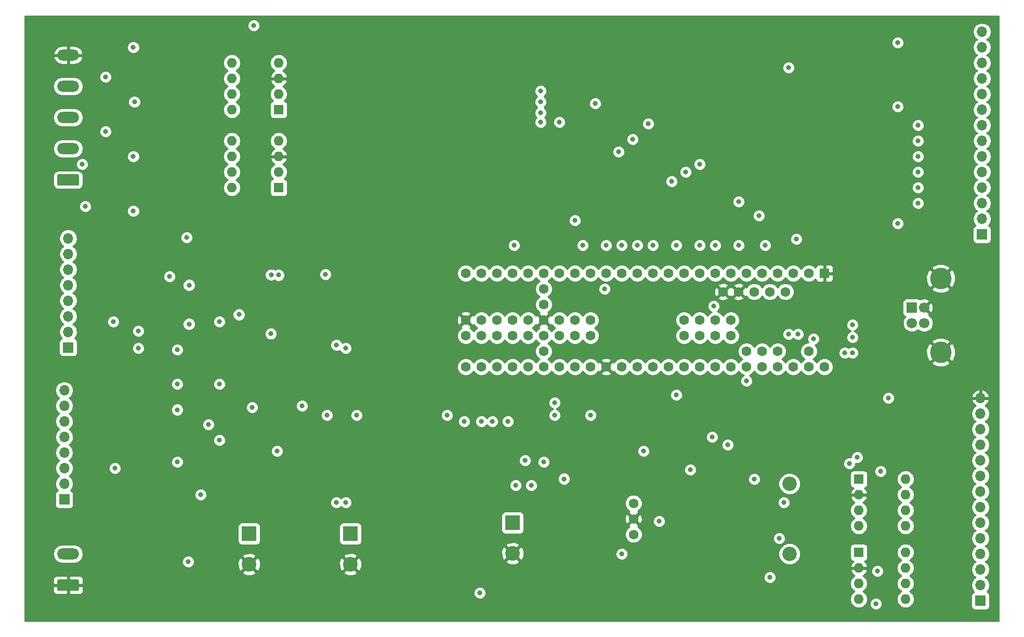
<source format=gbr>
G04 #@! TF.GenerationSoftware,KiCad,Pcbnew,(5.0.2)-1*
G04 #@! TF.CreationDate,2019-03-31T18:50:53-04:00*
G04 #@! TF.ProjectId,SolarCarECU,536f6c61-7243-4617-9245-43552e6b6963,rev?*
G04 #@! TF.SameCoordinates,Original*
G04 #@! TF.FileFunction,Copper,L3,Inr*
G04 #@! TF.FilePolarity,Positive*
%FSLAX46Y46*%
G04 Gerber Fmt 4.6, Leading zero omitted, Abs format (unit mm)*
G04 Created by KiCad (PCBNEW (5.0.2)-1) date 3/31/2019 6:50:53 PM*
%MOMM*%
%LPD*%
G01*
G04 APERTURE LIST*
G04 #@! TA.AperFunction,ViaPad*
%ADD10C,1.600000*%
G04 #@! TD*
G04 #@! TA.AperFunction,ViaPad*
%ADD11R,1.600000X1.600000*%
G04 #@! TD*
G04 #@! TA.AperFunction,ViaPad*
%ADD12C,2.336800*%
G04 #@! TD*
G04 #@! TA.AperFunction,ViaPad*
%ADD13C,1.574800*%
G04 #@! TD*
G04 #@! TA.AperFunction,ViaPad*
%ADD14R,1.700000X1.700000*%
G04 #@! TD*
G04 #@! TA.AperFunction,ViaPad*
%ADD15C,1.700000*%
G04 #@! TD*
G04 #@! TA.AperFunction,ViaPad*
%ADD16C,3.500000*%
G04 #@! TD*
G04 #@! TA.AperFunction,ViaPad*
%ADD17R,2.400000X2.400000*%
G04 #@! TD*
G04 #@! TA.AperFunction,ViaPad*
%ADD18C,2.400000*%
G04 #@! TD*
G04 #@! TA.AperFunction,ViaPad*
%ADD19O,1.700000X1.700000*%
G04 #@! TD*
G04 #@! TA.AperFunction,ViaPad*
%ADD20O,1.600000X1.600000*%
G04 #@! TD*
G04 #@! TA.AperFunction,Conductor*
%ADD21C,0.100000*%
G04 #@! TD*
G04 #@! TA.AperFunction,ViaPad*
%ADD22C,1.800000*%
G04 #@! TD*
G04 #@! TA.AperFunction,ViaPad*
%ADD23O,3.600000X1.800000*%
G04 #@! TD*
G04 #@! TA.AperFunction,ViaPad*
%ADD24C,0.800000*%
G04 #@! TD*
G04 #@! TA.AperFunction,Conductor*
%ADD25C,0.254000*%
G04 #@! TD*
G04 APERTURE END LIST*
D10*
G04 #@! TO.N,/LV_HAZARD_LED*
G04 #@! TO.C,U1*
X175260000Y-87630000D03*
G04 #@! TO.N,/LV_DOWN_CTRL*
X172720000Y-87630000D03*
G04 #@! TO.N,/LV_UP_CTRL*
X170180000Y-87630000D03*
G04 #@! TO.N,/LV_SEL_CTRL*
X167640000Y-87630000D03*
G04 #@! TO.N,/LV_HAZARD_CTRL*
X177800000Y-87630000D03*
G04 #@! TO.N,+3V3*
X180340000Y-87630000D03*
G04 #@! TO.N,/MOSI_0*
X182880000Y-87630000D03*
G04 #@! TO.N,Net-(R3-Pad2)*
X165100000Y-87630000D03*
G04 #@! TO.N,Net-(R4-Pad2)*
X162560000Y-87630000D03*
G04 #@! TO.N,/UART_4_RX*
X160020000Y-87630000D03*
G04 #@! TO.N,/UART_4_TX*
X157480000Y-87630000D03*
G04 #@! TO.N,Net-(BT1-Pad1)*
X170180000Y-90170000D03*
G04 #@! TO.N,+3V3*
X170180000Y-92710000D03*
G04 #@! TO.N,GND*
X170180000Y-95250000D03*
G04 #@! TO.N,Net-(U1-Pad28)*
X170180000Y-97790000D03*
G04 #@! TO.N,Net-(U1-Pad29)*
X170180000Y-100330000D03*
G04 #@! TO.N,/CAN1_TX*
X157480000Y-102870000D03*
G04 #@! TO.N,/CAN1_RX*
X160020000Y-102870000D03*
G04 #@! TO.N,/PWM_MOTOR_L_THROTTLE*
X162560000Y-102870000D03*
G04 #@! TO.N,/PWM_MOTOR_L_REGEN*
X165100000Y-102870000D03*
G04 #@! TO.N,/PWM_MOTOR_R_REGEN*
X167640000Y-102870000D03*
G04 #@! TO.N,/PWM_MOTOR_R_THROTTLE*
X170180000Y-102870000D03*
G04 #@! TO.N,/LV_MOTOR_R_ECO_EN*
X172720000Y-102870000D03*
G04 #@! TO.N,/DAC_0*
X175260000Y-102870000D03*
G04 #@! TO.N,/MISO_0*
X185420000Y-87630000D03*
G04 #@! TO.N,/CS_0*
X187960000Y-87630000D03*
G04 #@! TO.N,Net-(U1-Pad11)*
X190500000Y-87630000D03*
G04 #@! TO.N,/UART_3_TX*
X193040000Y-87630000D03*
G04 #@! TO.N,/UART_3_RX*
X195580000Y-87630000D03*
G04 #@! TO.N,Net-(U1-Pad8)*
X198120000Y-87630000D03*
G04 #@! TO.N,Net-(U1-Pad7)*
X200660000Y-87630000D03*
G04 #@! TO.N,Net-(R2-Pad2)*
X203200000Y-87630000D03*
G04 #@! TO.N,Net-(R1-Pad2)*
X205740000Y-87630000D03*
G04 #@! TO.N,/LV_KILL_SENSE*
X208280000Y-87630000D03*
G04 #@! TO.N,/UART_1_TX*
X210820000Y-87630000D03*
G04 #@! TO.N,/UART_1_RX*
X213360000Y-87630000D03*
D11*
G04 #@! TO.N,GND*
X215900000Y-87630000D03*
D10*
G04 #@! TO.N,/DAC_1*
X177800000Y-102870000D03*
G04 #@! TO.N,GND*
X180340000Y-102870000D03*
G04 #@! TO.N,/SCK_0*
X182880000Y-102870000D03*
G04 #@! TO.N,/LV_GEARSHIFT_CTRL*
X185420000Y-102870000D03*
G04 #@! TO.N,/LV_TURNSIG_CTRL*
X187960000Y-102870000D03*
G04 #@! TO.N,/LV_THROTTLE_CTRL*
X190500000Y-102870000D03*
G04 #@! TO.N,/LV_REGEN_CTRL*
X193040000Y-102870000D03*
G04 #@! TO.N,/SDA_0*
X195580000Y-102870000D03*
G04 #@! TO.N,/SCL_0*
X198120000Y-102870000D03*
G04 #@! TO.N,/LV_BRAKE_CTRL*
X200660000Y-102870000D03*
G04 #@! TO.N,/LV_STEER_CTRL*
X203200000Y-102870000D03*
G04 #@! TO.N,Net-(U1-Pad49)*
X205740000Y-102870000D03*
G04 #@! TO.N,Net-(U1-Pad50)*
X208280000Y-102870000D03*
G04 #@! TO.N,Net-(U1-Pad51)*
X210820000Y-102870000D03*
G04 #@! TO.N,GNDA*
X213360000Y-102870000D03*
G04 #@! TO.N,+5V*
X215900000Y-102870000D03*
G04 #@! TO.N,Net-(U1-Pad54)*
X213360000Y-100330000D03*
G04 #@! TO.N,Net-(U1-Pad55)*
X208280000Y-100330000D03*
G04 #@! TO.N,/LV_MOTOR_R_METER*
X205740000Y-100330000D03*
G04 #@! TO.N,/LV_MOTOR_L_METER*
X203200000Y-100330000D03*
G04 #@! TO.N,Net-(U1-Pad63)*
X200660000Y-95250000D03*
G04 #@! TO.N,Net-(U1-Pad64)*
X198120000Y-95250000D03*
G04 #@! TO.N,Net-(U1-Pad65)*
X195580000Y-95250000D03*
G04 #@! TO.N,Net-(U1-Pad66)*
X193040000Y-95250000D03*
G04 #@! TO.N,/LV_BLINKERS*
X177800000Y-95250000D03*
G04 #@! TO.N,/LV_BRAKELIGHTS*
X175260000Y-95250000D03*
G04 #@! TO.N,/LV_MOTOR_L_FWD_EN*
X172720000Y-95250000D03*
G04 #@! TO.N,/CS_2*
X167640000Y-95250000D03*
G04 #@! TO.N,/MOSI_2*
X165100000Y-95250000D03*
G04 #@! TO.N,/MISO_2*
X162560000Y-95250000D03*
G04 #@! TO.N,/SCK_2*
X160020000Y-95250000D03*
G04 #@! TO.N,GND*
X157480000Y-95250000D03*
G04 #@! TO.N,+3V3*
X157480000Y-97790000D03*
G04 #@! TO.N,/UART_6_RX*
X160020000Y-97790000D03*
G04 #@! TO.N,/UART_6_TX*
X162560000Y-97790000D03*
G04 #@! TO.N,/LV_MOTOR_L_ECO_EN*
X165100000Y-97790000D03*
G04 #@! TO.N,/LV_MOTOR_L_REGEN_EN*
X167640000Y-97790000D03*
G04 #@! TO.N,/LV_MOTOR_R_REV_EN*
X172720000Y-97790000D03*
G04 #@! TO.N,/LV_MOTOR_R_FWD_EN*
X175260000Y-97790000D03*
G04 #@! TO.N,/LV_MOTOR_R_REGEN_EN*
X177800000Y-97790000D03*
G04 #@! TO.N,/LV_MOTOR_L_REV_EN*
X193040000Y-97790000D03*
G04 #@! TO.N,/LV_HORN*
X195580000Y-97790000D03*
G04 #@! TO.N,/LV_HEADLIGHTS*
X198120000Y-97790000D03*
G04 #@! TO.N,/USB_MASTER-SLAVE_SEL*
X200660000Y-97790000D03*
G04 #@! TO.N,+5V*
X209550000Y-90630000D03*
G04 #@! TO.N,/USB_D-*
X207010000Y-90630000D03*
G04 #@! TO.N,/USB_D+*
X204470000Y-90630000D03*
G04 #@! TO.N,GND*
X201930000Y-90630000D03*
X199390000Y-90630000D03*
G04 #@! TD*
D12*
G04 #@! TO.N,N/C*
G04 #@! TO.C,U4*
X210201001Y-121920000D03*
X210201001Y-133350000D03*
D13*
G04 #@! TO.N,+5V*
X184801001Y-125095000D03*
G04 #@! TO.N,GND*
X184801001Y-127635000D03*
G04 #@! TO.N,Net-(C9-Pad1)*
X184801001Y-130175000D03*
G04 #@! TD*
D14*
G04 #@! TO.N,Net-(D1-Pad2)*
G04 #@! TO.C,J2*
X230124000Y-93218000D03*
D15*
G04 #@! TO.N,/USB_D-*
X230124000Y-95718000D03*
G04 #@! TO.N,/USB_D+*
X232124000Y-95718000D03*
G04 #@! TO.N,GND*
X232124000Y-93218000D03*
D16*
X234834000Y-88448000D03*
X234834000Y-100488000D03*
G04 #@! TD*
D17*
G04 #@! TO.N,Net-(C1-Pad1)*
G04 #@! TO.C,C1*
X122174000Y-130048000D03*
D18*
G04 #@! TO.N,GND*
X122174000Y-135048000D03*
G04 #@! TD*
G04 #@! TO.N,GND*
G04 #@! TO.C,C4*
X138684000Y-135048000D03*
D17*
G04 #@! TO.N,Net-(C4-Pad1)*
X138684000Y-130048000D03*
G04 #@! TD*
G04 #@! TO.N,+5V*
G04 #@! TO.C,C10*
X165100000Y-128270000D03*
D18*
G04 #@! TO.N,GND*
X165100000Y-133270000D03*
G04 #@! TD*
D19*
G04 #@! TO.N,GNDA*
G04 #@! TO.C,J4*
X92710000Y-81915000D03*
G04 #@! TO.N,/MOTOR_R_REV_EN*
X92710000Y-84455000D03*
G04 #@! TO.N,/MOTOR_R_FWD_EN*
X92710000Y-86995000D03*
G04 #@! TO.N,/MOTOR_R_ECO_EN*
X92710000Y-89535000D03*
G04 #@! TO.N,/MOTOR_R_REGEN_EN*
X92710000Y-92075000D03*
G04 #@! TO.N,/MOTOR_R_METER*
X92710000Y-94615000D03*
G04 #@! TO.N,/MOTOR_R_THROTTLE*
X92710000Y-97155000D03*
D14*
G04 #@! TO.N,/MOTOR_R_REGEN*
X92710000Y-99695000D03*
G04 #@! TD*
G04 #@! TO.N,/MOTOR_L_REGEN*
G04 #@! TO.C,J5*
X92075000Y-124460000D03*
D19*
G04 #@! TO.N,/MOTOR_L_THROTTLE*
X92075000Y-121920000D03*
G04 #@! TO.N,/MOTOR_L_METER*
X92075000Y-119380000D03*
G04 #@! TO.N,/MOTOR_L_REGEN_EN*
X92075000Y-116840000D03*
G04 #@! TO.N,/MOTOR_L_ECO_EN*
X92075000Y-114300000D03*
G04 #@! TO.N,/MOTOR_L_FWD_EN*
X92075000Y-111760000D03*
G04 #@! TO.N,/MOTOR_L_REV_EN*
X92075000Y-109220000D03*
G04 #@! TO.N,GNDA*
X92075000Y-106680000D03*
G04 #@! TD*
D14*
G04 #@! TO.N,+12V*
G04 #@! TO.C,J6*
X241554000Y-81280000D03*
D19*
G04 #@! TO.N,GNDA*
X241554000Y-78740000D03*
G04 #@! TO.N,/STEER_CTRL*
X241554000Y-76200000D03*
G04 #@! TO.N,/BRAKE_CTRL*
X241554000Y-73660000D03*
G04 #@! TO.N,/REGEN_CTRL*
X241554000Y-71120000D03*
G04 #@! TO.N,/GEARSHIFT_CTRL*
X241554000Y-68580000D03*
G04 #@! TO.N,/TURNSIG_CTRL*
X241554000Y-66040000D03*
G04 #@! TO.N,/THROTTLE_CTRL*
X241554000Y-63500000D03*
G04 #@! TO.N,/HAZARD_CTRL*
X241554000Y-60960000D03*
G04 #@! TO.N,/DOWN_CTRL*
X241554000Y-58420000D03*
G04 #@! TO.N,/UP_CTRL*
X241554000Y-55880000D03*
G04 #@! TO.N,/SEL_CTRL*
X241554000Y-53340000D03*
G04 #@! TO.N,/KILL_SENSE*
X241554000Y-50800000D03*
G04 #@! TO.N,/HAZARD_LED*
X241554000Y-48260000D03*
G04 #@! TD*
D20*
G04 #@! TO.N,Net-(U2-Pad8)*
G04 #@! TO.C,U2*
X119380000Y-73660000D03*
G04 #@! TO.N,/LV_HEADLIGHTS*
X127000000Y-66040000D03*
G04 #@! TO.N,Net-(R48-Pad2)*
X119380000Y-71120000D03*
G04 #@! TO.N,GND*
X127000000Y-68580000D03*
G04 #@! TO.N,+12V*
X119380000Y-68580000D03*
G04 #@! TO.N,/LV_HORN*
X127000000Y-71120000D03*
G04 #@! TO.N,Net-(R49-Pad2)*
X119380000Y-66040000D03*
D11*
G04 #@! TO.N,Net-(U2-Pad1)*
X127000000Y-73660000D03*
G04 #@! TD*
G04 #@! TO.N,Net-(U3-Pad1)*
G04 #@! TO.C,U3*
X127000000Y-60960000D03*
D20*
G04 #@! TO.N,Net-(R51-Pad2)*
X119380000Y-53340000D03*
G04 #@! TO.N,/LV_BRAKELIGHTS*
X127000000Y-58420000D03*
G04 #@! TO.N,+12V*
X119380000Y-55880000D03*
G04 #@! TO.N,GND*
X127000000Y-55880000D03*
G04 #@! TO.N,Net-(R50-Pad2)*
X119380000Y-58420000D03*
G04 #@! TO.N,/LV_BLINKERS*
X127000000Y-53340000D03*
G04 #@! TO.N,Net-(U3-Pad8)*
X119380000Y-60960000D03*
G04 #@! TD*
D11*
G04 #@! TO.N,/CAN0_TX*
G04 #@! TO.C,U5*
X221488000Y-133096000D03*
D20*
G04 #@! TO.N,+3V3*
X229108000Y-140716000D03*
G04 #@! TO.N,GND*
X221488000Y-135636000D03*
G04 #@! TO.N,/CAN0_L*
X229108000Y-138176000D03*
G04 #@! TO.N,+5V*
X221488000Y-138176000D03*
G04 #@! TO.N,/CAN0_H*
X229108000Y-135636000D03*
G04 #@! TO.N,/CAN0_RX*
X221488000Y-140716000D03*
G04 #@! TO.N,Net-(R8-Pad1)*
X229108000Y-133096000D03*
G04 #@! TD*
G04 #@! TO.N,Net-(R9-Pad1)*
G04 #@! TO.C,U6*
X229108000Y-121158000D03*
G04 #@! TO.N,/CAN1_RX*
X221488000Y-128778000D03*
G04 #@! TO.N,/CAN1_H*
X229108000Y-123698000D03*
G04 #@! TO.N,+5V*
X221488000Y-126238000D03*
G04 #@! TO.N,/CAN1_L*
X229108000Y-126238000D03*
G04 #@! TO.N,GND*
X221488000Y-123698000D03*
G04 #@! TO.N,+3V3*
X229108000Y-128778000D03*
D11*
G04 #@! TO.N,/CAN1_TX*
X221488000Y-121158000D03*
G04 #@! TD*
D21*
G04 #@! TO.N,GND*
G04 #@! TO.C,J1*
G36*
X94284504Y-137531204D02*
X94308773Y-137534804D01*
X94332571Y-137540765D01*
X94355671Y-137549030D01*
X94377849Y-137559520D01*
X94398893Y-137572133D01*
X94418598Y-137586747D01*
X94436777Y-137603223D01*
X94453253Y-137621402D01*
X94467867Y-137641107D01*
X94480480Y-137662151D01*
X94490970Y-137684329D01*
X94499235Y-137707429D01*
X94505196Y-137731227D01*
X94508796Y-137755496D01*
X94510000Y-137780000D01*
X94510000Y-139080000D01*
X94508796Y-139104504D01*
X94505196Y-139128773D01*
X94499235Y-139152571D01*
X94490970Y-139175671D01*
X94480480Y-139197849D01*
X94467867Y-139218893D01*
X94453253Y-139238598D01*
X94436777Y-139256777D01*
X94418598Y-139273253D01*
X94398893Y-139287867D01*
X94377849Y-139300480D01*
X94355671Y-139310970D01*
X94332571Y-139319235D01*
X94308773Y-139325196D01*
X94284504Y-139328796D01*
X94260000Y-139330000D01*
X91160000Y-139330000D01*
X91135496Y-139328796D01*
X91111227Y-139325196D01*
X91087429Y-139319235D01*
X91064329Y-139310970D01*
X91042151Y-139300480D01*
X91021107Y-139287867D01*
X91001402Y-139273253D01*
X90983223Y-139256777D01*
X90966747Y-139238598D01*
X90952133Y-139218893D01*
X90939520Y-139197849D01*
X90929030Y-139175671D01*
X90920765Y-139152571D01*
X90914804Y-139128773D01*
X90911204Y-139104504D01*
X90910000Y-139080000D01*
X90910000Y-137780000D01*
X90911204Y-137755496D01*
X90914804Y-137731227D01*
X90920765Y-137707429D01*
X90929030Y-137684329D01*
X90939520Y-137662151D01*
X90952133Y-137641107D01*
X90966747Y-137621402D01*
X90983223Y-137603223D01*
X91001402Y-137586747D01*
X91021107Y-137572133D01*
X91042151Y-137559520D01*
X91064329Y-137549030D01*
X91087429Y-137540765D01*
X91111227Y-137534804D01*
X91135496Y-137531204D01*
X91160000Y-137530000D01*
X94260000Y-137530000D01*
X94284504Y-137531204D01*
X94284504Y-137531204D01*
G37*
D22*
X92710000Y-138430000D03*
D23*
G04 #@! TO.N,Net-(J1-Pad2)*
X92710000Y-133350000D03*
G04 #@! TD*
D14*
G04 #@! TO.N,+5V*
G04 #@! TO.C,J7*
X241300000Y-140970000D03*
D19*
G04 #@! TO.N,/CAN0_L*
X241300000Y-138430000D03*
G04 #@! TO.N,/CAN0_H*
X241300000Y-135890000D03*
G04 #@! TO.N,/CAN1_L*
X241300000Y-133350000D03*
G04 #@! TO.N,/CAN1_H*
X241300000Y-130810000D03*
G04 #@! TO.N,/SCL_0*
X241300000Y-128270000D03*
G04 #@! TO.N,/SDA_0*
X241300000Y-125730000D03*
G04 #@! TO.N,Net-(J7-Pad8)*
X241300000Y-123190000D03*
G04 #@! TO.N,Net-(J7-Pad9)*
X241300000Y-120650000D03*
G04 #@! TO.N,Net-(J7-Pad10)*
X241300000Y-118110000D03*
G04 #@! TO.N,Net-(J7-Pad11)*
X241300000Y-115570000D03*
G04 #@! TO.N,Net-(J7-Pad12)*
X241300000Y-113030000D03*
G04 #@! TO.N,Net-(J7-Pad13)*
X241300000Y-110490000D03*
G04 #@! TO.N,GND*
X241300000Y-107950000D03*
G04 #@! TD*
D21*
G04 #@! TO.N,/HORN*
G04 #@! TO.C,J3*
G36*
X94284504Y-71491204D02*
X94308773Y-71494804D01*
X94332571Y-71500765D01*
X94355671Y-71509030D01*
X94377849Y-71519520D01*
X94398893Y-71532133D01*
X94418598Y-71546747D01*
X94436777Y-71563223D01*
X94453253Y-71581402D01*
X94467867Y-71601107D01*
X94480480Y-71622151D01*
X94490970Y-71644329D01*
X94499235Y-71667429D01*
X94505196Y-71691227D01*
X94508796Y-71715496D01*
X94510000Y-71740000D01*
X94510000Y-73040000D01*
X94508796Y-73064504D01*
X94505196Y-73088773D01*
X94499235Y-73112571D01*
X94490970Y-73135671D01*
X94480480Y-73157849D01*
X94467867Y-73178893D01*
X94453253Y-73198598D01*
X94436777Y-73216777D01*
X94418598Y-73233253D01*
X94398893Y-73247867D01*
X94377849Y-73260480D01*
X94355671Y-73270970D01*
X94332571Y-73279235D01*
X94308773Y-73285196D01*
X94284504Y-73288796D01*
X94260000Y-73290000D01*
X91160000Y-73290000D01*
X91135496Y-73288796D01*
X91111227Y-73285196D01*
X91087429Y-73279235D01*
X91064329Y-73270970D01*
X91042151Y-73260480D01*
X91021107Y-73247867D01*
X91001402Y-73233253D01*
X90983223Y-73216777D01*
X90966747Y-73198598D01*
X90952133Y-73178893D01*
X90939520Y-73157849D01*
X90929030Y-73135671D01*
X90920765Y-73112571D01*
X90914804Y-73088773D01*
X90911204Y-73064504D01*
X90910000Y-73040000D01*
X90910000Y-71740000D01*
X90911204Y-71715496D01*
X90914804Y-71691227D01*
X90920765Y-71667429D01*
X90929030Y-71644329D01*
X90939520Y-71622151D01*
X90952133Y-71601107D01*
X90966747Y-71581402D01*
X90983223Y-71563223D01*
X91001402Y-71546747D01*
X91021107Y-71532133D01*
X91042151Y-71519520D01*
X91064329Y-71509030D01*
X91087429Y-71500765D01*
X91111227Y-71494804D01*
X91135496Y-71491204D01*
X91160000Y-71490000D01*
X94260000Y-71490000D01*
X94284504Y-71491204D01*
X94284504Y-71491204D01*
G37*
D22*
X92710000Y-72390000D03*
D23*
G04 #@! TO.N,/HEADLIGHTS*
X92710000Y-67310000D03*
G04 #@! TO.N,/BRAKELIGHTS*
X92710000Y-62230000D03*
G04 #@! TO.N,/BLINKERS*
X92710000Y-57150000D03*
G04 #@! TO.N,GND*
X92710000Y-52070000D03*
G04 #@! TD*
D24*
G04 #@! TO.N,+12V*
X110490000Y-118364000D03*
X112395000Y-95885000D03*
X112268000Y-134619998D03*
X227838000Y-60452000D03*
X224282000Y-141478000D03*
X224536000Y-136144000D03*
X225044000Y-119888000D03*
X226314000Y-107950000D03*
X110490000Y-100076000D03*
X110490000Y-105664000D03*
X115570000Y-112268000D03*
X98806000Y-55626000D03*
X98806000Y-64516000D03*
X94996000Y-69850000D03*
X95504000Y-76708000D03*
X227838000Y-79502000D03*
G04 #@! TO.N,GND*
X233934000Y-128778000D03*
X233680000Y-121666000D03*
X142748000Y-50038000D03*
X229870000Y-50292000D03*
X223520000Y-50292000D03*
X223520000Y-60452000D03*
X101600000Y-109855000D03*
X113665000Y-119380000D03*
X113665000Y-87630000D03*
X126892621Y-105937621D03*
X105670000Y-140075000D03*
X106680000Y-118745000D03*
X113665000Y-107950000D03*
X113665000Y-97790000D03*
X112776000Y-55880000D03*
X236728000Y-58166000D03*
X114782500Y-69342000D03*
X106680000Y-97155000D03*
X101600000Y-88392000D03*
X234188000Y-133096010D03*
X234187988Y-140716000D03*
G04 #@! TO.N,+5V*
X125730000Y-97460000D03*
X137922000Y-99822000D03*
X137922000Y-124968002D03*
X209280013Y-124968000D03*
X210058000Y-97536000D03*
G04 #@! TO.N,+3V3*
X112395000Y-89535000D03*
X110490000Y-109855000D03*
X227837988Y-50038000D03*
G04 #@! TO.N,GNDA*
X231140000Y-76200000D03*
X231140000Y-63500000D03*
X231140000Y-66040000D03*
X231140000Y-68580000D03*
X231140000Y-71120000D03*
X231140000Y-73660000D03*
X130810000Y-109220000D03*
X126746000Y-116586000D03*
X125775121Y-87861639D03*
X134620000Y-87793990D03*
X134616428Y-87793990D03*
X120525880Y-94348800D03*
X126965694Y-87908987D03*
X122682000Y-109474000D03*
X100330000Y-119380000D03*
X112014000Y-81788000D03*
X100076000Y-95504000D03*
X191770000Y-107442000D03*
X177800000Y-110744000D03*
X171958000Y-110744000D03*
X154432000Y-110744000D03*
X139700000Y-110744000D03*
X134874000Y-110744000D03*
X165354000Y-83058000D03*
X176530000Y-83058000D03*
X180340000Y-83058000D03*
X182880000Y-83058000D03*
X185420000Y-83058000D03*
X187960000Y-83058000D03*
X191770000Y-83058000D03*
X195580000Y-83058000D03*
X198120000Y-83058000D03*
X201930000Y-83058000D03*
X206248000Y-83058000D03*
X211328000Y-82042004D03*
G04 #@! TO.N,/LV_BRAKE_CTRL*
X201930000Y-75946000D03*
G04 #@! TO.N,/LV_REGEN_CTRL*
X191008000Y-72644000D03*
G04 #@! TO.N,/LV_THROTTLE_CTRL*
X187198000Y-63245998D03*
G04 #@! TO.N,/LV_TURNSIG_CTRL*
X184658010Y-65786000D03*
G04 #@! TO.N,/LV_GEARSHIFT_CTRL*
X182371996Y-67818000D03*
G04 #@! TO.N,/HEADLIGHTS*
X103310000Y-68580000D03*
G04 #@! TO.N,/BRAKELIGHTS*
X103505000Y-59690000D03*
G04 #@! TO.N,/BLINKERS*
X103310000Y-50800000D03*
G04 #@! TO.N,/MOTOR_L_REGEN*
X117348000Y-95504000D03*
X114300000Y-123698000D03*
X117348000Y-105664000D03*
X117348000Y-114808000D03*
G04 #@! TO.N,/MOTOR_L_THROTTLE*
X136398000Y-99314000D03*
X136398000Y-124968000D03*
G04 #@! TO.N,/HAZARD_LED*
X122936000Y-47244000D03*
X109220000Y-88138068D03*
G04 #@! TO.N,/HORN*
X103310000Y-77470000D03*
G04 #@! TO.N,Net-(R1-Pad2)*
X208534014Y-130810000D03*
G04 #@! TO.N,Net-(R2-Pad2)*
X207010000Y-137160000D03*
G04 #@! TO.N,Net-(R3-Pad2)*
X180086000Y-90170000D03*
X182880000Y-133350000D03*
G04 #@! TO.N,Net-(R4-Pad2)*
X159766000Y-139700000D03*
G04 #@! TO.N,/PWM_MOTOR_R_THROTTLE*
X170180000Y-118364000D03*
G04 #@! TO.N,/PWM_MOTOR_R_REGEN*
X167132000Y-118110000D03*
G04 #@! TO.N,/LV_HAZARD_LED*
X175260000Y-78994000D03*
G04 #@! TO.N,/LV_DOWN_CTRL*
X172720000Y-62992000D03*
G04 #@! TO.N,/LV_UP_CTRL*
X169672000Y-62992000D03*
G04 #@! TO.N,/LV_SEL_CTRL*
X169672000Y-61468000D03*
G04 #@! TO.N,/LV_HAZARD_CTRL*
X178562000Y-59944000D03*
G04 #@! TO.N,/CAN1_TX*
X157226000Y-111760000D03*
G04 #@! TO.N,/CAN1_RX*
X188976000Y-128016000D03*
X186436000Y-116586000D03*
X160020000Y-111760012D03*
G04 #@! TO.N,/SDA_0*
X220472000Y-96012000D03*
G04 #@! TO.N,/SCL_0*
X220472000Y-98044000D03*
G04 #@! TO.N,/LV_BLINKERS*
X169672000Y-57912012D03*
G04 #@! TO.N,/LV_BRAKELIGHTS*
X169672008Y-59690000D03*
G04 #@! TO.N,/LV_HEADLIGHTS*
X195580000Y-69849980D03*
G04 #@! TO.N,/LV_HORN*
X193294000Y-71120000D03*
G04 #@! TO.N,/LV_KILL_SENSE*
X210058000Y-54102000D03*
G04 #@! TO.N,/LV_MOTOR_L_REGEN_EN*
X168147996Y-122174000D03*
G04 #@! TO.N,/LV_MOTOR_L_ECO_EN*
X165608000Y-122174000D03*
G04 #@! TO.N,/LV_MOTOR_R_ECO_EN*
X104140000Y-97028000D03*
X104140000Y-99822002D03*
X171958000Y-108712004D03*
G04 #@! TO.N,/LV_MOTOR_L_FWD_EN*
X173482000Y-121121010D03*
G04 #@! TO.N,/LV_MOTOR_L_REV_EN*
X194056004Y-119634000D03*
G04 #@! TO.N,/LV_MOTOR_L_METER*
X204470000Y-121158000D03*
X203200000Y-105156000D03*
G04 #@! TO.N,/UART_3_TX*
X197611970Y-114300000D03*
G04 #@! TO.N,/UART_3_RX*
X197866000Y-92964000D03*
X200151999Y-115570001D03*
G04 #@! TO.N,/UART_6_RX*
X161797998Y-111759998D03*
G04 #@! TO.N,/UART_6_TX*
X164338000Y-111760000D03*
G04 #@! TO.N,/UART_1_RX*
X219964000Y-118618000D03*
X214122004Y-98298000D03*
X219202000Y-100584000D03*
G04 #@! TO.N,/UART_1_TX*
X221234000Y-117602000D03*
X220472000Y-100584000D03*
X211582000Y-97536000D03*
G04 #@! TO.N,/LV_STEER_CTRL*
X205232000Y-78232000D03*
G04 #@! TD*
D25*
G04 #@! TO.N,GND*
G36*
X244290001Y-144290000D02*
X85710000Y-144290000D01*
X85710000Y-138715750D01*
X90275000Y-138715750D01*
X90275000Y-139456309D01*
X90371673Y-139689698D01*
X90550301Y-139868327D01*
X90783690Y-139965000D01*
X92424250Y-139965000D01*
X92583000Y-139806250D01*
X92583000Y-138557000D01*
X92837000Y-138557000D01*
X92837000Y-139806250D01*
X92995750Y-139965000D01*
X94636310Y-139965000D01*
X94869699Y-139868327D01*
X95048327Y-139689698D01*
X95129335Y-139494126D01*
X158731000Y-139494126D01*
X158731000Y-139905874D01*
X158888569Y-140286280D01*
X159179720Y-140577431D01*
X159560126Y-140735000D01*
X159971874Y-140735000D01*
X160352280Y-140577431D01*
X160643431Y-140286280D01*
X160801000Y-139905874D01*
X160801000Y-139494126D01*
X160643431Y-139113720D01*
X160352280Y-138822569D01*
X159971874Y-138665000D01*
X159560126Y-138665000D01*
X159179720Y-138822569D01*
X158888569Y-139113720D01*
X158731000Y-139494126D01*
X95129335Y-139494126D01*
X95145000Y-139456309D01*
X95145000Y-138715750D01*
X94986250Y-138557000D01*
X92837000Y-138557000D01*
X92583000Y-138557000D01*
X90433750Y-138557000D01*
X90275000Y-138715750D01*
X85710000Y-138715750D01*
X85710000Y-137403691D01*
X90275000Y-137403691D01*
X90275000Y-138144250D01*
X90433750Y-138303000D01*
X92583000Y-138303000D01*
X92583000Y-137053750D01*
X92837000Y-137053750D01*
X92837000Y-138303000D01*
X94986250Y-138303000D01*
X95145000Y-138144250D01*
X95145000Y-137403691D01*
X95048327Y-137170302D01*
X94869699Y-136991673D01*
X94779053Y-136954126D01*
X205975000Y-136954126D01*
X205975000Y-137365874D01*
X206132569Y-137746280D01*
X206423720Y-138037431D01*
X206804126Y-138195000D01*
X207215874Y-138195000D01*
X207261744Y-138176000D01*
X220024887Y-138176000D01*
X220136260Y-138735909D01*
X220453423Y-139210577D01*
X220805758Y-139446000D01*
X220453423Y-139681423D01*
X220136260Y-140156091D01*
X220024887Y-140716000D01*
X220136260Y-141275909D01*
X220453423Y-141750577D01*
X220928091Y-142067740D01*
X221346667Y-142151000D01*
X221629333Y-142151000D01*
X222047909Y-142067740D01*
X222522577Y-141750577D01*
X222839740Y-141275909D01*
X222840492Y-141272126D01*
X223247000Y-141272126D01*
X223247000Y-141683874D01*
X223404569Y-142064280D01*
X223695720Y-142355431D01*
X224076126Y-142513000D01*
X224487874Y-142513000D01*
X224868280Y-142355431D01*
X225159431Y-142064280D01*
X225317000Y-141683874D01*
X225317000Y-141272126D01*
X225159431Y-140891720D01*
X224868280Y-140600569D01*
X224487874Y-140443000D01*
X224076126Y-140443000D01*
X223695720Y-140600569D01*
X223404569Y-140891720D01*
X223247000Y-141272126D01*
X222840492Y-141272126D01*
X222951113Y-140716000D01*
X222839740Y-140156091D01*
X222522577Y-139681423D01*
X222170242Y-139446000D01*
X222522577Y-139210577D01*
X222839740Y-138735909D01*
X222951113Y-138176000D01*
X222839740Y-137616091D01*
X222522577Y-137141423D01*
X222138892Y-136885053D01*
X222343134Y-136788389D01*
X222719041Y-136373423D01*
X222879904Y-135985039D01*
X222854130Y-135938126D01*
X223501000Y-135938126D01*
X223501000Y-136349874D01*
X223658569Y-136730280D01*
X223949720Y-137021431D01*
X224330126Y-137179000D01*
X224741874Y-137179000D01*
X225122280Y-137021431D01*
X225413431Y-136730280D01*
X225571000Y-136349874D01*
X225571000Y-135938126D01*
X225413431Y-135557720D01*
X225122280Y-135266569D01*
X224741874Y-135109000D01*
X224330126Y-135109000D01*
X223949720Y-135266569D01*
X223658569Y-135557720D01*
X223501000Y-135938126D01*
X222854130Y-135938126D01*
X222757915Y-135763000D01*
X221615000Y-135763000D01*
X221615000Y-135783000D01*
X221361000Y-135783000D01*
X221361000Y-135763000D01*
X220218085Y-135763000D01*
X220096096Y-135985039D01*
X220256959Y-136373423D01*
X220632866Y-136788389D01*
X220837108Y-136885053D01*
X220453423Y-137141423D01*
X220136260Y-137616091D01*
X220024887Y-138176000D01*
X207261744Y-138176000D01*
X207596280Y-138037431D01*
X207887431Y-137746280D01*
X208045000Y-137365874D01*
X208045000Y-136954126D01*
X207887431Y-136573720D01*
X207596280Y-136282569D01*
X207215874Y-136125000D01*
X206804126Y-136125000D01*
X206423720Y-136282569D01*
X206132569Y-136573720D01*
X205975000Y-136954126D01*
X94779053Y-136954126D01*
X94636310Y-136895000D01*
X92995750Y-136895000D01*
X92837000Y-137053750D01*
X92583000Y-137053750D01*
X92424250Y-136895000D01*
X90783690Y-136895000D01*
X90550301Y-136991673D01*
X90371673Y-137170302D01*
X90275000Y-137403691D01*
X85710000Y-137403691D01*
X85710000Y-136345175D01*
X121056430Y-136345175D01*
X121179565Y-136632788D01*
X121861734Y-136892707D01*
X122591443Y-136871786D01*
X123168435Y-136632788D01*
X123291570Y-136345175D01*
X137566430Y-136345175D01*
X137689565Y-136632788D01*
X138371734Y-136892707D01*
X139101443Y-136871786D01*
X139678435Y-136632788D01*
X139801570Y-136345175D01*
X138684000Y-135227605D01*
X137566430Y-136345175D01*
X123291570Y-136345175D01*
X122174000Y-135227605D01*
X121056430Y-136345175D01*
X85710000Y-136345175D01*
X85710000Y-133350000D01*
X90244928Y-133350000D01*
X90364062Y-133948927D01*
X90703327Y-134456673D01*
X91211073Y-134795938D01*
X91658818Y-134885000D01*
X93761182Y-134885000D01*
X94208927Y-134795938D01*
X94716673Y-134456673D01*
X94745103Y-134414124D01*
X111233000Y-134414124D01*
X111233000Y-134825872D01*
X111390569Y-135206278D01*
X111681720Y-135497429D01*
X112062126Y-135654998D01*
X112473874Y-135654998D01*
X112854280Y-135497429D01*
X113145431Y-135206278D01*
X113303000Y-134825872D01*
X113303000Y-134735734D01*
X120329293Y-134735734D01*
X120350214Y-135465443D01*
X120589212Y-136042435D01*
X120876825Y-136165570D01*
X121994395Y-135048000D01*
X122353605Y-135048000D01*
X123471175Y-136165570D01*
X123758788Y-136042435D01*
X124018707Y-135360266D01*
X124000802Y-134735734D01*
X136839293Y-134735734D01*
X136860214Y-135465443D01*
X137099212Y-136042435D01*
X137386825Y-136165570D01*
X138504395Y-135048000D01*
X138863605Y-135048000D01*
X139981175Y-136165570D01*
X140268788Y-136042435D01*
X140528707Y-135360266D01*
X140507786Y-134630557D01*
X140481533Y-134567175D01*
X163982430Y-134567175D01*
X164105565Y-134854788D01*
X164787734Y-135114707D01*
X165517443Y-135093786D01*
X166094435Y-134854788D01*
X166217570Y-134567175D01*
X165100000Y-133449605D01*
X163982430Y-134567175D01*
X140481533Y-134567175D01*
X140268788Y-134053565D01*
X139981175Y-133930430D01*
X138863605Y-135048000D01*
X138504395Y-135048000D01*
X137386825Y-133930430D01*
X137099212Y-134053565D01*
X136839293Y-134735734D01*
X124000802Y-134735734D01*
X123997786Y-134630557D01*
X123758788Y-134053565D01*
X123471175Y-133930430D01*
X122353605Y-135048000D01*
X121994395Y-135048000D01*
X120876825Y-133930430D01*
X120589212Y-134053565D01*
X120329293Y-134735734D01*
X113303000Y-134735734D01*
X113303000Y-134414124D01*
X113145431Y-134033718D01*
X112862538Y-133750825D01*
X121056430Y-133750825D01*
X122174000Y-134868395D01*
X123291570Y-133750825D01*
X137566430Y-133750825D01*
X138684000Y-134868395D01*
X139801570Y-133750825D01*
X139678435Y-133463212D01*
X138996266Y-133203293D01*
X138266557Y-133224214D01*
X137689565Y-133463212D01*
X137566430Y-133750825D01*
X123291570Y-133750825D01*
X123168435Y-133463212D01*
X122486266Y-133203293D01*
X121756557Y-133224214D01*
X121179565Y-133463212D01*
X121056430Y-133750825D01*
X112862538Y-133750825D01*
X112854280Y-133742567D01*
X112473874Y-133584998D01*
X112062126Y-133584998D01*
X111681720Y-133742567D01*
X111390569Y-134033718D01*
X111233000Y-134414124D01*
X94745103Y-134414124D01*
X95055938Y-133948927D01*
X95175072Y-133350000D01*
X95097046Y-132957734D01*
X163255293Y-132957734D01*
X163276214Y-133687443D01*
X163515212Y-134264435D01*
X163802825Y-134387570D01*
X164920395Y-133270000D01*
X165279605Y-133270000D01*
X166397175Y-134387570D01*
X166684788Y-134264435D01*
X166944707Y-133582266D01*
X166932146Y-133144126D01*
X181845000Y-133144126D01*
X181845000Y-133555874D01*
X182002569Y-133936280D01*
X182293720Y-134227431D01*
X182674126Y-134385000D01*
X183085874Y-134385000D01*
X183466280Y-134227431D01*
X183757431Y-133936280D01*
X183915000Y-133555874D01*
X183915000Y-133144126D01*
X183851690Y-132991281D01*
X208397601Y-132991281D01*
X208397601Y-133708719D01*
X208672152Y-134371544D01*
X209179457Y-134878849D01*
X209842282Y-135153400D01*
X210559720Y-135153400D01*
X211222545Y-134878849D01*
X211729850Y-134371544D01*
X212004401Y-133708719D01*
X212004401Y-132991281D01*
X211729850Y-132328456D01*
X211697394Y-132296000D01*
X220040560Y-132296000D01*
X220040560Y-133896000D01*
X220089843Y-134143765D01*
X220230191Y-134353809D01*
X220440235Y-134494157D01*
X220595361Y-134525013D01*
X220256959Y-134898577D01*
X220096096Y-135286961D01*
X220218085Y-135509000D01*
X221361000Y-135509000D01*
X221361000Y-135489000D01*
X221615000Y-135489000D01*
X221615000Y-135509000D01*
X222757915Y-135509000D01*
X222879904Y-135286961D01*
X222719041Y-134898577D01*
X222380639Y-134525013D01*
X222535765Y-134494157D01*
X222745809Y-134353809D01*
X222886157Y-134143765D01*
X222935440Y-133896000D01*
X222935440Y-133096000D01*
X227644887Y-133096000D01*
X227756260Y-133655909D01*
X228073423Y-134130577D01*
X228425758Y-134366000D01*
X228073423Y-134601423D01*
X227756260Y-135076091D01*
X227644887Y-135636000D01*
X227756260Y-136195909D01*
X228073423Y-136670577D01*
X228425758Y-136906000D01*
X228073423Y-137141423D01*
X227756260Y-137616091D01*
X227644887Y-138176000D01*
X227756260Y-138735909D01*
X228073423Y-139210577D01*
X228425758Y-139446000D01*
X228073423Y-139681423D01*
X227756260Y-140156091D01*
X227644887Y-140716000D01*
X227756260Y-141275909D01*
X228073423Y-141750577D01*
X228548091Y-142067740D01*
X228966667Y-142151000D01*
X229249333Y-142151000D01*
X229667909Y-142067740D01*
X230142577Y-141750577D01*
X230459740Y-141275909D01*
X230571113Y-140716000D01*
X230459740Y-140156091D01*
X230142577Y-139681423D01*
X229790242Y-139446000D01*
X230142577Y-139210577D01*
X230459740Y-138735909D01*
X230571113Y-138176000D01*
X230459740Y-137616091D01*
X230142577Y-137141423D01*
X229790242Y-136906000D01*
X230142577Y-136670577D01*
X230459740Y-136195909D01*
X230571113Y-135636000D01*
X230459740Y-135076091D01*
X230142577Y-134601423D01*
X229790242Y-134366000D01*
X230142577Y-134130577D01*
X230459740Y-133655909D01*
X230571113Y-133096000D01*
X230459740Y-132536091D01*
X230142577Y-132061423D01*
X229667909Y-131744260D01*
X229249333Y-131661000D01*
X228966667Y-131661000D01*
X228548091Y-131744260D01*
X228073423Y-132061423D01*
X227756260Y-132536091D01*
X227644887Y-133096000D01*
X222935440Y-133096000D01*
X222935440Y-132296000D01*
X222886157Y-132048235D01*
X222745809Y-131838191D01*
X222535765Y-131697843D01*
X222288000Y-131648560D01*
X220688000Y-131648560D01*
X220440235Y-131697843D01*
X220230191Y-131838191D01*
X220089843Y-132048235D01*
X220040560Y-132296000D01*
X211697394Y-132296000D01*
X211222545Y-131821151D01*
X210559720Y-131546600D01*
X209842282Y-131546600D01*
X209179457Y-131821151D01*
X208672152Y-132328456D01*
X208397601Y-132991281D01*
X183851690Y-132991281D01*
X183757431Y-132763720D01*
X183466280Y-132472569D01*
X183085874Y-132315000D01*
X182674126Y-132315000D01*
X182293720Y-132472569D01*
X182002569Y-132763720D01*
X181845000Y-133144126D01*
X166932146Y-133144126D01*
X166923786Y-132852557D01*
X166684788Y-132275565D01*
X166397175Y-132152430D01*
X165279605Y-133270000D01*
X164920395Y-133270000D01*
X163802825Y-132152430D01*
X163515212Y-132275565D01*
X163255293Y-132957734D01*
X95097046Y-132957734D01*
X95055938Y-132751073D01*
X94716673Y-132243327D01*
X94311839Y-131972825D01*
X163982430Y-131972825D01*
X165100000Y-133090395D01*
X166217570Y-131972825D01*
X166094435Y-131685212D01*
X165412266Y-131425293D01*
X164682557Y-131446214D01*
X164105565Y-131685212D01*
X163982430Y-131972825D01*
X94311839Y-131972825D01*
X94208927Y-131904062D01*
X93761182Y-131815000D01*
X91658818Y-131815000D01*
X91211073Y-131904062D01*
X90703327Y-132243327D01*
X90364062Y-132751073D01*
X90244928Y-133350000D01*
X85710000Y-133350000D01*
X85710000Y-128848000D01*
X120326560Y-128848000D01*
X120326560Y-131248000D01*
X120375843Y-131495765D01*
X120516191Y-131705809D01*
X120726235Y-131846157D01*
X120974000Y-131895440D01*
X123374000Y-131895440D01*
X123621765Y-131846157D01*
X123831809Y-131705809D01*
X123972157Y-131495765D01*
X124021440Y-131248000D01*
X124021440Y-128848000D01*
X136836560Y-128848000D01*
X136836560Y-131248000D01*
X136885843Y-131495765D01*
X137026191Y-131705809D01*
X137236235Y-131846157D01*
X137484000Y-131895440D01*
X139884000Y-131895440D01*
X140131765Y-131846157D01*
X140341809Y-131705809D01*
X140482157Y-131495765D01*
X140531440Y-131248000D01*
X140531440Y-128848000D01*
X140482157Y-128600235D01*
X140341809Y-128390191D01*
X140131765Y-128249843D01*
X139884000Y-128200560D01*
X137484000Y-128200560D01*
X137236235Y-128249843D01*
X137026191Y-128390191D01*
X136885843Y-128600235D01*
X136836560Y-128848000D01*
X124021440Y-128848000D01*
X123972157Y-128600235D01*
X123831809Y-128390191D01*
X123621765Y-128249843D01*
X123374000Y-128200560D01*
X120974000Y-128200560D01*
X120726235Y-128249843D01*
X120516191Y-128390191D01*
X120375843Y-128600235D01*
X120326560Y-128848000D01*
X85710000Y-128848000D01*
X85710000Y-127070000D01*
X163252560Y-127070000D01*
X163252560Y-129470000D01*
X163301843Y-129717765D01*
X163442191Y-129927809D01*
X163652235Y-130068157D01*
X163900000Y-130117440D01*
X166300000Y-130117440D01*
X166547765Y-130068157D01*
X166757809Y-129927809D01*
X166781691Y-129892067D01*
X183378601Y-129892067D01*
X183378601Y-130457933D01*
X183595149Y-130980725D01*
X183995276Y-131380852D01*
X184518068Y-131597400D01*
X185083934Y-131597400D01*
X185606726Y-131380852D01*
X186006853Y-130980725D01*
X186162845Y-130604126D01*
X207499014Y-130604126D01*
X207499014Y-131015874D01*
X207656583Y-131396280D01*
X207947734Y-131687431D01*
X208328140Y-131845000D01*
X208739888Y-131845000D01*
X209120294Y-131687431D01*
X209411445Y-131396280D01*
X209569014Y-131015874D01*
X209569014Y-130604126D01*
X209411445Y-130223720D01*
X209120294Y-129932569D01*
X208739888Y-129775000D01*
X208328140Y-129775000D01*
X207947734Y-129932569D01*
X207656583Y-130223720D01*
X207499014Y-130604126D01*
X186162845Y-130604126D01*
X186223401Y-130457933D01*
X186223401Y-129892067D01*
X186006853Y-129369275D01*
X185606726Y-128969148D01*
X185467572Y-128911509D01*
X185547426Y-128878432D01*
X185620012Y-128633617D01*
X184801001Y-127814605D01*
X183981990Y-128633617D01*
X184054576Y-128878432D01*
X184140180Y-128909127D01*
X183995276Y-128969148D01*
X183595149Y-129369275D01*
X183378601Y-129892067D01*
X166781691Y-129892067D01*
X166898157Y-129717765D01*
X166947440Y-129470000D01*
X166947440Y-127421235D01*
X183366575Y-127421235D01*
X183393960Y-127986438D01*
X183557569Y-128381425D01*
X183802384Y-128454011D01*
X184621396Y-127635000D01*
X184980606Y-127635000D01*
X185799618Y-128454011D01*
X186044433Y-128381425D01*
X186235427Y-127848765D01*
X186233555Y-127810126D01*
X187941000Y-127810126D01*
X187941000Y-128221874D01*
X188098569Y-128602280D01*
X188389720Y-128893431D01*
X188770126Y-129051000D01*
X189181874Y-129051000D01*
X189562280Y-128893431D01*
X189853431Y-128602280D01*
X190011000Y-128221874D01*
X190011000Y-127810126D01*
X189853431Y-127429720D01*
X189562280Y-127138569D01*
X189181874Y-126981000D01*
X188770126Y-126981000D01*
X188389720Y-127138569D01*
X188098569Y-127429720D01*
X187941000Y-127810126D01*
X186233555Y-127810126D01*
X186208042Y-127283562D01*
X186044433Y-126888575D01*
X185799618Y-126815989D01*
X184980606Y-127635000D01*
X184621396Y-127635000D01*
X183802384Y-126815989D01*
X183557569Y-126888575D01*
X183366575Y-127421235D01*
X166947440Y-127421235D01*
X166947440Y-127070000D01*
X166898157Y-126822235D01*
X166757809Y-126612191D01*
X166547765Y-126471843D01*
X166300000Y-126422560D01*
X163900000Y-126422560D01*
X163652235Y-126471843D01*
X163442191Y-126612191D01*
X163301843Y-126822235D01*
X163252560Y-127070000D01*
X85710000Y-127070000D01*
X85710000Y-106680000D01*
X90560908Y-106680000D01*
X90676161Y-107259418D01*
X91004375Y-107750625D01*
X91302761Y-107950000D01*
X91004375Y-108149375D01*
X90676161Y-108640582D01*
X90560908Y-109220000D01*
X90676161Y-109799418D01*
X91004375Y-110290625D01*
X91302761Y-110490000D01*
X91004375Y-110689375D01*
X90676161Y-111180582D01*
X90560908Y-111760000D01*
X90676161Y-112339418D01*
X91004375Y-112830625D01*
X91302761Y-113030000D01*
X91004375Y-113229375D01*
X90676161Y-113720582D01*
X90560908Y-114300000D01*
X90676161Y-114879418D01*
X91004375Y-115370625D01*
X91302761Y-115570000D01*
X91004375Y-115769375D01*
X90676161Y-116260582D01*
X90560908Y-116840000D01*
X90676161Y-117419418D01*
X91004375Y-117910625D01*
X91302761Y-118110000D01*
X91004375Y-118309375D01*
X90676161Y-118800582D01*
X90560908Y-119380000D01*
X90676161Y-119959418D01*
X91004375Y-120450625D01*
X91302761Y-120650000D01*
X91004375Y-120849375D01*
X90676161Y-121340582D01*
X90560908Y-121920000D01*
X90676161Y-122499418D01*
X91004375Y-122990625D01*
X91022619Y-123002816D01*
X90977235Y-123011843D01*
X90767191Y-123152191D01*
X90626843Y-123362235D01*
X90577560Y-123610000D01*
X90577560Y-125310000D01*
X90626843Y-125557765D01*
X90767191Y-125767809D01*
X90977235Y-125908157D01*
X91225000Y-125957440D01*
X92925000Y-125957440D01*
X93172765Y-125908157D01*
X93382809Y-125767809D01*
X93523157Y-125557765D01*
X93572440Y-125310000D01*
X93572440Y-124762126D01*
X135363000Y-124762126D01*
X135363000Y-125173874D01*
X135520569Y-125554280D01*
X135811720Y-125845431D01*
X136192126Y-126003000D01*
X136603874Y-126003000D01*
X136984280Y-125845431D01*
X137159999Y-125669712D01*
X137335720Y-125845433D01*
X137716126Y-126003002D01*
X138127874Y-126003002D01*
X138508280Y-125845433D01*
X138799431Y-125554282D01*
X138957000Y-125173876D01*
X138957000Y-124812067D01*
X183378601Y-124812067D01*
X183378601Y-125377933D01*
X183595149Y-125900725D01*
X183995276Y-126300852D01*
X184134430Y-126358491D01*
X184054576Y-126391568D01*
X183981990Y-126636383D01*
X184801001Y-127455395D01*
X185620012Y-126636383D01*
X185547426Y-126391568D01*
X185461822Y-126360873D01*
X185606726Y-126300852D01*
X185669578Y-126238000D01*
X220024887Y-126238000D01*
X220136260Y-126797909D01*
X220453423Y-127272577D01*
X220805758Y-127508000D01*
X220453423Y-127743423D01*
X220136260Y-128218091D01*
X220024887Y-128778000D01*
X220136260Y-129337909D01*
X220453423Y-129812577D01*
X220928091Y-130129740D01*
X221346667Y-130213000D01*
X221629333Y-130213000D01*
X222047909Y-130129740D01*
X222522577Y-129812577D01*
X222839740Y-129337909D01*
X222951113Y-128778000D01*
X222839740Y-128218091D01*
X222522577Y-127743423D01*
X222170242Y-127508000D01*
X222522577Y-127272577D01*
X222839740Y-126797909D01*
X222951113Y-126238000D01*
X222839740Y-125678091D01*
X222522577Y-125203423D01*
X222138892Y-124947053D01*
X222343134Y-124850389D01*
X222719041Y-124435423D01*
X222879904Y-124047039D01*
X222757915Y-123825000D01*
X221615000Y-123825000D01*
X221615000Y-123845000D01*
X221361000Y-123845000D01*
X221361000Y-123825000D01*
X220218085Y-123825000D01*
X220096096Y-124047039D01*
X220256959Y-124435423D01*
X220632866Y-124850389D01*
X220837108Y-124947053D01*
X220453423Y-125203423D01*
X220136260Y-125678091D01*
X220024887Y-126238000D01*
X185669578Y-126238000D01*
X186006853Y-125900725D01*
X186223401Y-125377933D01*
X186223401Y-124812067D01*
X186202715Y-124762126D01*
X208245013Y-124762126D01*
X208245013Y-125173874D01*
X208402582Y-125554280D01*
X208693733Y-125845431D01*
X209074139Y-126003000D01*
X209485887Y-126003000D01*
X209866293Y-125845431D01*
X210157444Y-125554280D01*
X210315013Y-125173874D01*
X210315013Y-124762126D01*
X210157444Y-124381720D01*
X209866293Y-124090569D01*
X209485887Y-123933000D01*
X209074139Y-123933000D01*
X208693733Y-124090569D01*
X208402582Y-124381720D01*
X208245013Y-124762126D01*
X186202715Y-124762126D01*
X186006853Y-124289275D01*
X185606726Y-123889148D01*
X185083934Y-123672600D01*
X184518068Y-123672600D01*
X183995276Y-123889148D01*
X183595149Y-124289275D01*
X183378601Y-124812067D01*
X138957000Y-124812067D01*
X138957000Y-124762128D01*
X138799431Y-124381722D01*
X138508280Y-124090571D01*
X138127874Y-123933002D01*
X137716126Y-123933002D01*
X137335720Y-124090571D01*
X137160001Y-124266290D01*
X136984280Y-124090569D01*
X136603874Y-123933000D01*
X136192126Y-123933000D01*
X135811720Y-124090569D01*
X135520569Y-124381720D01*
X135363000Y-124762126D01*
X93572440Y-124762126D01*
X93572440Y-123610000D01*
X93548994Y-123492126D01*
X113265000Y-123492126D01*
X113265000Y-123903874D01*
X113422569Y-124284280D01*
X113713720Y-124575431D01*
X114094126Y-124733000D01*
X114505874Y-124733000D01*
X114886280Y-124575431D01*
X115177431Y-124284280D01*
X115335000Y-123903874D01*
X115335000Y-123492126D01*
X115177431Y-123111720D01*
X114886280Y-122820569D01*
X114505874Y-122663000D01*
X114094126Y-122663000D01*
X113713720Y-122820569D01*
X113422569Y-123111720D01*
X113265000Y-123492126D01*
X93548994Y-123492126D01*
X93523157Y-123362235D01*
X93382809Y-123152191D01*
X93172765Y-123011843D01*
X93127381Y-123002816D01*
X93145625Y-122990625D01*
X93473839Y-122499418D01*
X93579519Y-121968126D01*
X164573000Y-121968126D01*
X164573000Y-122379874D01*
X164730569Y-122760280D01*
X165021720Y-123051431D01*
X165402126Y-123209000D01*
X165813874Y-123209000D01*
X166194280Y-123051431D01*
X166485431Y-122760280D01*
X166643000Y-122379874D01*
X166643000Y-121968126D01*
X167112996Y-121968126D01*
X167112996Y-122379874D01*
X167270565Y-122760280D01*
X167561716Y-123051431D01*
X167942122Y-123209000D01*
X168353870Y-123209000D01*
X168734276Y-123051431D01*
X169025427Y-122760280D01*
X169182996Y-122379874D01*
X169182996Y-121968126D01*
X169025427Y-121587720D01*
X168734276Y-121296569D01*
X168353870Y-121139000D01*
X167942122Y-121139000D01*
X167561716Y-121296569D01*
X167270565Y-121587720D01*
X167112996Y-121968126D01*
X166643000Y-121968126D01*
X166485431Y-121587720D01*
X166194280Y-121296569D01*
X165813874Y-121139000D01*
X165402126Y-121139000D01*
X165021720Y-121296569D01*
X164730569Y-121587720D01*
X164573000Y-121968126D01*
X93579519Y-121968126D01*
X93589092Y-121920000D01*
X93473839Y-121340582D01*
X93189566Y-120915136D01*
X172447000Y-120915136D01*
X172447000Y-121326884D01*
X172604569Y-121707290D01*
X172895720Y-121998441D01*
X173276126Y-122156010D01*
X173687874Y-122156010D01*
X174068280Y-121998441D01*
X174359431Y-121707290D01*
X174517000Y-121326884D01*
X174517000Y-120952126D01*
X203435000Y-120952126D01*
X203435000Y-121363874D01*
X203592569Y-121744280D01*
X203883720Y-122035431D01*
X204264126Y-122193000D01*
X204675874Y-122193000D01*
X205056280Y-122035431D01*
X205347431Y-121744280D01*
X205423231Y-121561281D01*
X208397601Y-121561281D01*
X208397601Y-122278719D01*
X208672152Y-122941544D01*
X209179457Y-123448849D01*
X209842282Y-123723400D01*
X210559720Y-123723400D01*
X211222545Y-123448849D01*
X211729850Y-122941544D01*
X212004401Y-122278719D01*
X212004401Y-121561281D01*
X211729850Y-120898456D01*
X211222545Y-120391151D01*
X211142512Y-120358000D01*
X220040560Y-120358000D01*
X220040560Y-121958000D01*
X220089843Y-122205765D01*
X220230191Y-122415809D01*
X220440235Y-122556157D01*
X220595361Y-122587013D01*
X220256959Y-122960577D01*
X220096096Y-123348961D01*
X220218085Y-123571000D01*
X221361000Y-123571000D01*
X221361000Y-123551000D01*
X221615000Y-123551000D01*
X221615000Y-123571000D01*
X222757915Y-123571000D01*
X222879904Y-123348961D01*
X222719041Y-122960577D01*
X222380639Y-122587013D01*
X222535765Y-122556157D01*
X222745809Y-122415809D01*
X222886157Y-122205765D01*
X222935440Y-121958000D01*
X222935440Y-121158000D01*
X227644887Y-121158000D01*
X227756260Y-121717909D01*
X228073423Y-122192577D01*
X228425758Y-122428000D01*
X228073423Y-122663423D01*
X227756260Y-123138091D01*
X227644887Y-123698000D01*
X227756260Y-124257909D01*
X228073423Y-124732577D01*
X228425758Y-124968000D01*
X228073423Y-125203423D01*
X227756260Y-125678091D01*
X227644887Y-126238000D01*
X227756260Y-126797909D01*
X228073423Y-127272577D01*
X228425758Y-127508000D01*
X228073423Y-127743423D01*
X227756260Y-128218091D01*
X227644887Y-128778000D01*
X227756260Y-129337909D01*
X228073423Y-129812577D01*
X228548091Y-130129740D01*
X228966667Y-130213000D01*
X229249333Y-130213000D01*
X229667909Y-130129740D01*
X230142577Y-129812577D01*
X230459740Y-129337909D01*
X230571113Y-128778000D01*
X230459740Y-128218091D01*
X230142577Y-127743423D01*
X229790242Y-127508000D01*
X230142577Y-127272577D01*
X230459740Y-126797909D01*
X230571113Y-126238000D01*
X230459740Y-125678091D01*
X230142577Y-125203423D01*
X229790242Y-124968000D01*
X230142577Y-124732577D01*
X230459740Y-124257909D01*
X230571113Y-123698000D01*
X230459740Y-123138091D01*
X230142577Y-122663423D01*
X229790242Y-122428000D01*
X230142577Y-122192577D01*
X230459740Y-121717909D01*
X230571113Y-121158000D01*
X230459740Y-120598091D01*
X230142577Y-120123423D01*
X229667909Y-119806260D01*
X229249333Y-119723000D01*
X228966667Y-119723000D01*
X228548091Y-119806260D01*
X228073423Y-120123423D01*
X227756260Y-120598091D01*
X227644887Y-121158000D01*
X222935440Y-121158000D01*
X222935440Y-120358000D01*
X222886157Y-120110235D01*
X222745809Y-119900191D01*
X222535765Y-119759843D01*
X222288000Y-119710560D01*
X220688000Y-119710560D01*
X220440235Y-119759843D01*
X220230191Y-119900191D01*
X220089843Y-120110235D01*
X220040560Y-120358000D01*
X211142512Y-120358000D01*
X210559720Y-120116600D01*
X209842282Y-120116600D01*
X209179457Y-120391151D01*
X208672152Y-120898456D01*
X208397601Y-121561281D01*
X205423231Y-121561281D01*
X205505000Y-121363874D01*
X205505000Y-120952126D01*
X205347431Y-120571720D01*
X205056280Y-120280569D01*
X204675874Y-120123000D01*
X204264126Y-120123000D01*
X203883720Y-120280569D01*
X203592569Y-120571720D01*
X203435000Y-120952126D01*
X174517000Y-120952126D01*
X174517000Y-120915136D01*
X174359431Y-120534730D01*
X174068280Y-120243579D01*
X173687874Y-120086010D01*
X173276126Y-120086010D01*
X172895720Y-120243579D01*
X172604569Y-120534730D01*
X172447000Y-120915136D01*
X93189566Y-120915136D01*
X93145625Y-120849375D01*
X92847239Y-120650000D01*
X93145625Y-120450625D01*
X93473839Y-119959418D01*
X93589092Y-119380000D01*
X93548142Y-119174126D01*
X99295000Y-119174126D01*
X99295000Y-119585874D01*
X99452569Y-119966280D01*
X99743720Y-120257431D01*
X100124126Y-120415000D01*
X100535874Y-120415000D01*
X100916280Y-120257431D01*
X101207431Y-119966280D01*
X101365000Y-119585874D01*
X101365000Y-119428126D01*
X193021004Y-119428126D01*
X193021004Y-119839874D01*
X193178573Y-120220280D01*
X193469724Y-120511431D01*
X193850130Y-120669000D01*
X194261878Y-120669000D01*
X194642284Y-120511431D01*
X194933435Y-120220280D01*
X195091004Y-119839874D01*
X195091004Y-119682126D01*
X224009000Y-119682126D01*
X224009000Y-120093874D01*
X224166569Y-120474280D01*
X224457720Y-120765431D01*
X224838126Y-120923000D01*
X225249874Y-120923000D01*
X225630280Y-120765431D01*
X225921431Y-120474280D01*
X226079000Y-120093874D01*
X226079000Y-119682126D01*
X225921431Y-119301720D01*
X225630280Y-119010569D01*
X225249874Y-118853000D01*
X224838126Y-118853000D01*
X224457720Y-119010569D01*
X224166569Y-119301720D01*
X224009000Y-119682126D01*
X195091004Y-119682126D01*
X195091004Y-119428126D01*
X194933435Y-119047720D01*
X194642284Y-118756569D01*
X194261878Y-118599000D01*
X193850130Y-118599000D01*
X193469724Y-118756569D01*
X193178573Y-119047720D01*
X193021004Y-119428126D01*
X101365000Y-119428126D01*
X101365000Y-119174126D01*
X101207431Y-118793720D01*
X100916280Y-118502569D01*
X100535874Y-118345000D01*
X100124126Y-118345000D01*
X99743720Y-118502569D01*
X99452569Y-118793720D01*
X99295000Y-119174126D01*
X93548142Y-119174126D01*
X93473839Y-118800582D01*
X93145625Y-118309375D01*
X92919265Y-118158126D01*
X109455000Y-118158126D01*
X109455000Y-118569874D01*
X109612569Y-118950280D01*
X109903720Y-119241431D01*
X110284126Y-119399000D01*
X110695874Y-119399000D01*
X111076280Y-119241431D01*
X111367431Y-118950280D01*
X111525000Y-118569874D01*
X111525000Y-118158126D01*
X111419790Y-117904126D01*
X166097000Y-117904126D01*
X166097000Y-118315874D01*
X166254569Y-118696280D01*
X166545720Y-118987431D01*
X166926126Y-119145000D01*
X167337874Y-119145000D01*
X167718280Y-118987431D01*
X168009431Y-118696280D01*
X168167000Y-118315874D01*
X168167000Y-118158126D01*
X169145000Y-118158126D01*
X169145000Y-118569874D01*
X169302569Y-118950280D01*
X169593720Y-119241431D01*
X169974126Y-119399000D01*
X170385874Y-119399000D01*
X170766280Y-119241431D01*
X171057431Y-118950280D01*
X171215000Y-118569874D01*
X171215000Y-118412126D01*
X218929000Y-118412126D01*
X218929000Y-118823874D01*
X219086569Y-119204280D01*
X219377720Y-119495431D01*
X219758126Y-119653000D01*
X220169874Y-119653000D01*
X220550280Y-119495431D01*
X220841431Y-119204280D01*
X220999000Y-118823874D01*
X220999000Y-118624936D01*
X221028126Y-118637000D01*
X221439874Y-118637000D01*
X221820280Y-118479431D01*
X222111431Y-118188280D01*
X222269000Y-117807874D01*
X222269000Y-117396126D01*
X222111431Y-117015720D01*
X221820280Y-116724569D01*
X221439874Y-116567000D01*
X221028126Y-116567000D01*
X220647720Y-116724569D01*
X220356569Y-117015720D01*
X220199000Y-117396126D01*
X220199000Y-117595064D01*
X220169874Y-117583000D01*
X219758126Y-117583000D01*
X219377720Y-117740569D01*
X219086569Y-118031720D01*
X218929000Y-118412126D01*
X171215000Y-118412126D01*
X171215000Y-118158126D01*
X171057431Y-117777720D01*
X170766280Y-117486569D01*
X170385874Y-117329000D01*
X169974126Y-117329000D01*
X169593720Y-117486569D01*
X169302569Y-117777720D01*
X169145000Y-118158126D01*
X168167000Y-118158126D01*
X168167000Y-117904126D01*
X168009431Y-117523720D01*
X167718280Y-117232569D01*
X167337874Y-117075000D01*
X166926126Y-117075000D01*
X166545720Y-117232569D01*
X166254569Y-117523720D01*
X166097000Y-117904126D01*
X111419790Y-117904126D01*
X111367431Y-117777720D01*
X111076280Y-117486569D01*
X110695874Y-117329000D01*
X110284126Y-117329000D01*
X109903720Y-117486569D01*
X109612569Y-117777720D01*
X109455000Y-118158126D01*
X92919265Y-118158126D01*
X92847239Y-118110000D01*
X93145625Y-117910625D01*
X93473839Y-117419418D01*
X93589092Y-116840000D01*
X93497618Y-116380126D01*
X125711000Y-116380126D01*
X125711000Y-116791874D01*
X125868569Y-117172280D01*
X126159720Y-117463431D01*
X126540126Y-117621000D01*
X126951874Y-117621000D01*
X127332280Y-117463431D01*
X127623431Y-117172280D01*
X127781000Y-116791874D01*
X127781000Y-116380126D01*
X185401000Y-116380126D01*
X185401000Y-116791874D01*
X185558569Y-117172280D01*
X185849720Y-117463431D01*
X186230126Y-117621000D01*
X186641874Y-117621000D01*
X187022280Y-117463431D01*
X187313431Y-117172280D01*
X187471000Y-116791874D01*
X187471000Y-116380126D01*
X187313431Y-115999720D01*
X187022280Y-115708569D01*
X186641874Y-115551000D01*
X186230126Y-115551000D01*
X185849720Y-115708569D01*
X185558569Y-115999720D01*
X185401000Y-116380126D01*
X127781000Y-116380126D01*
X127623431Y-115999720D01*
X127332280Y-115708569D01*
X126951874Y-115551000D01*
X126540126Y-115551000D01*
X126159720Y-115708569D01*
X125868569Y-115999720D01*
X125711000Y-116380126D01*
X93497618Y-116380126D01*
X93473839Y-116260582D01*
X93145625Y-115769375D01*
X92847239Y-115570000D01*
X93145625Y-115370625D01*
X93473839Y-114879418D01*
X93528995Y-114602126D01*
X116313000Y-114602126D01*
X116313000Y-115013874D01*
X116470569Y-115394280D01*
X116761720Y-115685431D01*
X117142126Y-115843000D01*
X117553874Y-115843000D01*
X117934280Y-115685431D01*
X118225431Y-115394280D01*
X118237920Y-115364127D01*
X199116999Y-115364127D01*
X199116999Y-115775875D01*
X199274568Y-116156281D01*
X199565719Y-116447432D01*
X199946125Y-116605001D01*
X200357873Y-116605001D01*
X200738279Y-116447432D01*
X201029430Y-116156281D01*
X201186999Y-115775875D01*
X201186999Y-115364127D01*
X201029430Y-114983721D01*
X200738279Y-114692570D01*
X200357873Y-114535001D01*
X199946125Y-114535001D01*
X199565719Y-114692570D01*
X199274568Y-114983721D01*
X199116999Y-115364127D01*
X118237920Y-115364127D01*
X118383000Y-115013874D01*
X118383000Y-114602126D01*
X118225431Y-114221720D01*
X118097837Y-114094126D01*
X196576970Y-114094126D01*
X196576970Y-114505874D01*
X196734539Y-114886280D01*
X197025690Y-115177431D01*
X197406096Y-115335000D01*
X197817844Y-115335000D01*
X198198250Y-115177431D01*
X198489401Y-114886280D01*
X198646970Y-114505874D01*
X198646970Y-114094126D01*
X198489401Y-113713720D01*
X198198250Y-113422569D01*
X197817844Y-113265000D01*
X197406096Y-113265000D01*
X197025690Y-113422569D01*
X196734539Y-113713720D01*
X196576970Y-114094126D01*
X118097837Y-114094126D01*
X117934280Y-113930569D01*
X117553874Y-113773000D01*
X117142126Y-113773000D01*
X116761720Y-113930569D01*
X116470569Y-114221720D01*
X116313000Y-114602126D01*
X93528995Y-114602126D01*
X93589092Y-114300000D01*
X93473839Y-113720582D01*
X93145625Y-113229375D01*
X92847239Y-113030000D01*
X93145625Y-112830625D01*
X93473839Y-112339418D01*
X93528995Y-112062126D01*
X114535000Y-112062126D01*
X114535000Y-112473874D01*
X114692569Y-112854280D01*
X114983720Y-113145431D01*
X115364126Y-113303000D01*
X115775874Y-113303000D01*
X116156280Y-113145431D01*
X116447431Y-112854280D01*
X116605000Y-112473874D01*
X116605000Y-112062126D01*
X116447431Y-111681720D01*
X116156280Y-111390569D01*
X115775874Y-111233000D01*
X115364126Y-111233000D01*
X114983720Y-111390569D01*
X114692569Y-111681720D01*
X114535000Y-112062126D01*
X93528995Y-112062126D01*
X93589092Y-111760000D01*
X93473839Y-111180582D01*
X93145625Y-110689375D01*
X92847239Y-110490000D01*
X93145625Y-110290625D01*
X93473839Y-109799418D01*
X93503733Y-109649126D01*
X109455000Y-109649126D01*
X109455000Y-110060874D01*
X109612569Y-110441280D01*
X109903720Y-110732431D01*
X110284126Y-110890000D01*
X110695874Y-110890000D01*
X111076280Y-110732431D01*
X111270585Y-110538126D01*
X133839000Y-110538126D01*
X133839000Y-110949874D01*
X133996569Y-111330280D01*
X134287720Y-111621431D01*
X134668126Y-111779000D01*
X135079874Y-111779000D01*
X135460280Y-111621431D01*
X135751431Y-111330280D01*
X135909000Y-110949874D01*
X135909000Y-110538126D01*
X138665000Y-110538126D01*
X138665000Y-110949874D01*
X138822569Y-111330280D01*
X139113720Y-111621431D01*
X139494126Y-111779000D01*
X139905874Y-111779000D01*
X140286280Y-111621431D01*
X140577431Y-111330280D01*
X140735000Y-110949874D01*
X140735000Y-110538126D01*
X153397000Y-110538126D01*
X153397000Y-110949874D01*
X153554569Y-111330280D01*
X153845720Y-111621431D01*
X154226126Y-111779000D01*
X154637874Y-111779000D01*
X155018280Y-111621431D01*
X155085585Y-111554126D01*
X156191000Y-111554126D01*
X156191000Y-111965874D01*
X156348569Y-112346280D01*
X156639720Y-112637431D01*
X157020126Y-112795000D01*
X157431874Y-112795000D01*
X157812280Y-112637431D01*
X158103431Y-112346280D01*
X158261000Y-111965874D01*
X158261000Y-111554138D01*
X158985000Y-111554138D01*
X158985000Y-111965886D01*
X159142569Y-112346292D01*
X159433720Y-112637443D01*
X159814126Y-112795012D01*
X160225874Y-112795012D01*
X160606280Y-112637443D01*
X160897431Y-112346292D01*
X160909002Y-112318357D01*
X160920567Y-112346278D01*
X161211718Y-112637429D01*
X161592124Y-112794998D01*
X162003872Y-112794998D01*
X162384278Y-112637429D01*
X162675429Y-112346278D01*
X162832998Y-111965872D01*
X162832998Y-111554126D01*
X163303000Y-111554126D01*
X163303000Y-111965874D01*
X163460569Y-112346280D01*
X163751720Y-112637431D01*
X164132126Y-112795000D01*
X164543874Y-112795000D01*
X164924280Y-112637431D01*
X165215431Y-112346280D01*
X165373000Y-111965874D01*
X165373000Y-111554126D01*
X165215431Y-111173720D01*
X164924280Y-110882569D01*
X164543874Y-110725000D01*
X164132126Y-110725000D01*
X163751720Y-110882569D01*
X163460569Y-111173720D01*
X163303000Y-111554126D01*
X162832998Y-111554126D01*
X162832998Y-111554124D01*
X162675429Y-111173718D01*
X162384278Y-110882567D01*
X162003872Y-110724998D01*
X161592124Y-110724998D01*
X161211718Y-110882567D01*
X160920567Y-111173718D01*
X160908996Y-111201653D01*
X160897431Y-111173732D01*
X160606280Y-110882581D01*
X160225874Y-110725012D01*
X159814126Y-110725012D01*
X159433720Y-110882581D01*
X159142569Y-111173732D01*
X158985000Y-111554138D01*
X158261000Y-111554138D01*
X158261000Y-111554126D01*
X158103431Y-111173720D01*
X157812280Y-110882569D01*
X157431874Y-110725000D01*
X157020126Y-110725000D01*
X156639720Y-110882569D01*
X156348569Y-111173720D01*
X156191000Y-111554126D01*
X155085585Y-111554126D01*
X155309431Y-111330280D01*
X155467000Y-110949874D01*
X155467000Y-110538126D01*
X155309431Y-110157720D01*
X155018280Y-109866569D01*
X154637874Y-109709000D01*
X154226126Y-109709000D01*
X153845720Y-109866569D01*
X153554569Y-110157720D01*
X153397000Y-110538126D01*
X140735000Y-110538126D01*
X140577431Y-110157720D01*
X140286280Y-109866569D01*
X139905874Y-109709000D01*
X139494126Y-109709000D01*
X139113720Y-109866569D01*
X138822569Y-110157720D01*
X138665000Y-110538126D01*
X135909000Y-110538126D01*
X135751431Y-110157720D01*
X135460280Y-109866569D01*
X135079874Y-109709000D01*
X134668126Y-109709000D01*
X134287720Y-109866569D01*
X133996569Y-110157720D01*
X133839000Y-110538126D01*
X111270585Y-110538126D01*
X111367431Y-110441280D01*
X111525000Y-110060874D01*
X111525000Y-109649126D01*
X111367431Y-109268720D01*
X111366837Y-109268126D01*
X121647000Y-109268126D01*
X121647000Y-109679874D01*
X121804569Y-110060280D01*
X122095720Y-110351431D01*
X122476126Y-110509000D01*
X122887874Y-110509000D01*
X123268280Y-110351431D01*
X123559431Y-110060280D01*
X123717000Y-109679874D01*
X123717000Y-109268126D01*
X123611790Y-109014126D01*
X129775000Y-109014126D01*
X129775000Y-109425874D01*
X129932569Y-109806280D01*
X130223720Y-110097431D01*
X130604126Y-110255000D01*
X131015874Y-110255000D01*
X131396280Y-110097431D01*
X131687431Y-109806280D01*
X131845000Y-109425874D01*
X131845000Y-109014126D01*
X131687431Y-108633720D01*
X131559841Y-108506130D01*
X170923000Y-108506130D01*
X170923000Y-108917878D01*
X171080569Y-109298284D01*
X171371720Y-109589435D01*
X171706251Y-109728002D01*
X171371720Y-109866569D01*
X171080569Y-110157720D01*
X170923000Y-110538126D01*
X170923000Y-110949874D01*
X171080569Y-111330280D01*
X171371720Y-111621431D01*
X171752126Y-111779000D01*
X172163874Y-111779000D01*
X172544280Y-111621431D01*
X172835431Y-111330280D01*
X172993000Y-110949874D01*
X172993000Y-110538126D01*
X176765000Y-110538126D01*
X176765000Y-110949874D01*
X176922569Y-111330280D01*
X177213720Y-111621431D01*
X177594126Y-111779000D01*
X178005874Y-111779000D01*
X178386280Y-111621431D01*
X178677431Y-111330280D01*
X178835000Y-110949874D01*
X178835000Y-110538126D01*
X178815066Y-110490000D01*
X239785908Y-110490000D01*
X239901161Y-111069418D01*
X240229375Y-111560625D01*
X240527761Y-111760000D01*
X240229375Y-111959375D01*
X239901161Y-112450582D01*
X239785908Y-113030000D01*
X239901161Y-113609418D01*
X240229375Y-114100625D01*
X240527761Y-114300000D01*
X240229375Y-114499375D01*
X239901161Y-114990582D01*
X239785908Y-115570000D01*
X239901161Y-116149418D01*
X240229375Y-116640625D01*
X240527761Y-116840000D01*
X240229375Y-117039375D01*
X239901161Y-117530582D01*
X239785908Y-118110000D01*
X239901161Y-118689418D01*
X240229375Y-119180625D01*
X240527761Y-119380000D01*
X240229375Y-119579375D01*
X239901161Y-120070582D01*
X239785908Y-120650000D01*
X239901161Y-121229418D01*
X240229375Y-121720625D01*
X240527761Y-121920000D01*
X240229375Y-122119375D01*
X239901161Y-122610582D01*
X239785908Y-123190000D01*
X239901161Y-123769418D01*
X240229375Y-124260625D01*
X240527761Y-124460000D01*
X240229375Y-124659375D01*
X239901161Y-125150582D01*
X239785908Y-125730000D01*
X239901161Y-126309418D01*
X240229375Y-126800625D01*
X240527761Y-127000000D01*
X240229375Y-127199375D01*
X239901161Y-127690582D01*
X239785908Y-128270000D01*
X239901161Y-128849418D01*
X240229375Y-129340625D01*
X240527761Y-129540000D01*
X240229375Y-129739375D01*
X239901161Y-130230582D01*
X239785908Y-130810000D01*
X239901161Y-131389418D01*
X240229375Y-131880625D01*
X240527761Y-132080000D01*
X240229375Y-132279375D01*
X239901161Y-132770582D01*
X239785908Y-133350000D01*
X239901161Y-133929418D01*
X240229375Y-134420625D01*
X240527761Y-134620000D01*
X240229375Y-134819375D01*
X239901161Y-135310582D01*
X239785908Y-135890000D01*
X239901161Y-136469418D01*
X240229375Y-136960625D01*
X240527761Y-137160000D01*
X240229375Y-137359375D01*
X239901161Y-137850582D01*
X239785908Y-138430000D01*
X239901161Y-139009418D01*
X240229375Y-139500625D01*
X240247619Y-139512816D01*
X240202235Y-139521843D01*
X239992191Y-139662191D01*
X239851843Y-139872235D01*
X239802560Y-140120000D01*
X239802560Y-141820000D01*
X239851843Y-142067765D01*
X239992191Y-142277809D01*
X240202235Y-142418157D01*
X240450000Y-142467440D01*
X242150000Y-142467440D01*
X242397765Y-142418157D01*
X242607809Y-142277809D01*
X242748157Y-142067765D01*
X242797440Y-141820000D01*
X242797440Y-140120000D01*
X242748157Y-139872235D01*
X242607809Y-139662191D01*
X242397765Y-139521843D01*
X242352381Y-139512816D01*
X242370625Y-139500625D01*
X242698839Y-139009418D01*
X242814092Y-138430000D01*
X242698839Y-137850582D01*
X242370625Y-137359375D01*
X242072239Y-137160000D01*
X242370625Y-136960625D01*
X242698839Y-136469418D01*
X242814092Y-135890000D01*
X242698839Y-135310582D01*
X242370625Y-134819375D01*
X242072239Y-134620000D01*
X242370625Y-134420625D01*
X242698839Y-133929418D01*
X242814092Y-133350000D01*
X242698839Y-132770582D01*
X242370625Y-132279375D01*
X242072239Y-132080000D01*
X242370625Y-131880625D01*
X242698839Y-131389418D01*
X242814092Y-130810000D01*
X242698839Y-130230582D01*
X242370625Y-129739375D01*
X242072239Y-129540000D01*
X242370625Y-129340625D01*
X242698839Y-128849418D01*
X242814092Y-128270000D01*
X242698839Y-127690582D01*
X242370625Y-127199375D01*
X242072239Y-127000000D01*
X242370625Y-126800625D01*
X242698839Y-126309418D01*
X242814092Y-125730000D01*
X242698839Y-125150582D01*
X242370625Y-124659375D01*
X242072239Y-124460000D01*
X242370625Y-124260625D01*
X242698839Y-123769418D01*
X242814092Y-123190000D01*
X242698839Y-122610582D01*
X242370625Y-122119375D01*
X242072239Y-121920000D01*
X242370625Y-121720625D01*
X242698839Y-121229418D01*
X242814092Y-120650000D01*
X242698839Y-120070582D01*
X242370625Y-119579375D01*
X242072239Y-119380000D01*
X242370625Y-119180625D01*
X242698839Y-118689418D01*
X242814092Y-118110000D01*
X242698839Y-117530582D01*
X242370625Y-117039375D01*
X242072239Y-116840000D01*
X242370625Y-116640625D01*
X242698839Y-116149418D01*
X242814092Y-115570000D01*
X242698839Y-114990582D01*
X242370625Y-114499375D01*
X242072239Y-114300000D01*
X242370625Y-114100625D01*
X242698839Y-113609418D01*
X242814092Y-113030000D01*
X242698839Y-112450582D01*
X242370625Y-111959375D01*
X242072239Y-111760000D01*
X242370625Y-111560625D01*
X242698839Y-111069418D01*
X242814092Y-110490000D01*
X242698839Y-109910582D01*
X242370625Y-109419375D01*
X242051522Y-109206157D01*
X242181358Y-109145183D01*
X242571645Y-108716924D01*
X242741476Y-108306890D01*
X242620155Y-108077000D01*
X241427000Y-108077000D01*
X241427000Y-108097000D01*
X241173000Y-108097000D01*
X241173000Y-108077000D01*
X239979845Y-108077000D01*
X239858524Y-108306890D01*
X240028355Y-108716924D01*
X240418642Y-109145183D01*
X240548478Y-109206157D01*
X240229375Y-109419375D01*
X239901161Y-109910582D01*
X239785908Y-110490000D01*
X178815066Y-110490000D01*
X178677431Y-110157720D01*
X178386280Y-109866569D01*
X178005874Y-109709000D01*
X177594126Y-109709000D01*
X177213720Y-109866569D01*
X176922569Y-110157720D01*
X176765000Y-110538126D01*
X172993000Y-110538126D01*
X172835431Y-110157720D01*
X172544280Y-109866569D01*
X172209749Y-109728002D01*
X172544280Y-109589435D01*
X172835431Y-109298284D01*
X172993000Y-108917878D01*
X172993000Y-108506130D01*
X172835431Y-108125724D01*
X172544280Y-107834573D01*
X172163874Y-107677004D01*
X171752126Y-107677004D01*
X171371720Y-107834573D01*
X171080569Y-108125724D01*
X170923000Y-108506130D01*
X131559841Y-108506130D01*
X131396280Y-108342569D01*
X131015874Y-108185000D01*
X130604126Y-108185000D01*
X130223720Y-108342569D01*
X129932569Y-108633720D01*
X129775000Y-109014126D01*
X123611790Y-109014126D01*
X123559431Y-108887720D01*
X123268280Y-108596569D01*
X122887874Y-108439000D01*
X122476126Y-108439000D01*
X122095720Y-108596569D01*
X121804569Y-108887720D01*
X121647000Y-109268126D01*
X111366837Y-109268126D01*
X111076280Y-108977569D01*
X110695874Y-108820000D01*
X110284126Y-108820000D01*
X109903720Y-108977569D01*
X109612569Y-109268720D01*
X109455000Y-109649126D01*
X93503733Y-109649126D01*
X93589092Y-109220000D01*
X93473839Y-108640582D01*
X93145625Y-108149375D01*
X92847239Y-107950000D01*
X93145625Y-107750625D01*
X93473839Y-107259418D01*
X93478472Y-107236126D01*
X190735000Y-107236126D01*
X190735000Y-107647874D01*
X190892569Y-108028280D01*
X191183720Y-108319431D01*
X191564126Y-108477000D01*
X191975874Y-108477000D01*
X192356280Y-108319431D01*
X192647431Y-108028280D01*
X192765131Y-107744126D01*
X225279000Y-107744126D01*
X225279000Y-108155874D01*
X225436569Y-108536280D01*
X225727720Y-108827431D01*
X226108126Y-108985000D01*
X226519874Y-108985000D01*
X226900280Y-108827431D01*
X227191431Y-108536280D01*
X227349000Y-108155874D01*
X227349000Y-107744126D01*
X227286448Y-107593110D01*
X239858524Y-107593110D01*
X239979845Y-107823000D01*
X241173000Y-107823000D01*
X241173000Y-106629181D01*
X241427000Y-106629181D01*
X241427000Y-107823000D01*
X242620155Y-107823000D01*
X242741476Y-107593110D01*
X242571645Y-107183076D01*
X242181358Y-106754817D01*
X241656892Y-106508514D01*
X241427000Y-106629181D01*
X241173000Y-106629181D01*
X240943108Y-106508514D01*
X240418642Y-106754817D01*
X240028355Y-107183076D01*
X239858524Y-107593110D01*
X227286448Y-107593110D01*
X227191431Y-107363720D01*
X226900280Y-107072569D01*
X226519874Y-106915000D01*
X226108126Y-106915000D01*
X225727720Y-107072569D01*
X225436569Y-107363720D01*
X225279000Y-107744126D01*
X192765131Y-107744126D01*
X192805000Y-107647874D01*
X192805000Y-107236126D01*
X192647431Y-106855720D01*
X192356280Y-106564569D01*
X191975874Y-106407000D01*
X191564126Y-106407000D01*
X191183720Y-106564569D01*
X190892569Y-106855720D01*
X190735000Y-107236126D01*
X93478472Y-107236126D01*
X93589092Y-106680000D01*
X93473839Y-106100582D01*
X93145625Y-105609375D01*
X92919265Y-105458126D01*
X109455000Y-105458126D01*
X109455000Y-105869874D01*
X109612569Y-106250280D01*
X109903720Y-106541431D01*
X110284126Y-106699000D01*
X110695874Y-106699000D01*
X111076280Y-106541431D01*
X111367431Y-106250280D01*
X111525000Y-105869874D01*
X111525000Y-105458126D01*
X116313000Y-105458126D01*
X116313000Y-105869874D01*
X116470569Y-106250280D01*
X116761720Y-106541431D01*
X117142126Y-106699000D01*
X117553874Y-106699000D01*
X117934280Y-106541431D01*
X118225431Y-106250280D01*
X118383000Y-105869874D01*
X118383000Y-105458126D01*
X118225431Y-105077720D01*
X117934280Y-104786569D01*
X117553874Y-104629000D01*
X117142126Y-104629000D01*
X116761720Y-104786569D01*
X116470569Y-105077720D01*
X116313000Y-105458126D01*
X111525000Y-105458126D01*
X111367431Y-105077720D01*
X111076280Y-104786569D01*
X110695874Y-104629000D01*
X110284126Y-104629000D01*
X109903720Y-104786569D01*
X109612569Y-105077720D01*
X109455000Y-105458126D01*
X92919265Y-105458126D01*
X92654418Y-105281161D01*
X92221256Y-105195000D01*
X91928744Y-105195000D01*
X91495582Y-105281161D01*
X91004375Y-105609375D01*
X90676161Y-106100582D01*
X90560908Y-106680000D01*
X85710000Y-106680000D01*
X85710000Y-81915000D01*
X91195908Y-81915000D01*
X91311161Y-82494418D01*
X91639375Y-82985625D01*
X91937761Y-83185000D01*
X91639375Y-83384375D01*
X91311161Y-83875582D01*
X91195908Y-84455000D01*
X91311161Y-85034418D01*
X91639375Y-85525625D01*
X91937761Y-85725000D01*
X91639375Y-85924375D01*
X91311161Y-86415582D01*
X91195908Y-86995000D01*
X91311161Y-87574418D01*
X91639375Y-88065625D01*
X91937761Y-88265000D01*
X91639375Y-88464375D01*
X91311161Y-88955582D01*
X91195908Y-89535000D01*
X91311161Y-90114418D01*
X91639375Y-90605625D01*
X91937761Y-90805000D01*
X91639375Y-91004375D01*
X91311161Y-91495582D01*
X91195908Y-92075000D01*
X91311161Y-92654418D01*
X91639375Y-93145625D01*
X91937761Y-93345000D01*
X91639375Y-93544375D01*
X91311161Y-94035582D01*
X91195908Y-94615000D01*
X91311161Y-95194418D01*
X91639375Y-95685625D01*
X91937761Y-95885000D01*
X91639375Y-96084375D01*
X91311161Y-96575582D01*
X91195908Y-97155000D01*
X91311161Y-97734418D01*
X91639375Y-98225625D01*
X91657619Y-98237816D01*
X91612235Y-98246843D01*
X91402191Y-98387191D01*
X91261843Y-98597235D01*
X91212560Y-98845000D01*
X91212560Y-100545000D01*
X91261843Y-100792765D01*
X91402191Y-101002809D01*
X91612235Y-101143157D01*
X91860000Y-101192440D01*
X93560000Y-101192440D01*
X93807765Y-101143157D01*
X94017809Y-101002809D01*
X94158157Y-100792765D01*
X94207440Y-100545000D01*
X94207440Y-99616128D01*
X103105000Y-99616128D01*
X103105000Y-100027876D01*
X103262569Y-100408282D01*
X103553720Y-100699433D01*
X103934126Y-100857002D01*
X104345874Y-100857002D01*
X104726280Y-100699433D01*
X105017431Y-100408282D01*
X105175000Y-100027876D01*
X105175000Y-99870126D01*
X109455000Y-99870126D01*
X109455000Y-100281874D01*
X109612569Y-100662280D01*
X109903720Y-100953431D01*
X110284126Y-101111000D01*
X110695874Y-101111000D01*
X111076280Y-100953431D01*
X111367431Y-100662280D01*
X111525000Y-100281874D01*
X111525000Y-99870126D01*
X111367431Y-99489720D01*
X111076280Y-99198569D01*
X110857931Y-99108126D01*
X135363000Y-99108126D01*
X135363000Y-99519874D01*
X135520569Y-99900280D01*
X135811720Y-100191431D01*
X136192126Y-100349000D01*
X136603874Y-100349000D01*
X136959072Y-100201872D01*
X137044569Y-100408280D01*
X137335720Y-100699431D01*
X137716126Y-100857000D01*
X138127874Y-100857000D01*
X138508280Y-100699431D01*
X138799431Y-100408280D01*
X138957000Y-100027874D01*
X138957000Y-99616126D01*
X138799431Y-99235720D01*
X138508280Y-98944569D01*
X138127874Y-98787000D01*
X137716126Y-98787000D01*
X137360928Y-98934128D01*
X137275431Y-98727720D01*
X136984280Y-98436569D01*
X136603874Y-98279000D01*
X136192126Y-98279000D01*
X135811720Y-98436569D01*
X135520569Y-98727720D01*
X135363000Y-99108126D01*
X110857931Y-99108126D01*
X110695874Y-99041000D01*
X110284126Y-99041000D01*
X109903720Y-99198569D01*
X109612569Y-99489720D01*
X109455000Y-99870126D01*
X105175000Y-99870126D01*
X105175000Y-99616128D01*
X105017431Y-99235722D01*
X104726280Y-98944571D01*
X104345874Y-98787002D01*
X103934126Y-98787002D01*
X103553720Y-98944571D01*
X103262569Y-99235722D01*
X103105000Y-99616128D01*
X94207440Y-99616128D01*
X94207440Y-98845000D01*
X94158157Y-98597235D01*
X94017809Y-98387191D01*
X93807765Y-98246843D01*
X93762381Y-98237816D01*
X93780625Y-98225625D01*
X94108839Y-97734418D01*
X94224092Y-97155000D01*
X94157880Y-96822126D01*
X103105000Y-96822126D01*
X103105000Y-97233874D01*
X103262569Y-97614280D01*
X103553720Y-97905431D01*
X103934126Y-98063000D01*
X104345874Y-98063000D01*
X104726280Y-97905431D01*
X105017431Y-97614280D01*
X105166611Y-97254126D01*
X124695000Y-97254126D01*
X124695000Y-97665874D01*
X124852569Y-98046280D01*
X125143720Y-98337431D01*
X125524126Y-98495000D01*
X125935874Y-98495000D01*
X126316280Y-98337431D01*
X126607431Y-98046280D01*
X126765000Y-97665874D01*
X126765000Y-97504561D01*
X156045000Y-97504561D01*
X156045000Y-98075439D01*
X156263466Y-98602862D01*
X156667138Y-99006534D01*
X157194561Y-99225000D01*
X157765439Y-99225000D01*
X158292862Y-99006534D01*
X158696534Y-98602862D01*
X158750000Y-98473784D01*
X158803466Y-98602862D01*
X159207138Y-99006534D01*
X159734561Y-99225000D01*
X160305439Y-99225000D01*
X160832862Y-99006534D01*
X161236534Y-98602862D01*
X161290000Y-98473784D01*
X161343466Y-98602862D01*
X161747138Y-99006534D01*
X162274561Y-99225000D01*
X162845439Y-99225000D01*
X163372862Y-99006534D01*
X163776534Y-98602862D01*
X163830000Y-98473784D01*
X163883466Y-98602862D01*
X164287138Y-99006534D01*
X164814561Y-99225000D01*
X165385439Y-99225000D01*
X165912862Y-99006534D01*
X166316534Y-98602862D01*
X166370000Y-98473784D01*
X166423466Y-98602862D01*
X166827138Y-99006534D01*
X167354561Y-99225000D01*
X167925439Y-99225000D01*
X168452862Y-99006534D01*
X168856534Y-98602862D01*
X168910000Y-98473784D01*
X168963466Y-98602862D01*
X169367138Y-99006534D01*
X169496216Y-99060000D01*
X169367138Y-99113466D01*
X168963466Y-99517138D01*
X168745000Y-100044561D01*
X168745000Y-100615439D01*
X168963466Y-101142862D01*
X169367138Y-101546534D01*
X169496216Y-101600000D01*
X169367138Y-101653466D01*
X168963466Y-102057138D01*
X168910000Y-102186216D01*
X168856534Y-102057138D01*
X168452862Y-101653466D01*
X167925439Y-101435000D01*
X167354561Y-101435000D01*
X166827138Y-101653466D01*
X166423466Y-102057138D01*
X166370000Y-102186216D01*
X166316534Y-102057138D01*
X165912862Y-101653466D01*
X165385439Y-101435000D01*
X164814561Y-101435000D01*
X164287138Y-101653466D01*
X163883466Y-102057138D01*
X163830000Y-102186216D01*
X163776534Y-102057138D01*
X163372862Y-101653466D01*
X162845439Y-101435000D01*
X162274561Y-101435000D01*
X161747138Y-101653466D01*
X161343466Y-102057138D01*
X161290000Y-102186216D01*
X161236534Y-102057138D01*
X160832862Y-101653466D01*
X160305439Y-101435000D01*
X159734561Y-101435000D01*
X159207138Y-101653466D01*
X158803466Y-102057138D01*
X158750000Y-102186216D01*
X158696534Y-102057138D01*
X158292862Y-101653466D01*
X157765439Y-101435000D01*
X157194561Y-101435000D01*
X156667138Y-101653466D01*
X156263466Y-102057138D01*
X156045000Y-102584561D01*
X156045000Y-103155439D01*
X156263466Y-103682862D01*
X156667138Y-104086534D01*
X157194561Y-104305000D01*
X157765439Y-104305000D01*
X158292862Y-104086534D01*
X158696534Y-103682862D01*
X158750000Y-103553784D01*
X158803466Y-103682862D01*
X159207138Y-104086534D01*
X159734561Y-104305000D01*
X160305439Y-104305000D01*
X160832862Y-104086534D01*
X161236534Y-103682862D01*
X161290000Y-103553784D01*
X161343466Y-103682862D01*
X161747138Y-104086534D01*
X162274561Y-104305000D01*
X162845439Y-104305000D01*
X163372862Y-104086534D01*
X163776534Y-103682862D01*
X163830000Y-103553784D01*
X163883466Y-103682862D01*
X164287138Y-104086534D01*
X164814561Y-104305000D01*
X165385439Y-104305000D01*
X165912862Y-104086534D01*
X166316534Y-103682862D01*
X166370000Y-103553784D01*
X166423466Y-103682862D01*
X166827138Y-104086534D01*
X167354561Y-104305000D01*
X167925439Y-104305000D01*
X168452862Y-104086534D01*
X168856534Y-103682862D01*
X168910000Y-103553784D01*
X168963466Y-103682862D01*
X169367138Y-104086534D01*
X169894561Y-104305000D01*
X170465439Y-104305000D01*
X170992862Y-104086534D01*
X171396534Y-103682862D01*
X171450000Y-103553784D01*
X171503466Y-103682862D01*
X171907138Y-104086534D01*
X172434561Y-104305000D01*
X173005439Y-104305000D01*
X173532862Y-104086534D01*
X173936534Y-103682862D01*
X173990000Y-103553784D01*
X174043466Y-103682862D01*
X174447138Y-104086534D01*
X174974561Y-104305000D01*
X175545439Y-104305000D01*
X176072862Y-104086534D01*
X176476534Y-103682862D01*
X176530000Y-103553784D01*
X176583466Y-103682862D01*
X176987138Y-104086534D01*
X177514561Y-104305000D01*
X178085439Y-104305000D01*
X178612862Y-104086534D01*
X178821651Y-103877745D01*
X179511861Y-103877745D01*
X179585995Y-104123864D01*
X180123223Y-104316965D01*
X180693454Y-104289778D01*
X181094005Y-104123864D01*
X181168139Y-103877745D01*
X180340000Y-103049605D01*
X179511861Y-103877745D01*
X178821651Y-103877745D01*
X179016534Y-103682862D01*
X179063525Y-103569417D01*
X179086136Y-103624005D01*
X179332255Y-103698139D01*
X180160395Y-102870000D01*
X180519605Y-102870000D01*
X181347745Y-103698139D01*
X181593864Y-103624005D01*
X181614874Y-103565552D01*
X181663466Y-103682862D01*
X182067138Y-104086534D01*
X182594561Y-104305000D01*
X183165439Y-104305000D01*
X183692862Y-104086534D01*
X184096534Y-103682862D01*
X184150000Y-103553784D01*
X184203466Y-103682862D01*
X184607138Y-104086534D01*
X185134561Y-104305000D01*
X185705439Y-104305000D01*
X186232862Y-104086534D01*
X186636534Y-103682862D01*
X186690000Y-103553784D01*
X186743466Y-103682862D01*
X187147138Y-104086534D01*
X187674561Y-104305000D01*
X188245439Y-104305000D01*
X188772862Y-104086534D01*
X189176534Y-103682862D01*
X189230000Y-103553784D01*
X189283466Y-103682862D01*
X189687138Y-104086534D01*
X190214561Y-104305000D01*
X190785439Y-104305000D01*
X191312862Y-104086534D01*
X191716534Y-103682862D01*
X191770000Y-103553784D01*
X191823466Y-103682862D01*
X192227138Y-104086534D01*
X192754561Y-104305000D01*
X193325439Y-104305000D01*
X193852862Y-104086534D01*
X194256534Y-103682862D01*
X194310000Y-103553784D01*
X194363466Y-103682862D01*
X194767138Y-104086534D01*
X195294561Y-104305000D01*
X195865439Y-104305000D01*
X196392862Y-104086534D01*
X196796534Y-103682862D01*
X196850000Y-103553784D01*
X196903466Y-103682862D01*
X197307138Y-104086534D01*
X197834561Y-104305000D01*
X198405439Y-104305000D01*
X198932862Y-104086534D01*
X199336534Y-103682862D01*
X199390000Y-103553784D01*
X199443466Y-103682862D01*
X199847138Y-104086534D01*
X200374561Y-104305000D01*
X200945439Y-104305000D01*
X201472862Y-104086534D01*
X201876534Y-103682862D01*
X201930000Y-103553784D01*
X201983466Y-103682862D01*
X202387138Y-104086534D01*
X202732236Y-104229478D01*
X202613720Y-104278569D01*
X202322569Y-104569720D01*
X202165000Y-104950126D01*
X202165000Y-105361874D01*
X202322569Y-105742280D01*
X202613720Y-106033431D01*
X202994126Y-106191000D01*
X203405874Y-106191000D01*
X203786280Y-106033431D01*
X204077431Y-105742280D01*
X204235000Y-105361874D01*
X204235000Y-104950126D01*
X204077431Y-104569720D01*
X203786280Y-104278569D01*
X203667764Y-104229478D01*
X204012862Y-104086534D01*
X204416534Y-103682862D01*
X204470000Y-103553784D01*
X204523466Y-103682862D01*
X204927138Y-104086534D01*
X205454561Y-104305000D01*
X206025439Y-104305000D01*
X206552862Y-104086534D01*
X206956534Y-103682862D01*
X207010000Y-103553784D01*
X207063466Y-103682862D01*
X207467138Y-104086534D01*
X207994561Y-104305000D01*
X208565439Y-104305000D01*
X209092862Y-104086534D01*
X209496534Y-103682862D01*
X209550000Y-103553784D01*
X209603466Y-103682862D01*
X210007138Y-104086534D01*
X210534561Y-104305000D01*
X211105439Y-104305000D01*
X211632862Y-104086534D01*
X212036534Y-103682862D01*
X212090000Y-103553784D01*
X212143466Y-103682862D01*
X212547138Y-104086534D01*
X213074561Y-104305000D01*
X213645439Y-104305000D01*
X214172862Y-104086534D01*
X214576534Y-103682862D01*
X214630000Y-103553784D01*
X214683466Y-103682862D01*
X215087138Y-104086534D01*
X215614561Y-104305000D01*
X216185439Y-104305000D01*
X216712862Y-104086534D01*
X217116534Y-103682862D01*
X217335000Y-103155439D01*
X217335000Y-102584561D01*
X217168473Y-102182528D01*
X233319077Y-102182528D01*
X233509364Y-102527271D01*
X234390591Y-102878956D01*
X235339323Y-102866641D01*
X236158636Y-102527271D01*
X236348923Y-102182528D01*
X234834000Y-100667605D01*
X233319077Y-102182528D01*
X217168473Y-102182528D01*
X217116534Y-102057138D01*
X216712862Y-101653466D01*
X216185439Y-101435000D01*
X215614561Y-101435000D01*
X215087138Y-101653466D01*
X214683466Y-102057138D01*
X214630000Y-102186216D01*
X214576534Y-102057138D01*
X214172862Y-101653466D01*
X214043784Y-101600000D01*
X214172862Y-101546534D01*
X214576534Y-101142862D01*
X214795000Y-100615439D01*
X214795000Y-100378126D01*
X218167000Y-100378126D01*
X218167000Y-100789874D01*
X218324569Y-101170280D01*
X218615720Y-101461431D01*
X218996126Y-101619000D01*
X219407874Y-101619000D01*
X219788280Y-101461431D01*
X219837000Y-101412711D01*
X219885720Y-101461431D01*
X220266126Y-101619000D01*
X220677874Y-101619000D01*
X221058280Y-101461431D01*
X221349431Y-101170280D01*
X221507000Y-100789874D01*
X221507000Y-100378126D01*
X221368846Y-100044591D01*
X232443044Y-100044591D01*
X232455359Y-100993323D01*
X232794729Y-101812636D01*
X233139472Y-102002923D01*
X234654395Y-100488000D01*
X235013605Y-100488000D01*
X236528528Y-102002923D01*
X236873271Y-101812636D01*
X237224956Y-100931409D01*
X237212641Y-99982677D01*
X236873271Y-99163364D01*
X236528528Y-98973077D01*
X235013605Y-100488000D01*
X234654395Y-100488000D01*
X233139472Y-98973077D01*
X232794729Y-99163364D01*
X232443044Y-100044591D01*
X221368846Y-100044591D01*
X221349431Y-99997720D01*
X221058280Y-99706569D01*
X220677874Y-99549000D01*
X220266126Y-99549000D01*
X219885720Y-99706569D01*
X219837000Y-99755289D01*
X219788280Y-99706569D01*
X219407874Y-99549000D01*
X218996126Y-99549000D01*
X218615720Y-99706569D01*
X218324569Y-99997720D01*
X218167000Y-100378126D01*
X214795000Y-100378126D01*
X214795000Y-100044561D01*
X214576534Y-99517138D01*
X214373499Y-99314103D01*
X214708284Y-99175431D01*
X214999435Y-98884280D01*
X215157004Y-98503874D01*
X215157004Y-98092126D01*
X214999435Y-97711720D01*
X214708284Y-97420569D01*
X214327878Y-97263000D01*
X213916130Y-97263000D01*
X213535724Y-97420569D01*
X213244573Y-97711720D01*
X213087004Y-98092126D01*
X213087004Y-98503874D01*
X213244573Y-98884280D01*
X213255293Y-98895000D01*
X213074561Y-98895000D01*
X212547138Y-99113466D01*
X212143466Y-99517138D01*
X211925000Y-100044561D01*
X211925000Y-100615439D01*
X212143466Y-101142862D01*
X212547138Y-101546534D01*
X212676216Y-101600000D01*
X212547138Y-101653466D01*
X212143466Y-102057138D01*
X212090000Y-102186216D01*
X212036534Y-102057138D01*
X211632862Y-101653466D01*
X211105439Y-101435000D01*
X210534561Y-101435000D01*
X210007138Y-101653466D01*
X209603466Y-102057138D01*
X209550000Y-102186216D01*
X209496534Y-102057138D01*
X209092862Y-101653466D01*
X208963784Y-101600000D01*
X209092862Y-101546534D01*
X209496534Y-101142862D01*
X209715000Y-100615439D01*
X209715000Y-100044561D01*
X209496534Y-99517138D01*
X209092862Y-99113466D01*
X208565439Y-98895000D01*
X207994561Y-98895000D01*
X207467138Y-99113466D01*
X207063466Y-99517138D01*
X207010000Y-99646216D01*
X206956534Y-99517138D01*
X206552862Y-99113466D01*
X206025439Y-98895000D01*
X205454561Y-98895000D01*
X204927138Y-99113466D01*
X204523466Y-99517138D01*
X204470000Y-99646216D01*
X204416534Y-99517138D01*
X204012862Y-99113466D01*
X203485439Y-98895000D01*
X202914561Y-98895000D01*
X202387138Y-99113466D01*
X201983466Y-99517138D01*
X201765000Y-100044561D01*
X201765000Y-100615439D01*
X201983466Y-101142862D01*
X202387138Y-101546534D01*
X202516216Y-101600000D01*
X202387138Y-101653466D01*
X201983466Y-102057138D01*
X201930000Y-102186216D01*
X201876534Y-102057138D01*
X201472862Y-101653466D01*
X200945439Y-101435000D01*
X200374561Y-101435000D01*
X199847138Y-101653466D01*
X199443466Y-102057138D01*
X199390000Y-102186216D01*
X199336534Y-102057138D01*
X198932862Y-101653466D01*
X198405439Y-101435000D01*
X197834561Y-101435000D01*
X197307138Y-101653466D01*
X196903466Y-102057138D01*
X196850000Y-102186216D01*
X196796534Y-102057138D01*
X196392862Y-101653466D01*
X195865439Y-101435000D01*
X195294561Y-101435000D01*
X194767138Y-101653466D01*
X194363466Y-102057138D01*
X194310000Y-102186216D01*
X194256534Y-102057138D01*
X193852862Y-101653466D01*
X193325439Y-101435000D01*
X192754561Y-101435000D01*
X192227138Y-101653466D01*
X191823466Y-102057138D01*
X191770000Y-102186216D01*
X191716534Y-102057138D01*
X191312862Y-101653466D01*
X190785439Y-101435000D01*
X190214561Y-101435000D01*
X189687138Y-101653466D01*
X189283466Y-102057138D01*
X189230000Y-102186216D01*
X189176534Y-102057138D01*
X188772862Y-101653466D01*
X188245439Y-101435000D01*
X187674561Y-101435000D01*
X187147138Y-101653466D01*
X186743466Y-102057138D01*
X186690000Y-102186216D01*
X186636534Y-102057138D01*
X186232862Y-101653466D01*
X185705439Y-101435000D01*
X185134561Y-101435000D01*
X184607138Y-101653466D01*
X184203466Y-102057138D01*
X184150000Y-102186216D01*
X184096534Y-102057138D01*
X183692862Y-101653466D01*
X183165439Y-101435000D01*
X182594561Y-101435000D01*
X182067138Y-101653466D01*
X181663466Y-102057138D01*
X181616475Y-102170583D01*
X181593864Y-102115995D01*
X181347745Y-102041861D01*
X180519605Y-102870000D01*
X180160395Y-102870000D01*
X179332255Y-102041861D01*
X179086136Y-102115995D01*
X179065126Y-102174448D01*
X179016534Y-102057138D01*
X178821651Y-101862255D01*
X179511861Y-101862255D01*
X180340000Y-102690395D01*
X181168139Y-101862255D01*
X181094005Y-101616136D01*
X180556777Y-101423035D01*
X179986546Y-101450222D01*
X179585995Y-101616136D01*
X179511861Y-101862255D01*
X178821651Y-101862255D01*
X178612862Y-101653466D01*
X178085439Y-101435000D01*
X177514561Y-101435000D01*
X176987138Y-101653466D01*
X176583466Y-102057138D01*
X176530000Y-102186216D01*
X176476534Y-102057138D01*
X176072862Y-101653466D01*
X175545439Y-101435000D01*
X174974561Y-101435000D01*
X174447138Y-101653466D01*
X174043466Y-102057138D01*
X173990000Y-102186216D01*
X173936534Y-102057138D01*
X173532862Y-101653466D01*
X173005439Y-101435000D01*
X172434561Y-101435000D01*
X171907138Y-101653466D01*
X171503466Y-102057138D01*
X171450000Y-102186216D01*
X171396534Y-102057138D01*
X170992862Y-101653466D01*
X170863784Y-101600000D01*
X170992862Y-101546534D01*
X171396534Y-101142862D01*
X171615000Y-100615439D01*
X171615000Y-100044561D01*
X171396534Y-99517138D01*
X170992862Y-99113466D01*
X170863784Y-99060000D01*
X170992862Y-99006534D01*
X171396534Y-98602862D01*
X171450000Y-98473784D01*
X171503466Y-98602862D01*
X171907138Y-99006534D01*
X172434561Y-99225000D01*
X173005439Y-99225000D01*
X173532862Y-99006534D01*
X173936534Y-98602862D01*
X173990000Y-98473784D01*
X174043466Y-98602862D01*
X174447138Y-99006534D01*
X174974561Y-99225000D01*
X175545439Y-99225000D01*
X176072862Y-99006534D01*
X176476534Y-98602862D01*
X176530000Y-98473784D01*
X176583466Y-98602862D01*
X176987138Y-99006534D01*
X177514561Y-99225000D01*
X178085439Y-99225000D01*
X178612862Y-99006534D01*
X179016534Y-98602862D01*
X179235000Y-98075439D01*
X179235000Y-97504561D01*
X179016534Y-96977138D01*
X178612862Y-96573466D01*
X178483784Y-96520000D01*
X178612862Y-96466534D01*
X179016534Y-96062862D01*
X179235000Y-95535439D01*
X179235000Y-94964561D01*
X191605000Y-94964561D01*
X191605000Y-95535439D01*
X191823466Y-96062862D01*
X192227138Y-96466534D01*
X192356216Y-96520000D01*
X192227138Y-96573466D01*
X191823466Y-96977138D01*
X191605000Y-97504561D01*
X191605000Y-98075439D01*
X191823466Y-98602862D01*
X192227138Y-99006534D01*
X192754561Y-99225000D01*
X193325439Y-99225000D01*
X193852862Y-99006534D01*
X194256534Y-98602862D01*
X194310000Y-98473784D01*
X194363466Y-98602862D01*
X194767138Y-99006534D01*
X195294561Y-99225000D01*
X195865439Y-99225000D01*
X196392862Y-99006534D01*
X196796534Y-98602862D01*
X196850000Y-98473784D01*
X196903466Y-98602862D01*
X197307138Y-99006534D01*
X197834561Y-99225000D01*
X198405439Y-99225000D01*
X198932862Y-99006534D01*
X199336534Y-98602862D01*
X199390000Y-98473784D01*
X199443466Y-98602862D01*
X199847138Y-99006534D01*
X200374561Y-99225000D01*
X200945439Y-99225000D01*
X201472862Y-99006534D01*
X201876534Y-98602862D01*
X202095000Y-98075439D01*
X202095000Y-97504561D01*
X202022747Y-97330126D01*
X209023000Y-97330126D01*
X209023000Y-97741874D01*
X209180569Y-98122280D01*
X209471720Y-98413431D01*
X209852126Y-98571000D01*
X210263874Y-98571000D01*
X210644280Y-98413431D01*
X210820000Y-98237711D01*
X210995720Y-98413431D01*
X211376126Y-98571000D01*
X211787874Y-98571000D01*
X212168280Y-98413431D01*
X212459431Y-98122280D01*
X212617000Y-97741874D01*
X212617000Y-97330126D01*
X212459431Y-96949720D01*
X212168280Y-96658569D01*
X211787874Y-96501000D01*
X211376126Y-96501000D01*
X210995720Y-96658569D01*
X210820000Y-96834289D01*
X210644280Y-96658569D01*
X210263874Y-96501000D01*
X209852126Y-96501000D01*
X209471720Y-96658569D01*
X209180569Y-96949720D01*
X209023000Y-97330126D01*
X202022747Y-97330126D01*
X201876534Y-96977138D01*
X201472862Y-96573466D01*
X201343784Y-96520000D01*
X201472862Y-96466534D01*
X201876534Y-96062862D01*
X201982877Y-95806126D01*
X219437000Y-95806126D01*
X219437000Y-96217874D01*
X219594569Y-96598280D01*
X219885720Y-96889431D01*
X220220256Y-97028000D01*
X219885720Y-97166569D01*
X219594569Y-97457720D01*
X219437000Y-97838126D01*
X219437000Y-98249874D01*
X219594569Y-98630280D01*
X219885720Y-98921431D01*
X220266126Y-99079000D01*
X220677874Y-99079000D01*
X221058280Y-98921431D01*
X221186239Y-98793472D01*
X233319077Y-98793472D01*
X234834000Y-100308395D01*
X236348923Y-98793472D01*
X236158636Y-98448729D01*
X235277409Y-98097044D01*
X234328677Y-98109359D01*
X233509364Y-98448729D01*
X233319077Y-98793472D01*
X221186239Y-98793472D01*
X221349431Y-98630280D01*
X221507000Y-98249874D01*
X221507000Y-97838126D01*
X221349431Y-97457720D01*
X221058280Y-97166569D01*
X220723744Y-97028000D01*
X221058280Y-96889431D01*
X221349431Y-96598280D01*
X221507000Y-96217874D01*
X221507000Y-95806126D01*
X221349431Y-95425720D01*
X221058280Y-95134569D01*
X220677874Y-94977000D01*
X220266126Y-94977000D01*
X219885720Y-95134569D01*
X219594569Y-95425720D01*
X219437000Y-95806126D01*
X201982877Y-95806126D01*
X202095000Y-95535439D01*
X202095000Y-94964561D01*
X201876534Y-94437138D01*
X201472862Y-94033466D01*
X200945439Y-93815000D01*
X200374561Y-93815000D01*
X199847138Y-94033466D01*
X199443466Y-94437138D01*
X199390000Y-94566216D01*
X199336534Y-94437138D01*
X198932862Y-94033466D01*
X198457250Y-93836461D01*
X198743431Y-93550280D01*
X198901000Y-93169874D01*
X198901000Y-92758126D01*
X198743431Y-92377720D01*
X198733711Y-92368000D01*
X228626560Y-92368000D01*
X228626560Y-94068000D01*
X228675843Y-94315765D01*
X228816191Y-94525809D01*
X229026235Y-94666157D01*
X229067523Y-94674370D01*
X228865078Y-94876815D01*
X228639000Y-95422615D01*
X228639000Y-96013385D01*
X228865078Y-96559185D01*
X229282815Y-96976922D01*
X229828615Y-97203000D01*
X230419385Y-97203000D01*
X230965185Y-96976922D01*
X231124000Y-96818107D01*
X231282815Y-96976922D01*
X231828615Y-97203000D01*
X232419385Y-97203000D01*
X232965185Y-96976922D01*
X233382922Y-96559185D01*
X233609000Y-96013385D01*
X233609000Y-95422615D01*
X233382922Y-94876815D01*
X232965185Y-94459078D01*
X232930037Y-94444519D01*
X232988353Y-94261958D01*
X232124000Y-93397605D01*
X232109858Y-93411748D01*
X231930253Y-93232143D01*
X231944395Y-93218000D01*
X232303605Y-93218000D01*
X233167958Y-94082353D01*
X233419259Y-94002080D01*
X233620718Y-93446721D01*
X233594315Y-92856542D01*
X233419259Y-92433920D01*
X233167958Y-92353647D01*
X232303605Y-93218000D01*
X231944395Y-93218000D01*
X231930253Y-93203858D01*
X232109858Y-93024253D01*
X232124000Y-93038395D01*
X232988353Y-92174042D01*
X232908080Y-91922741D01*
X232352721Y-91721282D01*
X231762542Y-91747685D01*
X231408239Y-91894442D01*
X231221765Y-91769843D01*
X230974000Y-91720560D01*
X229274000Y-91720560D01*
X229026235Y-91769843D01*
X228816191Y-91910191D01*
X228675843Y-92120235D01*
X228626560Y-92368000D01*
X198733711Y-92368000D01*
X198452280Y-92086569D01*
X198071874Y-91929000D01*
X197660126Y-91929000D01*
X197279720Y-92086569D01*
X196988569Y-92377720D01*
X196831000Y-92758126D01*
X196831000Y-93169874D01*
X196988569Y-93550280D01*
X197279720Y-93841431D01*
X197525236Y-93943127D01*
X197307138Y-94033466D01*
X196903466Y-94437138D01*
X196850000Y-94566216D01*
X196796534Y-94437138D01*
X196392862Y-94033466D01*
X195865439Y-93815000D01*
X195294561Y-93815000D01*
X194767138Y-94033466D01*
X194363466Y-94437138D01*
X194310000Y-94566216D01*
X194256534Y-94437138D01*
X193852862Y-94033466D01*
X193325439Y-93815000D01*
X192754561Y-93815000D01*
X192227138Y-94033466D01*
X191823466Y-94437138D01*
X191605000Y-94964561D01*
X179235000Y-94964561D01*
X179016534Y-94437138D01*
X178612862Y-94033466D01*
X178085439Y-93815000D01*
X177514561Y-93815000D01*
X176987138Y-94033466D01*
X176583466Y-94437138D01*
X176530000Y-94566216D01*
X176476534Y-94437138D01*
X176072862Y-94033466D01*
X175545439Y-93815000D01*
X174974561Y-93815000D01*
X174447138Y-94033466D01*
X174043466Y-94437138D01*
X173990000Y-94566216D01*
X173936534Y-94437138D01*
X173532862Y-94033466D01*
X173005439Y-93815000D01*
X172434561Y-93815000D01*
X171907138Y-94033466D01*
X171503466Y-94437138D01*
X171456475Y-94550583D01*
X171433864Y-94495995D01*
X171187745Y-94421861D01*
X170359605Y-95250000D01*
X171187745Y-96078139D01*
X171433864Y-96004005D01*
X171454874Y-95945552D01*
X171503466Y-96062862D01*
X171907138Y-96466534D01*
X172036216Y-96520000D01*
X171907138Y-96573466D01*
X171503466Y-96977138D01*
X171450000Y-97106216D01*
X171396534Y-96977138D01*
X170992862Y-96573466D01*
X170879417Y-96526475D01*
X170934005Y-96503864D01*
X171008139Y-96257745D01*
X170180000Y-95429605D01*
X169351861Y-96257745D01*
X169425995Y-96503864D01*
X169484448Y-96524874D01*
X169367138Y-96573466D01*
X168963466Y-96977138D01*
X168910000Y-97106216D01*
X168856534Y-96977138D01*
X168452862Y-96573466D01*
X168323784Y-96520000D01*
X168452862Y-96466534D01*
X168856534Y-96062862D01*
X168903525Y-95949417D01*
X168926136Y-96004005D01*
X169172255Y-96078139D01*
X170000395Y-95250000D01*
X169172255Y-94421861D01*
X168926136Y-94495995D01*
X168905126Y-94554448D01*
X168856534Y-94437138D01*
X168452862Y-94033466D01*
X167925439Y-93815000D01*
X167354561Y-93815000D01*
X166827138Y-94033466D01*
X166423466Y-94437138D01*
X166370000Y-94566216D01*
X166316534Y-94437138D01*
X165912862Y-94033466D01*
X165385439Y-93815000D01*
X164814561Y-93815000D01*
X164287138Y-94033466D01*
X163883466Y-94437138D01*
X163830000Y-94566216D01*
X163776534Y-94437138D01*
X163372862Y-94033466D01*
X162845439Y-93815000D01*
X162274561Y-93815000D01*
X161747138Y-94033466D01*
X161343466Y-94437138D01*
X161290000Y-94566216D01*
X161236534Y-94437138D01*
X160832862Y-94033466D01*
X160305439Y-93815000D01*
X159734561Y-93815000D01*
X159207138Y-94033466D01*
X158803466Y-94437138D01*
X158756475Y-94550583D01*
X158733864Y-94495995D01*
X158487745Y-94421861D01*
X157659605Y-95250000D01*
X158487745Y-96078139D01*
X158733864Y-96004005D01*
X158754874Y-95945552D01*
X158803466Y-96062862D01*
X159207138Y-96466534D01*
X159336216Y-96520000D01*
X159207138Y-96573466D01*
X158803466Y-96977138D01*
X158750000Y-97106216D01*
X158696534Y-96977138D01*
X158292862Y-96573466D01*
X158179417Y-96526475D01*
X158234005Y-96503864D01*
X158308139Y-96257745D01*
X157480000Y-95429605D01*
X156651861Y-96257745D01*
X156725995Y-96503864D01*
X156784448Y-96524874D01*
X156667138Y-96573466D01*
X156263466Y-96977138D01*
X156045000Y-97504561D01*
X126765000Y-97504561D01*
X126765000Y-97254126D01*
X126607431Y-96873720D01*
X126316280Y-96582569D01*
X125935874Y-96425000D01*
X125524126Y-96425000D01*
X125143720Y-96582569D01*
X124852569Y-96873720D01*
X124695000Y-97254126D01*
X105166611Y-97254126D01*
X105175000Y-97233874D01*
X105175000Y-96822126D01*
X105017431Y-96441720D01*
X104726280Y-96150569D01*
X104345874Y-95993000D01*
X103934126Y-95993000D01*
X103553720Y-96150569D01*
X103262569Y-96441720D01*
X103105000Y-96822126D01*
X94157880Y-96822126D01*
X94108839Y-96575582D01*
X93780625Y-96084375D01*
X93482239Y-95885000D01*
X93780625Y-95685625D01*
X94039543Y-95298126D01*
X99041000Y-95298126D01*
X99041000Y-95709874D01*
X99198569Y-96090280D01*
X99489720Y-96381431D01*
X99870126Y-96539000D01*
X100281874Y-96539000D01*
X100662280Y-96381431D01*
X100953431Y-96090280D01*
X101111000Y-95709874D01*
X101111000Y-95679126D01*
X111360000Y-95679126D01*
X111360000Y-96090874D01*
X111517569Y-96471280D01*
X111808720Y-96762431D01*
X112189126Y-96920000D01*
X112600874Y-96920000D01*
X112981280Y-96762431D01*
X113272431Y-96471280D01*
X113430000Y-96090874D01*
X113430000Y-95679126D01*
X113272431Y-95298720D01*
X113271837Y-95298126D01*
X116313000Y-95298126D01*
X116313000Y-95709874D01*
X116470569Y-96090280D01*
X116761720Y-96381431D01*
X117142126Y-96539000D01*
X117553874Y-96539000D01*
X117934280Y-96381431D01*
X118225431Y-96090280D01*
X118383000Y-95709874D01*
X118383000Y-95298126D01*
X118225431Y-94917720D01*
X117934280Y-94626569D01*
X117553874Y-94469000D01*
X117142126Y-94469000D01*
X116761720Y-94626569D01*
X116470569Y-94917720D01*
X116313000Y-95298126D01*
X113271837Y-95298126D01*
X112981280Y-95007569D01*
X112600874Y-94850000D01*
X112189126Y-94850000D01*
X111808720Y-95007569D01*
X111517569Y-95298720D01*
X111360000Y-95679126D01*
X101111000Y-95679126D01*
X101111000Y-95298126D01*
X100953431Y-94917720D01*
X100662280Y-94626569D01*
X100281874Y-94469000D01*
X99870126Y-94469000D01*
X99489720Y-94626569D01*
X99198569Y-94917720D01*
X99041000Y-95298126D01*
X94039543Y-95298126D01*
X94108839Y-95194418D01*
X94224092Y-94615000D01*
X94130191Y-94142926D01*
X119490880Y-94142926D01*
X119490880Y-94554674D01*
X119648449Y-94935080D01*
X119939600Y-95226231D01*
X120320006Y-95383800D01*
X120731754Y-95383800D01*
X121112160Y-95226231D01*
X121305168Y-95033223D01*
X156033035Y-95033223D01*
X156060222Y-95603454D01*
X156226136Y-96004005D01*
X156472255Y-96078139D01*
X157300395Y-95250000D01*
X156472255Y-94421861D01*
X156226136Y-94495995D01*
X156033035Y-95033223D01*
X121305168Y-95033223D01*
X121403311Y-94935080D01*
X121560880Y-94554674D01*
X121560880Y-94242255D01*
X156651861Y-94242255D01*
X157480000Y-95070395D01*
X158308139Y-94242255D01*
X158234005Y-93996136D01*
X157696777Y-93803035D01*
X157126546Y-93830222D01*
X156725995Y-93996136D01*
X156651861Y-94242255D01*
X121560880Y-94242255D01*
X121560880Y-94142926D01*
X121403311Y-93762520D01*
X121112160Y-93471369D01*
X120731754Y-93313800D01*
X120320006Y-93313800D01*
X119939600Y-93471369D01*
X119648449Y-93762520D01*
X119490880Y-94142926D01*
X94130191Y-94142926D01*
X94108839Y-94035582D01*
X93780625Y-93544375D01*
X93482239Y-93345000D01*
X93780625Y-93145625D01*
X94108839Y-92654418D01*
X94224092Y-92075000D01*
X94108839Y-91495582D01*
X93780625Y-91004375D01*
X93482239Y-90805000D01*
X93780625Y-90605625D01*
X94108839Y-90114418D01*
X94224092Y-89535000D01*
X94183142Y-89329126D01*
X111360000Y-89329126D01*
X111360000Y-89740874D01*
X111517569Y-90121280D01*
X111808720Y-90412431D01*
X112189126Y-90570000D01*
X112600874Y-90570000D01*
X112981280Y-90412431D01*
X113272431Y-90121280D01*
X113430000Y-89740874D01*
X113430000Y-89329126D01*
X113272431Y-88948720D01*
X112981280Y-88657569D01*
X112600874Y-88500000D01*
X112189126Y-88500000D01*
X111808720Y-88657569D01*
X111517569Y-88948720D01*
X111360000Y-89329126D01*
X94183142Y-89329126D01*
X94108839Y-88955582D01*
X93780625Y-88464375D01*
X93482239Y-88265000D01*
X93780625Y-88065625D01*
X93869780Y-87932194D01*
X108185000Y-87932194D01*
X108185000Y-88343942D01*
X108342569Y-88724348D01*
X108633720Y-89015499D01*
X109014126Y-89173068D01*
X109425874Y-89173068D01*
X109806280Y-89015499D01*
X110097431Y-88724348D01*
X110255000Y-88343942D01*
X110255000Y-87932194D01*
X110140500Y-87655765D01*
X124740121Y-87655765D01*
X124740121Y-88067513D01*
X124897690Y-88447919D01*
X125188841Y-88739070D01*
X125569247Y-88896639D01*
X125980995Y-88896639D01*
X126340658Y-88747662D01*
X126379414Y-88786418D01*
X126759820Y-88943987D01*
X127171568Y-88943987D01*
X127551974Y-88786418D01*
X127843125Y-88495267D01*
X128000694Y-88114861D01*
X128000694Y-87703113D01*
X127953061Y-87588116D01*
X133581428Y-87588116D01*
X133581428Y-87999864D01*
X133738997Y-88380270D01*
X134030148Y-88671421D01*
X134410554Y-88828990D01*
X134825874Y-88828990D01*
X135206280Y-88671421D01*
X135497431Y-88380270D01*
X135655000Y-87999864D01*
X135655000Y-87588116D01*
X135554117Y-87344561D01*
X156045000Y-87344561D01*
X156045000Y-87915439D01*
X156263466Y-88442862D01*
X156667138Y-88846534D01*
X157194561Y-89065000D01*
X157765439Y-89065000D01*
X158292862Y-88846534D01*
X158696534Y-88442862D01*
X158750000Y-88313784D01*
X158803466Y-88442862D01*
X159207138Y-88846534D01*
X159734561Y-89065000D01*
X160305439Y-89065000D01*
X160832862Y-88846534D01*
X161236534Y-88442862D01*
X161290000Y-88313784D01*
X161343466Y-88442862D01*
X161747138Y-88846534D01*
X162274561Y-89065000D01*
X162845439Y-89065000D01*
X163372862Y-88846534D01*
X163776534Y-88442862D01*
X163830000Y-88313784D01*
X163883466Y-88442862D01*
X164287138Y-88846534D01*
X164814561Y-89065000D01*
X165385439Y-89065000D01*
X165912862Y-88846534D01*
X166316534Y-88442862D01*
X166370000Y-88313784D01*
X166423466Y-88442862D01*
X166827138Y-88846534D01*
X167354561Y-89065000D01*
X167925439Y-89065000D01*
X168452862Y-88846534D01*
X168856534Y-88442862D01*
X168910000Y-88313784D01*
X168963466Y-88442862D01*
X169367138Y-88846534D01*
X169496216Y-88900000D01*
X169367138Y-88953466D01*
X168963466Y-89357138D01*
X168745000Y-89884561D01*
X168745000Y-90455439D01*
X168963466Y-90982862D01*
X169367138Y-91386534D01*
X169496216Y-91440000D01*
X169367138Y-91493466D01*
X168963466Y-91897138D01*
X168745000Y-92424561D01*
X168745000Y-92995439D01*
X168963466Y-93522862D01*
X169367138Y-93926534D01*
X169480583Y-93973525D01*
X169425995Y-93996136D01*
X169351861Y-94242255D01*
X170180000Y-95070395D01*
X171008139Y-94242255D01*
X170934005Y-93996136D01*
X170875552Y-93975126D01*
X170992862Y-93926534D01*
X171396534Y-93522862D01*
X171615000Y-92995439D01*
X171615000Y-92424561D01*
X171396534Y-91897138D01*
X171137141Y-91637745D01*
X198561861Y-91637745D01*
X198635995Y-91883864D01*
X199173223Y-92076965D01*
X199743454Y-92049778D01*
X200144005Y-91883864D01*
X200218139Y-91637745D01*
X201101861Y-91637745D01*
X201175995Y-91883864D01*
X201713223Y-92076965D01*
X202283454Y-92049778D01*
X202684005Y-91883864D01*
X202758139Y-91637745D01*
X201930000Y-90809605D01*
X201101861Y-91637745D01*
X200218139Y-91637745D01*
X199390000Y-90809605D01*
X198561861Y-91637745D01*
X171137141Y-91637745D01*
X170992862Y-91493466D01*
X170863784Y-91440000D01*
X170992862Y-91386534D01*
X171396534Y-90982862D01*
X171615000Y-90455439D01*
X171615000Y-89964126D01*
X179051000Y-89964126D01*
X179051000Y-90375874D01*
X179208569Y-90756280D01*
X179499720Y-91047431D01*
X179880126Y-91205000D01*
X180291874Y-91205000D01*
X180672280Y-91047431D01*
X180963431Y-90756280D01*
X181105529Y-90413223D01*
X197943035Y-90413223D01*
X197970222Y-90983454D01*
X198136136Y-91384005D01*
X198382255Y-91458139D01*
X199210395Y-90630000D01*
X199569605Y-90630000D01*
X200397745Y-91458139D01*
X200643864Y-91384005D01*
X200658858Y-91342291D01*
X200676136Y-91384005D01*
X200922255Y-91458139D01*
X201750395Y-90630000D01*
X202109605Y-90630000D01*
X202937745Y-91458139D01*
X203183864Y-91384005D01*
X203204874Y-91325552D01*
X203253466Y-91442862D01*
X203657138Y-91846534D01*
X204184561Y-92065000D01*
X204755439Y-92065000D01*
X205282862Y-91846534D01*
X205686534Y-91442862D01*
X205740000Y-91313784D01*
X205793466Y-91442862D01*
X206197138Y-91846534D01*
X206724561Y-92065000D01*
X207295439Y-92065000D01*
X207822862Y-91846534D01*
X208226534Y-91442862D01*
X208280000Y-91313784D01*
X208333466Y-91442862D01*
X208737138Y-91846534D01*
X209264561Y-92065000D01*
X209835439Y-92065000D01*
X210362862Y-91846534D01*
X210766534Y-91442862D01*
X210985000Y-90915439D01*
X210985000Y-90344561D01*
X210901316Y-90142528D01*
X233319077Y-90142528D01*
X233509364Y-90487271D01*
X234390591Y-90838956D01*
X235339323Y-90826641D01*
X236158636Y-90487271D01*
X236348923Y-90142528D01*
X234834000Y-88627605D01*
X233319077Y-90142528D01*
X210901316Y-90142528D01*
X210766534Y-89817138D01*
X210362862Y-89413466D01*
X209835439Y-89195000D01*
X209264561Y-89195000D01*
X208737138Y-89413466D01*
X208333466Y-89817138D01*
X208280000Y-89946216D01*
X208226534Y-89817138D01*
X207822862Y-89413466D01*
X207295439Y-89195000D01*
X206724561Y-89195000D01*
X206197138Y-89413466D01*
X205793466Y-89817138D01*
X205740000Y-89946216D01*
X205686534Y-89817138D01*
X205282862Y-89413466D01*
X204755439Y-89195000D01*
X204184561Y-89195000D01*
X203657138Y-89413466D01*
X203253466Y-89817138D01*
X203206475Y-89930583D01*
X203183864Y-89875995D01*
X202937745Y-89801861D01*
X202109605Y-90630000D01*
X201750395Y-90630000D01*
X200922255Y-89801861D01*
X200676136Y-89875995D01*
X200661142Y-89917709D01*
X200643864Y-89875995D01*
X200397745Y-89801861D01*
X199569605Y-90630000D01*
X199210395Y-90630000D01*
X198382255Y-89801861D01*
X198136136Y-89875995D01*
X197943035Y-90413223D01*
X181105529Y-90413223D01*
X181121000Y-90375874D01*
X181121000Y-89964126D01*
X180979393Y-89622255D01*
X198561861Y-89622255D01*
X199390000Y-90450395D01*
X200218139Y-89622255D01*
X201101861Y-89622255D01*
X201930000Y-90450395D01*
X202758139Y-89622255D01*
X202684005Y-89376136D01*
X202146777Y-89183035D01*
X201576546Y-89210222D01*
X201175995Y-89376136D01*
X201101861Y-89622255D01*
X200218139Y-89622255D01*
X200144005Y-89376136D01*
X199606777Y-89183035D01*
X199036546Y-89210222D01*
X198635995Y-89376136D01*
X198561861Y-89622255D01*
X180979393Y-89622255D01*
X180963431Y-89583720D01*
X180672280Y-89292569D01*
X180291874Y-89135000D01*
X179880126Y-89135000D01*
X179499720Y-89292569D01*
X179208569Y-89583720D01*
X179051000Y-89964126D01*
X171615000Y-89964126D01*
X171615000Y-89884561D01*
X171396534Y-89357138D01*
X170992862Y-88953466D01*
X170863784Y-88900000D01*
X170992862Y-88846534D01*
X171396534Y-88442862D01*
X171450000Y-88313784D01*
X171503466Y-88442862D01*
X171907138Y-88846534D01*
X172434561Y-89065000D01*
X173005439Y-89065000D01*
X173532862Y-88846534D01*
X173936534Y-88442862D01*
X173990000Y-88313784D01*
X174043466Y-88442862D01*
X174447138Y-88846534D01*
X174974561Y-89065000D01*
X175545439Y-89065000D01*
X176072862Y-88846534D01*
X176476534Y-88442862D01*
X176530000Y-88313784D01*
X176583466Y-88442862D01*
X176987138Y-88846534D01*
X177514561Y-89065000D01*
X178085439Y-89065000D01*
X178612862Y-88846534D01*
X179016534Y-88442862D01*
X179070000Y-88313784D01*
X179123466Y-88442862D01*
X179527138Y-88846534D01*
X180054561Y-89065000D01*
X180625439Y-89065000D01*
X181152862Y-88846534D01*
X181556534Y-88442862D01*
X181610000Y-88313784D01*
X181663466Y-88442862D01*
X182067138Y-88846534D01*
X182594561Y-89065000D01*
X183165439Y-89065000D01*
X183692862Y-88846534D01*
X184096534Y-88442862D01*
X184150000Y-88313784D01*
X184203466Y-88442862D01*
X184607138Y-88846534D01*
X185134561Y-89065000D01*
X185705439Y-89065000D01*
X186232862Y-88846534D01*
X186636534Y-88442862D01*
X186690000Y-88313784D01*
X186743466Y-88442862D01*
X187147138Y-88846534D01*
X187674561Y-89065000D01*
X188245439Y-89065000D01*
X188772862Y-88846534D01*
X189176534Y-88442862D01*
X189230000Y-88313784D01*
X189283466Y-88442862D01*
X189687138Y-88846534D01*
X190214561Y-89065000D01*
X190785439Y-89065000D01*
X191312862Y-88846534D01*
X191716534Y-88442862D01*
X191770000Y-88313784D01*
X191823466Y-88442862D01*
X192227138Y-88846534D01*
X192754561Y-89065000D01*
X193325439Y-89065000D01*
X193852862Y-88846534D01*
X194256534Y-88442862D01*
X194310000Y-88313784D01*
X194363466Y-88442862D01*
X194767138Y-88846534D01*
X195294561Y-89065000D01*
X195865439Y-89065000D01*
X196392862Y-88846534D01*
X196796534Y-88442862D01*
X196850000Y-88313784D01*
X196903466Y-88442862D01*
X197307138Y-88846534D01*
X197834561Y-89065000D01*
X198405439Y-89065000D01*
X198932862Y-88846534D01*
X199336534Y-88442862D01*
X199390000Y-88313784D01*
X199443466Y-88442862D01*
X199847138Y-88846534D01*
X200374561Y-89065000D01*
X200945439Y-89065000D01*
X201472862Y-88846534D01*
X201876534Y-88442862D01*
X201930000Y-88313784D01*
X201983466Y-88442862D01*
X202387138Y-88846534D01*
X202914561Y-89065000D01*
X203485439Y-89065000D01*
X204012862Y-88846534D01*
X204416534Y-88442862D01*
X204470000Y-88313784D01*
X204523466Y-88442862D01*
X204927138Y-88846534D01*
X205454561Y-89065000D01*
X206025439Y-89065000D01*
X206552862Y-88846534D01*
X206956534Y-88442862D01*
X207010000Y-88313784D01*
X207063466Y-88442862D01*
X207467138Y-88846534D01*
X207994561Y-89065000D01*
X208565439Y-89065000D01*
X209092862Y-88846534D01*
X209496534Y-88442862D01*
X209550000Y-88313784D01*
X209603466Y-88442862D01*
X210007138Y-88846534D01*
X210534561Y-89065000D01*
X211105439Y-89065000D01*
X211632862Y-88846534D01*
X212036534Y-88442862D01*
X212090000Y-88313784D01*
X212143466Y-88442862D01*
X212547138Y-88846534D01*
X213074561Y-89065000D01*
X213645439Y-89065000D01*
X214172862Y-88846534D01*
X214465000Y-88554396D01*
X214465000Y-88556310D01*
X214561673Y-88789699D01*
X214740302Y-88968327D01*
X214973691Y-89065000D01*
X215614250Y-89065000D01*
X215773000Y-88906250D01*
X215773000Y-87757000D01*
X216027000Y-87757000D01*
X216027000Y-88906250D01*
X216185750Y-89065000D01*
X216826309Y-89065000D01*
X217059698Y-88968327D01*
X217238327Y-88789699D01*
X217335000Y-88556310D01*
X217335000Y-88004591D01*
X232443044Y-88004591D01*
X232455359Y-88953323D01*
X232794729Y-89772636D01*
X233139472Y-89962923D01*
X234654395Y-88448000D01*
X235013605Y-88448000D01*
X236528528Y-89962923D01*
X236873271Y-89772636D01*
X237224956Y-88891409D01*
X237212641Y-87942677D01*
X236873271Y-87123364D01*
X236528528Y-86933077D01*
X235013605Y-88448000D01*
X234654395Y-88448000D01*
X233139472Y-86933077D01*
X232794729Y-87123364D01*
X232443044Y-88004591D01*
X217335000Y-88004591D01*
X217335000Y-87915750D01*
X217176250Y-87757000D01*
X216027000Y-87757000D01*
X215773000Y-87757000D01*
X215753000Y-87757000D01*
X215753000Y-87503000D01*
X215773000Y-87503000D01*
X215773000Y-86353750D01*
X216027000Y-86353750D01*
X216027000Y-87503000D01*
X217176250Y-87503000D01*
X217335000Y-87344250D01*
X217335000Y-86753472D01*
X233319077Y-86753472D01*
X234834000Y-88268395D01*
X236348923Y-86753472D01*
X236158636Y-86408729D01*
X235277409Y-86057044D01*
X234328677Y-86069359D01*
X233509364Y-86408729D01*
X233319077Y-86753472D01*
X217335000Y-86753472D01*
X217335000Y-86703690D01*
X217238327Y-86470301D01*
X217059698Y-86291673D01*
X216826309Y-86195000D01*
X216185750Y-86195000D01*
X216027000Y-86353750D01*
X215773000Y-86353750D01*
X215614250Y-86195000D01*
X214973691Y-86195000D01*
X214740302Y-86291673D01*
X214561673Y-86470301D01*
X214465000Y-86703690D01*
X214465000Y-86705604D01*
X214172862Y-86413466D01*
X213645439Y-86195000D01*
X213074561Y-86195000D01*
X212547138Y-86413466D01*
X212143466Y-86817138D01*
X212090000Y-86946216D01*
X212036534Y-86817138D01*
X211632862Y-86413466D01*
X211105439Y-86195000D01*
X210534561Y-86195000D01*
X210007138Y-86413466D01*
X209603466Y-86817138D01*
X209550000Y-86946216D01*
X209496534Y-86817138D01*
X209092862Y-86413466D01*
X208565439Y-86195000D01*
X207994561Y-86195000D01*
X207467138Y-86413466D01*
X207063466Y-86817138D01*
X207010000Y-86946216D01*
X206956534Y-86817138D01*
X206552862Y-86413466D01*
X206025439Y-86195000D01*
X205454561Y-86195000D01*
X204927138Y-86413466D01*
X204523466Y-86817138D01*
X204470000Y-86946216D01*
X204416534Y-86817138D01*
X204012862Y-86413466D01*
X203485439Y-86195000D01*
X202914561Y-86195000D01*
X202387138Y-86413466D01*
X201983466Y-86817138D01*
X201930000Y-86946216D01*
X201876534Y-86817138D01*
X201472862Y-86413466D01*
X200945439Y-86195000D01*
X200374561Y-86195000D01*
X199847138Y-86413466D01*
X199443466Y-86817138D01*
X199390000Y-86946216D01*
X199336534Y-86817138D01*
X198932862Y-86413466D01*
X198405439Y-86195000D01*
X197834561Y-86195000D01*
X197307138Y-86413466D01*
X196903466Y-86817138D01*
X196850000Y-86946216D01*
X196796534Y-86817138D01*
X196392862Y-86413466D01*
X195865439Y-86195000D01*
X195294561Y-86195000D01*
X194767138Y-86413466D01*
X194363466Y-86817138D01*
X194310000Y-86946216D01*
X194256534Y-86817138D01*
X193852862Y-86413466D01*
X193325439Y-86195000D01*
X192754561Y-86195000D01*
X192227138Y-86413466D01*
X191823466Y-86817138D01*
X191770000Y-86946216D01*
X191716534Y-86817138D01*
X191312862Y-86413466D01*
X190785439Y-86195000D01*
X190214561Y-86195000D01*
X189687138Y-86413466D01*
X189283466Y-86817138D01*
X189230000Y-86946216D01*
X189176534Y-86817138D01*
X188772862Y-86413466D01*
X188245439Y-86195000D01*
X187674561Y-86195000D01*
X187147138Y-86413466D01*
X186743466Y-86817138D01*
X186690000Y-86946216D01*
X186636534Y-86817138D01*
X186232862Y-86413466D01*
X185705439Y-86195000D01*
X185134561Y-86195000D01*
X184607138Y-86413466D01*
X184203466Y-86817138D01*
X184150000Y-86946216D01*
X184096534Y-86817138D01*
X183692862Y-86413466D01*
X183165439Y-86195000D01*
X182594561Y-86195000D01*
X182067138Y-86413466D01*
X181663466Y-86817138D01*
X181610000Y-86946216D01*
X181556534Y-86817138D01*
X181152862Y-86413466D01*
X180625439Y-86195000D01*
X180054561Y-86195000D01*
X179527138Y-86413466D01*
X179123466Y-86817138D01*
X179070000Y-86946216D01*
X179016534Y-86817138D01*
X178612862Y-86413466D01*
X178085439Y-86195000D01*
X177514561Y-86195000D01*
X176987138Y-86413466D01*
X176583466Y-86817138D01*
X176530000Y-86946216D01*
X176476534Y-86817138D01*
X176072862Y-86413466D01*
X175545439Y-86195000D01*
X174974561Y-86195000D01*
X174447138Y-86413466D01*
X174043466Y-86817138D01*
X173990000Y-86946216D01*
X173936534Y-86817138D01*
X173532862Y-86413466D01*
X173005439Y-86195000D01*
X172434561Y-86195000D01*
X171907138Y-86413466D01*
X171503466Y-86817138D01*
X171450000Y-86946216D01*
X171396534Y-86817138D01*
X170992862Y-86413466D01*
X170465439Y-86195000D01*
X169894561Y-86195000D01*
X169367138Y-86413466D01*
X168963466Y-86817138D01*
X168910000Y-86946216D01*
X168856534Y-86817138D01*
X168452862Y-86413466D01*
X167925439Y-86195000D01*
X167354561Y-86195000D01*
X166827138Y-86413466D01*
X166423466Y-86817138D01*
X166370000Y-86946216D01*
X166316534Y-86817138D01*
X165912862Y-86413466D01*
X165385439Y-86195000D01*
X164814561Y-86195000D01*
X164287138Y-86413466D01*
X163883466Y-86817138D01*
X163830000Y-86946216D01*
X163776534Y-86817138D01*
X163372862Y-86413466D01*
X162845439Y-86195000D01*
X162274561Y-86195000D01*
X161747138Y-86413466D01*
X161343466Y-86817138D01*
X161290000Y-86946216D01*
X161236534Y-86817138D01*
X160832862Y-86413466D01*
X160305439Y-86195000D01*
X159734561Y-86195000D01*
X159207138Y-86413466D01*
X158803466Y-86817138D01*
X158750000Y-86946216D01*
X158696534Y-86817138D01*
X158292862Y-86413466D01*
X157765439Y-86195000D01*
X157194561Y-86195000D01*
X156667138Y-86413466D01*
X156263466Y-86817138D01*
X156045000Y-87344561D01*
X135554117Y-87344561D01*
X135497431Y-87207710D01*
X135206280Y-86916559D01*
X134825874Y-86758990D01*
X134410554Y-86758990D01*
X134030148Y-86916559D01*
X133738997Y-87207710D01*
X133581428Y-87588116D01*
X127953061Y-87588116D01*
X127843125Y-87322707D01*
X127551974Y-87031556D01*
X127171568Y-86873987D01*
X126759820Y-86873987D01*
X126400157Y-87022964D01*
X126361401Y-86984208D01*
X125980995Y-86826639D01*
X125569247Y-86826639D01*
X125188841Y-86984208D01*
X124897690Y-87275359D01*
X124740121Y-87655765D01*
X110140500Y-87655765D01*
X110097431Y-87551788D01*
X109806280Y-87260637D01*
X109425874Y-87103068D01*
X109014126Y-87103068D01*
X108633720Y-87260637D01*
X108342569Y-87551788D01*
X108185000Y-87932194D01*
X93869780Y-87932194D01*
X94108839Y-87574418D01*
X94224092Y-86995000D01*
X94108839Y-86415582D01*
X93780625Y-85924375D01*
X93482239Y-85725000D01*
X93780625Y-85525625D01*
X94108839Y-85034418D01*
X94224092Y-84455000D01*
X94108839Y-83875582D01*
X93780625Y-83384375D01*
X93482239Y-83185000D01*
X93780625Y-82985625D01*
X93869826Y-82852126D01*
X164319000Y-82852126D01*
X164319000Y-83263874D01*
X164476569Y-83644280D01*
X164767720Y-83935431D01*
X165148126Y-84093000D01*
X165559874Y-84093000D01*
X165940280Y-83935431D01*
X166231431Y-83644280D01*
X166389000Y-83263874D01*
X166389000Y-82852126D01*
X175495000Y-82852126D01*
X175495000Y-83263874D01*
X175652569Y-83644280D01*
X175943720Y-83935431D01*
X176324126Y-84093000D01*
X176735874Y-84093000D01*
X177116280Y-83935431D01*
X177407431Y-83644280D01*
X177565000Y-83263874D01*
X177565000Y-82852126D01*
X179305000Y-82852126D01*
X179305000Y-83263874D01*
X179462569Y-83644280D01*
X179753720Y-83935431D01*
X180134126Y-84093000D01*
X180545874Y-84093000D01*
X180926280Y-83935431D01*
X181217431Y-83644280D01*
X181375000Y-83263874D01*
X181375000Y-82852126D01*
X181845000Y-82852126D01*
X181845000Y-83263874D01*
X182002569Y-83644280D01*
X182293720Y-83935431D01*
X182674126Y-84093000D01*
X183085874Y-84093000D01*
X183466280Y-83935431D01*
X183757431Y-83644280D01*
X183915000Y-83263874D01*
X183915000Y-82852126D01*
X184385000Y-82852126D01*
X184385000Y-83263874D01*
X184542569Y-83644280D01*
X184833720Y-83935431D01*
X185214126Y-84093000D01*
X185625874Y-84093000D01*
X186006280Y-83935431D01*
X186297431Y-83644280D01*
X186455000Y-83263874D01*
X186455000Y-82852126D01*
X186925000Y-82852126D01*
X186925000Y-83263874D01*
X187082569Y-83644280D01*
X187373720Y-83935431D01*
X187754126Y-84093000D01*
X188165874Y-84093000D01*
X188546280Y-83935431D01*
X188837431Y-83644280D01*
X188995000Y-83263874D01*
X188995000Y-82852126D01*
X190735000Y-82852126D01*
X190735000Y-83263874D01*
X190892569Y-83644280D01*
X191183720Y-83935431D01*
X191564126Y-84093000D01*
X191975874Y-84093000D01*
X192356280Y-83935431D01*
X192647431Y-83644280D01*
X192805000Y-83263874D01*
X192805000Y-82852126D01*
X194545000Y-82852126D01*
X194545000Y-83263874D01*
X194702569Y-83644280D01*
X194993720Y-83935431D01*
X195374126Y-84093000D01*
X195785874Y-84093000D01*
X196166280Y-83935431D01*
X196457431Y-83644280D01*
X196615000Y-83263874D01*
X196615000Y-82852126D01*
X197085000Y-82852126D01*
X197085000Y-83263874D01*
X197242569Y-83644280D01*
X197533720Y-83935431D01*
X197914126Y-84093000D01*
X198325874Y-84093000D01*
X198706280Y-83935431D01*
X198997431Y-83644280D01*
X199155000Y-83263874D01*
X199155000Y-82852126D01*
X200895000Y-82852126D01*
X200895000Y-83263874D01*
X201052569Y-83644280D01*
X201343720Y-83935431D01*
X201724126Y-84093000D01*
X202135874Y-84093000D01*
X202516280Y-83935431D01*
X202807431Y-83644280D01*
X202965000Y-83263874D01*
X202965000Y-82852126D01*
X205213000Y-82852126D01*
X205213000Y-83263874D01*
X205370569Y-83644280D01*
X205661720Y-83935431D01*
X206042126Y-84093000D01*
X206453874Y-84093000D01*
X206834280Y-83935431D01*
X207125431Y-83644280D01*
X207283000Y-83263874D01*
X207283000Y-82852126D01*
X207125431Y-82471720D01*
X206834280Y-82180569D01*
X206453874Y-82023000D01*
X206042126Y-82023000D01*
X205661720Y-82180569D01*
X205370569Y-82471720D01*
X205213000Y-82852126D01*
X202965000Y-82852126D01*
X202807431Y-82471720D01*
X202516280Y-82180569D01*
X202135874Y-82023000D01*
X201724126Y-82023000D01*
X201343720Y-82180569D01*
X201052569Y-82471720D01*
X200895000Y-82852126D01*
X199155000Y-82852126D01*
X198997431Y-82471720D01*
X198706280Y-82180569D01*
X198325874Y-82023000D01*
X197914126Y-82023000D01*
X197533720Y-82180569D01*
X197242569Y-82471720D01*
X197085000Y-82852126D01*
X196615000Y-82852126D01*
X196457431Y-82471720D01*
X196166280Y-82180569D01*
X195785874Y-82023000D01*
X195374126Y-82023000D01*
X194993720Y-82180569D01*
X194702569Y-82471720D01*
X194545000Y-82852126D01*
X192805000Y-82852126D01*
X192647431Y-82471720D01*
X192356280Y-82180569D01*
X191975874Y-82023000D01*
X191564126Y-82023000D01*
X191183720Y-82180569D01*
X190892569Y-82471720D01*
X190735000Y-82852126D01*
X188995000Y-82852126D01*
X188837431Y-82471720D01*
X188546280Y-82180569D01*
X188165874Y-82023000D01*
X187754126Y-82023000D01*
X187373720Y-82180569D01*
X187082569Y-82471720D01*
X186925000Y-82852126D01*
X186455000Y-82852126D01*
X186297431Y-82471720D01*
X186006280Y-82180569D01*
X185625874Y-82023000D01*
X185214126Y-82023000D01*
X184833720Y-82180569D01*
X184542569Y-82471720D01*
X184385000Y-82852126D01*
X183915000Y-82852126D01*
X183757431Y-82471720D01*
X183466280Y-82180569D01*
X183085874Y-82023000D01*
X182674126Y-82023000D01*
X182293720Y-82180569D01*
X182002569Y-82471720D01*
X181845000Y-82852126D01*
X181375000Y-82852126D01*
X181217431Y-82471720D01*
X180926280Y-82180569D01*
X180545874Y-82023000D01*
X180134126Y-82023000D01*
X179753720Y-82180569D01*
X179462569Y-82471720D01*
X179305000Y-82852126D01*
X177565000Y-82852126D01*
X177407431Y-82471720D01*
X177116280Y-82180569D01*
X176735874Y-82023000D01*
X176324126Y-82023000D01*
X175943720Y-82180569D01*
X175652569Y-82471720D01*
X175495000Y-82852126D01*
X166389000Y-82852126D01*
X166231431Y-82471720D01*
X165940280Y-82180569D01*
X165559874Y-82023000D01*
X165148126Y-82023000D01*
X164767720Y-82180569D01*
X164476569Y-82471720D01*
X164319000Y-82852126D01*
X93869826Y-82852126D01*
X94108839Y-82494418D01*
X94224092Y-81915000D01*
X94157880Y-81582126D01*
X110979000Y-81582126D01*
X110979000Y-81993874D01*
X111136569Y-82374280D01*
X111427720Y-82665431D01*
X111808126Y-82823000D01*
X112219874Y-82823000D01*
X112600280Y-82665431D01*
X112891431Y-82374280D01*
X113049000Y-81993874D01*
X113049000Y-81836130D01*
X210293000Y-81836130D01*
X210293000Y-82247878D01*
X210450569Y-82628284D01*
X210741720Y-82919435D01*
X211122126Y-83077004D01*
X211533874Y-83077004D01*
X211914280Y-82919435D01*
X212205431Y-82628284D01*
X212363000Y-82247878D01*
X212363000Y-81836130D01*
X212205431Y-81455724D01*
X211914280Y-81164573D01*
X211533874Y-81007004D01*
X211122126Y-81007004D01*
X210741720Y-81164573D01*
X210450569Y-81455724D01*
X210293000Y-81836130D01*
X113049000Y-81836130D01*
X113049000Y-81582126D01*
X112891431Y-81201720D01*
X112600280Y-80910569D01*
X112219874Y-80753000D01*
X111808126Y-80753000D01*
X111427720Y-80910569D01*
X111136569Y-81201720D01*
X110979000Y-81582126D01*
X94157880Y-81582126D01*
X94108839Y-81335582D01*
X93780625Y-80844375D01*
X93289418Y-80516161D01*
X92856256Y-80430000D01*
X92563744Y-80430000D01*
X92130582Y-80516161D01*
X91639375Y-80844375D01*
X91311161Y-81335582D01*
X91195908Y-81915000D01*
X85710000Y-81915000D01*
X85710000Y-78788126D01*
X174225000Y-78788126D01*
X174225000Y-79199874D01*
X174382569Y-79580280D01*
X174673720Y-79871431D01*
X175054126Y-80029000D01*
X175465874Y-80029000D01*
X175846280Y-79871431D01*
X176137431Y-79580280D01*
X176255131Y-79296126D01*
X226803000Y-79296126D01*
X226803000Y-79707874D01*
X226960569Y-80088280D01*
X227251720Y-80379431D01*
X227632126Y-80537000D01*
X228043874Y-80537000D01*
X228424280Y-80379431D01*
X228715431Y-80088280D01*
X228873000Y-79707874D01*
X228873000Y-79296126D01*
X228715431Y-78915720D01*
X228424280Y-78624569D01*
X228043874Y-78467000D01*
X227632126Y-78467000D01*
X227251720Y-78624569D01*
X226960569Y-78915720D01*
X226803000Y-79296126D01*
X176255131Y-79296126D01*
X176295000Y-79199874D01*
X176295000Y-78788126D01*
X176137431Y-78407720D01*
X175846280Y-78116569D01*
X175627931Y-78026126D01*
X204197000Y-78026126D01*
X204197000Y-78437874D01*
X204354569Y-78818280D01*
X204645720Y-79109431D01*
X205026126Y-79267000D01*
X205437874Y-79267000D01*
X205818280Y-79109431D01*
X206109431Y-78818280D01*
X206267000Y-78437874D01*
X206267000Y-78026126D01*
X206109431Y-77645720D01*
X205818280Y-77354569D01*
X205437874Y-77197000D01*
X205026126Y-77197000D01*
X204645720Y-77354569D01*
X204354569Y-77645720D01*
X204197000Y-78026126D01*
X175627931Y-78026126D01*
X175465874Y-77959000D01*
X175054126Y-77959000D01*
X174673720Y-78116569D01*
X174382569Y-78407720D01*
X174225000Y-78788126D01*
X85710000Y-78788126D01*
X85710000Y-76502126D01*
X94469000Y-76502126D01*
X94469000Y-76913874D01*
X94626569Y-77294280D01*
X94917720Y-77585431D01*
X95298126Y-77743000D01*
X95709874Y-77743000D01*
X96090280Y-77585431D01*
X96381431Y-77294280D01*
X96393921Y-77264126D01*
X102275000Y-77264126D01*
X102275000Y-77675874D01*
X102432569Y-78056280D01*
X102723720Y-78347431D01*
X103104126Y-78505000D01*
X103515874Y-78505000D01*
X103896280Y-78347431D01*
X104187431Y-78056280D01*
X104345000Y-77675874D01*
X104345000Y-77264126D01*
X104187431Y-76883720D01*
X103896280Y-76592569D01*
X103515874Y-76435000D01*
X103104126Y-76435000D01*
X102723720Y-76592569D01*
X102432569Y-76883720D01*
X102275000Y-77264126D01*
X96393921Y-77264126D01*
X96539000Y-76913874D01*
X96539000Y-76502126D01*
X96381431Y-76121720D01*
X96090280Y-75830569D01*
X95871931Y-75740126D01*
X200895000Y-75740126D01*
X200895000Y-76151874D01*
X201052569Y-76532280D01*
X201343720Y-76823431D01*
X201724126Y-76981000D01*
X202135874Y-76981000D01*
X202516280Y-76823431D01*
X202807431Y-76532280D01*
X202965000Y-76151874D01*
X202965000Y-75994126D01*
X230105000Y-75994126D01*
X230105000Y-76405874D01*
X230262569Y-76786280D01*
X230553720Y-77077431D01*
X230934126Y-77235000D01*
X231345874Y-77235000D01*
X231726280Y-77077431D01*
X232017431Y-76786280D01*
X232175000Y-76405874D01*
X232175000Y-75994126D01*
X232017431Y-75613720D01*
X231726280Y-75322569D01*
X231345874Y-75165000D01*
X230934126Y-75165000D01*
X230553720Y-75322569D01*
X230262569Y-75613720D01*
X230105000Y-75994126D01*
X202965000Y-75994126D01*
X202965000Y-75740126D01*
X202807431Y-75359720D01*
X202516280Y-75068569D01*
X202135874Y-74911000D01*
X201724126Y-74911000D01*
X201343720Y-75068569D01*
X201052569Y-75359720D01*
X200895000Y-75740126D01*
X95871931Y-75740126D01*
X95709874Y-75673000D01*
X95298126Y-75673000D01*
X94917720Y-75830569D01*
X94626569Y-76121720D01*
X94469000Y-76502126D01*
X85710000Y-76502126D01*
X85710000Y-71740000D01*
X90262560Y-71740000D01*
X90262560Y-73040000D01*
X90330874Y-73383435D01*
X90525414Y-73674586D01*
X90816565Y-73869126D01*
X91160000Y-73937440D01*
X94260000Y-73937440D01*
X94603435Y-73869126D01*
X94894586Y-73674586D01*
X95089126Y-73383435D01*
X95157440Y-73040000D01*
X95157440Y-71740000D01*
X95089126Y-71396565D01*
X94894586Y-71105414D01*
X94603435Y-70910874D01*
X94260000Y-70842560D01*
X91160000Y-70842560D01*
X90816565Y-70910874D01*
X90525414Y-71105414D01*
X90330874Y-71396565D01*
X90262560Y-71740000D01*
X85710000Y-71740000D01*
X85710000Y-69644126D01*
X93961000Y-69644126D01*
X93961000Y-70055874D01*
X94118569Y-70436280D01*
X94409720Y-70727431D01*
X94790126Y-70885000D01*
X95201874Y-70885000D01*
X95582280Y-70727431D01*
X95873431Y-70436280D01*
X96031000Y-70055874D01*
X96031000Y-69644126D01*
X95873431Y-69263720D01*
X95582280Y-68972569D01*
X95201874Y-68815000D01*
X94790126Y-68815000D01*
X94409720Y-68972569D01*
X94118569Y-69263720D01*
X93961000Y-69644126D01*
X85710000Y-69644126D01*
X85710000Y-67310000D01*
X90244928Y-67310000D01*
X90364062Y-67908927D01*
X90703327Y-68416673D01*
X91211073Y-68755938D01*
X91658818Y-68845000D01*
X93761182Y-68845000D01*
X94208927Y-68755938D01*
X94716673Y-68416673D01*
X94745101Y-68374126D01*
X102275000Y-68374126D01*
X102275000Y-68785874D01*
X102432569Y-69166280D01*
X102723720Y-69457431D01*
X103104126Y-69615000D01*
X103515874Y-69615000D01*
X103896280Y-69457431D01*
X104187431Y-69166280D01*
X104345000Y-68785874D01*
X104345000Y-68374126D01*
X104187431Y-67993720D01*
X103896280Y-67702569D01*
X103515874Y-67545000D01*
X103104126Y-67545000D01*
X102723720Y-67702569D01*
X102432569Y-67993720D01*
X102275000Y-68374126D01*
X94745101Y-68374126D01*
X95055938Y-67908927D01*
X95175072Y-67310000D01*
X95055938Y-66711073D01*
X94716673Y-66203327D01*
X94472237Y-66040000D01*
X117916887Y-66040000D01*
X118028260Y-66599909D01*
X118345423Y-67074577D01*
X118697758Y-67310000D01*
X118345423Y-67545423D01*
X118028260Y-68020091D01*
X117916887Y-68580000D01*
X118028260Y-69139909D01*
X118345423Y-69614577D01*
X118697758Y-69850000D01*
X118345423Y-70085423D01*
X118028260Y-70560091D01*
X117916887Y-71120000D01*
X118028260Y-71679909D01*
X118345423Y-72154577D01*
X118697758Y-72390000D01*
X118345423Y-72625423D01*
X118028260Y-73100091D01*
X117916887Y-73660000D01*
X118028260Y-74219909D01*
X118345423Y-74694577D01*
X118820091Y-75011740D01*
X119238667Y-75095000D01*
X119521333Y-75095000D01*
X119939909Y-75011740D01*
X120414577Y-74694577D01*
X120731740Y-74219909D01*
X120843113Y-73660000D01*
X120731740Y-73100091D01*
X120414577Y-72625423D01*
X120062242Y-72390000D01*
X120414577Y-72154577D01*
X120731740Y-71679909D01*
X120843113Y-71120000D01*
X125536887Y-71120000D01*
X125648260Y-71679909D01*
X125965423Y-72154577D01*
X126086106Y-72235215D01*
X125952235Y-72261843D01*
X125742191Y-72402191D01*
X125601843Y-72612235D01*
X125552560Y-72860000D01*
X125552560Y-74460000D01*
X125601843Y-74707765D01*
X125742191Y-74917809D01*
X125952235Y-75058157D01*
X126200000Y-75107440D01*
X127800000Y-75107440D01*
X128047765Y-75058157D01*
X128257809Y-74917809D01*
X128398157Y-74707765D01*
X128447440Y-74460000D01*
X128447440Y-72860000D01*
X128398157Y-72612235D01*
X128281821Y-72438126D01*
X189973000Y-72438126D01*
X189973000Y-72849874D01*
X190130569Y-73230280D01*
X190421720Y-73521431D01*
X190802126Y-73679000D01*
X191213874Y-73679000D01*
X191594280Y-73521431D01*
X191661585Y-73454126D01*
X230105000Y-73454126D01*
X230105000Y-73865874D01*
X230262569Y-74246280D01*
X230553720Y-74537431D01*
X230934126Y-74695000D01*
X231345874Y-74695000D01*
X231726280Y-74537431D01*
X232017431Y-74246280D01*
X232175000Y-73865874D01*
X232175000Y-73454126D01*
X232017431Y-73073720D01*
X231726280Y-72782569D01*
X231345874Y-72625000D01*
X230934126Y-72625000D01*
X230553720Y-72782569D01*
X230262569Y-73073720D01*
X230105000Y-73454126D01*
X191661585Y-73454126D01*
X191885431Y-73230280D01*
X192043000Y-72849874D01*
X192043000Y-72438126D01*
X191885431Y-72057720D01*
X191594280Y-71766569D01*
X191213874Y-71609000D01*
X190802126Y-71609000D01*
X190421720Y-71766569D01*
X190130569Y-72057720D01*
X189973000Y-72438126D01*
X128281821Y-72438126D01*
X128257809Y-72402191D01*
X128047765Y-72261843D01*
X127913894Y-72235215D01*
X128034577Y-72154577D01*
X128351740Y-71679909D01*
X128463113Y-71120000D01*
X128422163Y-70914126D01*
X192259000Y-70914126D01*
X192259000Y-71325874D01*
X192416569Y-71706280D01*
X192707720Y-71997431D01*
X193088126Y-72155000D01*
X193499874Y-72155000D01*
X193880280Y-71997431D01*
X194171431Y-71706280D01*
X194329000Y-71325874D01*
X194329000Y-70914126D01*
X230105000Y-70914126D01*
X230105000Y-71325874D01*
X230262569Y-71706280D01*
X230553720Y-71997431D01*
X230934126Y-72155000D01*
X231345874Y-72155000D01*
X231726280Y-71997431D01*
X232017431Y-71706280D01*
X232175000Y-71325874D01*
X232175000Y-70914126D01*
X232017431Y-70533720D01*
X231726280Y-70242569D01*
X231345874Y-70085000D01*
X230934126Y-70085000D01*
X230553720Y-70242569D01*
X230262569Y-70533720D01*
X230105000Y-70914126D01*
X194329000Y-70914126D01*
X194171431Y-70533720D01*
X193880280Y-70242569D01*
X193499874Y-70085000D01*
X193088126Y-70085000D01*
X192707720Y-70242569D01*
X192416569Y-70533720D01*
X192259000Y-70914126D01*
X128422163Y-70914126D01*
X128351740Y-70560091D01*
X128034577Y-70085423D01*
X127650892Y-69829053D01*
X127855134Y-69732389D01*
X127935107Y-69644106D01*
X194545000Y-69644106D01*
X194545000Y-70055854D01*
X194702569Y-70436260D01*
X194993720Y-70727411D01*
X195374126Y-70884980D01*
X195785874Y-70884980D01*
X196166280Y-70727411D01*
X196457431Y-70436260D01*
X196615000Y-70055854D01*
X196615000Y-69644106D01*
X196457431Y-69263700D01*
X196166280Y-68972549D01*
X195785874Y-68814980D01*
X195374126Y-68814980D01*
X194993720Y-68972549D01*
X194702569Y-69263700D01*
X194545000Y-69644106D01*
X127935107Y-69644106D01*
X128231041Y-69317423D01*
X128391904Y-68929039D01*
X128269915Y-68707000D01*
X127127000Y-68707000D01*
X127127000Y-68727000D01*
X126873000Y-68727000D01*
X126873000Y-68707000D01*
X125730085Y-68707000D01*
X125608096Y-68929039D01*
X125768959Y-69317423D01*
X126144866Y-69732389D01*
X126349108Y-69829053D01*
X125965423Y-70085423D01*
X125648260Y-70560091D01*
X125536887Y-71120000D01*
X120843113Y-71120000D01*
X120731740Y-70560091D01*
X120414577Y-70085423D01*
X120062242Y-69850000D01*
X120414577Y-69614577D01*
X120731740Y-69139909D01*
X120843113Y-68580000D01*
X120731740Y-68020091D01*
X120414577Y-67545423D01*
X120062242Y-67310000D01*
X120414577Y-67074577D01*
X120731740Y-66599909D01*
X120843113Y-66040000D01*
X125536887Y-66040000D01*
X125648260Y-66599909D01*
X125965423Y-67074577D01*
X126349108Y-67330947D01*
X126144866Y-67427611D01*
X125768959Y-67842577D01*
X125608096Y-68230961D01*
X125730085Y-68453000D01*
X126873000Y-68453000D01*
X126873000Y-68433000D01*
X127127000Y-68433000D01*
X127127000Y-68453000D01*
X128269915Y-68453000D01*
X128391904Y-68230961D01*
X128231041Y-67842577D01*
X128022282Y-67612126D01*
X181336996Y-67612126D01*
X181336996Y-68023874D01*
X181494565Y-68404280D01*
X181785716Y-68695431D01*
X182166122Y-68853000D01*
X182577870Y-68853000D01*
X182958276Y-68695431D01*
X183249427Y-68404280D01*
X183261917Y-68374126D01*
X230105000Y-68374126D01*
X230105000Y-68785874D01*
X230262569Y-69166280D01*
X230553720Y-69457431D01*
X230934126Y-69615000D01*
X231345874Y-69615000D01*
X231726280Y-69457431D01*
X232017431Y-69166280D01*
X232175000Y-68785874D01*
X232175000Y-68374126D01*
X232017431Y-67993720D01*
X231726280Y-67702569D01*
X231345874Y-67545000D01*
X230934126Y-67545000D01*
X230553720Y-67702569D01*
X230262569Y-67993720D01*
X230105000Y-68374126D01*
X183261917Y-68374126D01*
X183406996Y-68023874D01*
X183406996Y-67612126D01*
X183249427Y-67231720D01*
X182958276Y-66940569D01*
X182577870Y-66783000D01*
X182166122Y-66783000D01*
X181785716Y-66940569D01*
X181494565Y-67231720D01*
X181336996Y-67612126D01*
X128022282Y-67612126D01*
X127855134Y-67427611D01*
X127650892Y-67330947D01*
X128034577Y-67074577D01*
X128351740Y-66599909D01*
X128463113Y-66040000D01*
X128371639Y-65580126D01*
X183623010Y-65580126D01*
X183623010Y-65991874D01*
X183780579Y-66372280D01*
X184071730Y-66663431D01*
X184452136Y-66821000D01*
X184863884Y-66821000D01*
X185244290Y-66663431D01*
X185535441Y-66372280D01*
X185693010Y-65991874D01*
X185693010Y-65834126D01*
X230105000Y-65834126D01*
X230105000Y-66245874D01*
X230262569Y-66626280D01*
X230553720Y-66917431D01*
X230934126Y-67075000D01*
X231345874Y-67075000D01*
X231726280Y-66917431D01*
X232017431Y-66626280D01*
X232175000Y-66245874D01*
X232175000Y-65834126D01*
X232017431Y-65453720D01*
X231726280Y-65162569D01*
X231345874Y-65005000D01*
X230934126Y-65005000D01*
X230553720Y-65162569D01*
X230262569Y-65453720D01*
X230105000Y-65834126D01*
X185693010Y-65834126D01*
X185693010Y-65580126D01*
X185535441Y-65199720D01*
X185244290Y-64908569D01*
X184863884Y-64751000D01*
X184452136Y-64751000D01*
X184071730Y-64908569D01*
X183780579Y-65199720D01*
X183623010Y-65580126D01*
X128371639Y-65580126D01*
X128351740Y-65480091D01*
X128034577Y-65005423D01*
X127559909Y-64688260D01*
X127141333Y-64605000D01*
X126858667Y-64605000D01*
X126440091Y-64688260D01*
X125965423Y-65005423D01*
X125648260Y-65480091D01*
X125536887Y-66040000D01*
X120843113Y-66040000D01*
X120731740Y-65480091D01*
X120414577Y-65005423D01*
X119939909Y-64688260D01*
X119521333Y-64605000D01*
X119238667Y-64605000D01*
X118820091Y-64688260D01*
X118345423Y-65005423D01*
X118028260Y-65480091D01*
X117916887Y-66040000D01*
X94472237Y-66040000D01*
X94208927Y-65864062D01*
X93761182Y-65775000D01*
X91658818Y-65775000D01*
X91211073Y-65864062D01*
X90703327Y-66203327D01*
X90364062Y-66711073D01*
X90244928Y-67310000D01*
X85710000Y-67310000D01*
X85710000Y-64310126D01*
X97771000Y-64310126D01*
X97771000Y-64721874D01*
X97928569Y-65102280D01*
X98219720Y-65393431D01*
X98600126Y-65551000D01*
X99011874Y-65551000D01*
X99392280Y-65393431D01*
X99683431Y-65102280D01*
X99841000Y-64721874D01*
X99841000Y-64310126D01*
X99683431Y-63929720D01*
X99392280Y-63638569D01*
X99011874Y-63481000D01*
X98600126Y-63481000D01*
X98219720Y-63638569D01*
X97928569Y-63929720D01*
X97771000Y-64310126D01*
X85710000Y-64310126D01*
X85710000Y-62230000D01*
X90244928Y-62230000D01*
X90364062Y-62828927D01*
X90703327Y-63336673D01*
X91211073Y-63675938D01*
X91658818Y-63765000D01*
X93761182Y-63765000D01*
X94208927Y-63675938D01*
X94716673Y-63336673D01*
X95055938Y-62828927D01*
X95175072Y-62230000D01*
X95055938Y-61631073D01*
X94716673Y-61123327D01*
X94208927Y-60784062D01*
X93761182Y-60695000D01*
X91658818Y-60695000D01*
X91211073Y-60784062D01*
X90703327Y-61123327D01*
X90364062Y-61631073D01*
X90244928Y-62230000D01*
X85710000Y-62230000D01*
X85710000Y-59484126D01*
X102470000Y-59484126D01*
X102470000Y-59895874D01*
X102627569Y-60276280D01*
X102918720Y-60567431D01*
X103299126Y-60725000D01*
X103710874Y-60725000D01*
X104091280Y-60567431D01*
X104382431Y-60276280D01*
X104540000Y-59895874D01*
X104540000Y-59484126D01*
X104382431Y-59103720D01*
X104091280Y-58812569D01*
X103710874Y-58655000D01*
X103299126Y-58655000D01*
X102918720Y-58812569D01*
X102627569Y-59103720D01*
X102470000Y-59484126D01*
X85710000Y-59484126D01*
X85710000Y-57150000D01*
X90244928Y-57150000D01*
X90364062Y-57748927D01*
X90703327Y-58256673D01*
X91211073Y-58595938D01*
X91658818Y-58685000D01*
X93761182Y-58685000D01*
X94208927Y-58595938D01*
X94716673Y-58256673D01*
X95055938Y-57748927D01*
X95175072Y-57150000D01*
X95055938Y-56551073D01*
X94716673Y-56043327D01*
X94208927Y-55704062D01*
X93761182Y-55615000D01*
X91658818Y-55615000D01*
X91211073Y-55704062D01*
X90703327Y-56043327D01*
X90364062Y-56551073D01*
X90244928Y-57150000D01*
X85710000Y-57150000D01*
X85710000Y-55420126D01*
X97771000Y-55420126D01*
X97771000Y-55831874D01*
X97928569Y-56212280D01*
X98219720Y-56503431D01*
X98600126Y-56661000D01*
X99011874Y-56661000D01*
X99392280Y-56503431D01*
X99683431Y-56212280D01*
X99841000Y-55831874D01*
X99841000Y-55420126D01*
X99683431Y-55039720D01*
X99392280Y-54748569D01*
X99011874Y-54591000D01*
X98600126Y-54591000D01*
X98219720Y-54748569D01*
X97928569Y-55039720D01*
X97771000Y-55420126D01*
X85710000Y-55420126D01*
X85710000Y-52434740D01*
X90318964Y-52434740D01*
X90343244Y-52540086D01*
X90634788Y-53065606D01*
X91105248Y-53439554D01*
X91683000Y-53605000D01*
X92583000Y-53605000D01*
X92583000Y-52197000D01*
X92837000Y-52197000D01*
X92837000Y-53605000D01*
X93737000Y-53605000D01*
X94314752Y-53439554D01*
X94439999Y-53340000D01*
X117916887Y-53340000D01*
X118028260Y-53899909D01*
X118345423Y-54374577D01*
X118697758Y-54610000D01*
X118345423Y-54845423D01*
X118028260Y-55320091D01*
X117916887Y-55880000D01*
X118028260Y-56439909D01*
X118345423Y-56914577D01*
X118697758Y-57150000D01*
X118345423Y-57385423D01*
X118028260Y-57860091D01*
X117916887Y-58420000D01*
X118028260Y-58979909D01*
X118345423Y-59454577D01*
X118697758Y-59690000D01*
X118345423Y-59925423D01*
X118028260Y-60400091D01*
X117916887Y-60960000D01*
X118028260Y-61519909D01*
X118345423Y-61994577D01*
X118820091Y-62311740D01*
X119238667Y-62395000D01*
X119521333Y-62395000D01*
X119939909Y-62311740D01*
X120414577Y-61994577D01*
X120731740Y-61519909D01*
X120843113Y-60960000D01*
X120731740Y-60400091D01*
X120414577Y-59925423D01*
X120062242Y-59690000D01*
X120414577Y-59454577D01*
X120731740Y-58979909D01*
X120843113Y-58420000D01*
X125536887Y-58420000D01*
X125648260Y-58979909D01*
X125965423Y-59454577D01*
X126086106Y-59535215D01*
X125952235Y-59561843D01*
X125742191Y-59702191D01*
X125601843Y-59912235D01*
X125552560Y-60160000D01*
X125552560Y-61760000D01*
X125601843Y-62007765D01*
X125742191Y-62217809D01*
X125952235Y-62358157D01*
X126200000Y-62407440D01*
X127800000Y-62407440D01*
X128047765Y-62358157D01*
X128257809Y-62217809D01*
X128398157Y-62007765D01*
X128447440Y-61760000D01*
X128447440Y-60160000D01*
X128398157Y-59912235D01*
X128257809Y-59702191D01*
X128047765Y-59561843D01*
X127913894Y-59535215D01*
X128034577Y-59454577D01*
X128351740Y-58979909D01*
X128463113Y-58420000D01*
X128351740Y-57860091D01*
X128248872Y-57706138D01*
X168637000Y-57706138D01*
X168637000Y-58117886D01*
X168794569Y-58498292D01*
X169085720Y-58789443D01*
X169113640Y-58801008D01*
X169085728Y-58812569D01*
X168794577Y-59103720D01*
X168637008Y-59484126D01*
X168637008Y-59895874D01*
X168794577Y-60276280D01*
X169085728Y-60567431D01*
X169113654Y-60578998D01*
X169085720Y-60590569D01*
X168794569Y-60881720D01*
X168637000Y-61262126D01*
X168637000Y-61673874D01*
X168794569Y-62054280D01*
X168970289Y-62230000D01*
X168794569Y-62405720D01*
X168637000Y-62786126D01*
X168637000Y-63197874D01*
X168794569Y-63578280D01*
X169085720Y-63869431D01*
X169466126Y-64027000D01*
X169877874Y-64027000D01*
X170258280Y-63869431D01*
X170549431Y-63578280D01*
X170707000Y-63197874D01*
X170707000Y-62786126D01*
X171685000Y-62786126D01*
X171685000Y-63197874D01*
X171842569Y-63578280D01*
X172133720Y-63869431D01*
X172514126Y-64027000D01*
X172925874Y-64027000D01*
X173306280Y-63869431D01*
X173597431Y-63578280D01*
X173755000Y-63197874D01*
X173755000Y-63040124D01*
X186163000Y-63040124D01*
X186163000Y-63451872D01*
X186320569Y-63832278D01*
X186611720Y-64123429D01*
X186992126Y-64280998D01*
X187403874Y-64280998D01*
X187784280Y-64123429D01*
X188075431Y-63832278D01*
X188233000Y-63451872D01*
X188233000Y-63294126D01*
X230105000Y-63294126D01*
X230105000Y-63705874D01*
X230262569Y-64086280D01*
X230553720Y-64377431D01*
X230934126Y-64535000D01*
X231345874Y-64535000D01*
X231726280Y-64377431D01*
X232017431Y-64086280D01*
X232175000Y-63705874D01*
X232175000Y-63294126D01*
X232017431Y-62913720D01*
X231726280Y-62622569D01*
X231345874Y-62465000D01*
X230934126Y-62465000D01*
X230553720Y-62622569D01*
X230262569Y-62913720D01*
X230105000Y-63294126D01*
X188233000Y-63294126D01*
X188233000Y-63040124D01*
X188075431Y-62659718D01*
X187784280Y-62368567D01*
X187403874Y-62210998D01*
X186992126Y-62210998D01*
X186611720Y-62368567D01*
X186320569Y-62659718D01*
X186163000Y-63040124D01*
X173755000Y-63040124D01*
X173755000Y-62786126D01*
X173597431Y-62405720D01*
X173306280Y-62114569D01*
X172925874Y-61957000D01*
X172514126Y-61957000D01*
X172133720Y-62114569D01*
X171842569Y-62405720D01*
X171685000Y-62786126D01*
X170707000Y-62786126D01*
X170549431Y-62405720D01*
X170373711Y-62230000D01*
X170549431Y-62054280D01*
X170707000Y-61673874D01*
X170707000Y-61262126D01*
X170549431Y-60881720D01*
X170258280Y-60590569D01*
X170230354Y-60579002D01*
X170258288Y-60567431D01*
X170549439Y-60276280D01*
X170707008Y-59895874D01*
X170707008Y-59738126D01*
X177527000Y-59738126D01*
X177527000Y-60149874D01*
X177684569Y-60530280D01*
X177975720Y-60821431D01*
X178356126Y-60979000D01*
X178767874Y-60979000D01*
X179148280Y-60821431D01*
X179439431Y-60530280D01*
X179557131Y-60246126D01*
X226803000Y-60246126D01*
X226803000Y-60657874D01*
X226960569Y-61038280D01*
X227251720Y-61329431D01*
X227632126Y-61487000D01*
X228043874Y-61487000D01*
X228424280Y-61329431D01*
X228715431Y-61038280D01*
X228873000Y-60657874D01*
X228873000Y-60246126D01*
X228715431Y-59865720D01*
X228424280Y-59574569D01*
X228043874Y-59417000D01*
X227632126Y-59417000D01*
X227251720Y-59574569D01*
X226960569Y-59865720D01*
X226803000Y-60246126D01*
X179557131Y-60246126D01*
X179597000Y-60149874D01*
X179597000Y-59738126D01*
X179439431Y-59357720D01*
X179148280Y-59066569D01*
X178767874Y-58909000D01*
X178356126Y-58909000D01*
X177975720Y-59066569D01*
X177684569Y-59357720D01*
X177527000Y-59738126D01*
X170707008Y-59738126D01*
X170707008Y-59484126D01*
X170549439Y-59103720D01*
X170258288Y-58812569D01*
X170230368Y-58801004D01*
X170258280Y-58789443D01*
X170549431Y-58498292D01*
X170707000Y-58117886D01*
X170707000Y-57706138D01*
X170549431Y-57325732D01*
X170258280Y-57034581D01*
X169877874Y-56877012D01*
X169466126Y-56877012D01*
X169085720Y-57034581D01*
X168794569Y-57325732D01*
X168637000Y-57706138D01*
X128248872Y-57706138D01*
X128034577Y-57385423D01*
X127650892Y-57129053D01*
X127855134Y-57032389D01*
X128231041Y-56617423D01*
X128391904Y-56229039D01*
X128269915Y-56007000D01*
X127127000Y-56007000D01*
X127127000Y-56027000D01*
X126873000Y-56027000D01*
X126873000Y-56007000D01*
X125730085Y-56007000D01*
X125608096Y-56229039D01*
X125768959Y-56617423D01*
X126144866Y-57032389D01*
X126349108Y-57129053D01*
X125965423Y-57385423D01*
X125648260Y-57860091D01*
X125536887Y-58420000D01*
X120843113Y-58420000D01*
X120731740Y-57860091D01*
X120414577Y-57385423D01*
X120062242Y-57150000D01*
X120414577Y-56914577D01*
X120731740Y-56439909D01*
X120843113Y-55880000D01*
X120731740Y-55320091D01*
X120414577Y-54845423D01*
X120062242Y-54610000D01*
X120414577Y-54374577D01*
X120731740Y-53899909D01*
X120843113Y-53340000D01*
X125536887Y-53340000D01*
X125648260Y-53899909D01*
X125965423Y-54374577D01*
X126349108Y-54630947D01*
X126144866Y-54727611D01*
X125768959Y-55142577D01*
X125608096Y-55530961D01*
X125730085Y-55753000D01*
X126873000Y-55753000D01*
X126873000Y-55733000D01*
X127127000Y-55733000D01*
X127127000Y-55753000D01*
X128269915Y-55753000D01*
X128391904Y-55530961D01*
X128231041Y-55142577D01*
X127855134Y-54727611D01*
X127650892Y-54630947D01*
X128034577Y-54374577D01*
X128351740Y-53899909D01*
X128352492Y-53896126D01*
X209023000Y-53896126D01*
X209023000Y-54307874D01*
X209180569Y-54688280D01*
X209471720Y-54979431D01*
X209852126Y-55137000D01*
X210263874Y-55137000D01*
X210644280Y-54979431D01*
X210935431Y-54688280D01*
X211093000Y-54307874D01*
X211093000Y-53896126D01*
X210935431Y-53515720D01*
X210644280Y-53224569D01*
X210263874Y-53067000D01*
X209852126Y-53067000D01*
X209471720Y-53224569D01*
X209180569Y-53515720D01*
X209023000Y-53896126D01*
X128352492Y-53896126D01*
X128463113Y-53340000D01*
X128351740Y-52780091D01*
X128034577Y-52305423D01*
X127559909Y-51988260D01*
X127141333Y-51905000D01*
X126858667Y-51905000D01*
X126440091Y-51988260D01*
X125965423Y-52305423D01*
X125648260Y-52780091D01*
X125536887Y-53340000D01*
X120843113Y-53340000D01*
X120731740Y-52780091D01*
X120414577Y-52305423D01*
X119939909Y-51988260D01*
X119521333Y-51905000D01*
X119238667Y-51905000D01*
X118820091Y-51988260D01*
X118345423Y-52305423D01*
X118028260Y-52780091D01*
X117916887Y-53340000D01*
X94439999Y-53340000D01*
X94785212Y-53065606D01*
X95076756Y-52540086D01*
X95101036Y-52434740D01*
X94980378Y-52197000D01*
X92837000Y-52197000D01*
X92583000Y-52197000D01*
X90439622Y-52197000D01*
X90318964Y-52434740D01*
X85710000Y-52434740D01*
X85710000Y-51705260D01*
X90318964Y-51705260D01*
X90439622Y-51943000D01*
X92583000Y-51943000D01*
X92583000Y-50535000D01*
X92837000Y-50535000D01*
X92837000Y-51943000D01*
X94980378Y-51943000D01*
X95101036Y-51705260D01*
X95076756Y-51599914D01*
X94785212Y-51074394D01*
X94314752Y-50700446D01*
X93943474Y-50594126D01*
X102275000Y-50594126D01*
X102275000Y-51005874D01*
X102432569Y-51386280D01*
X102723720Y-51677431D01*
X103104126Y-51835000D01*
X103515874Y-51835000D01*
X103896280Y-51677431D01*
X104187431Y-51386280D01*
X104345000Y-51005874D01*
X104345000Y-50594126D01*
X104187431Y-50213720D01*
X103896280Y-49922569D01*
X103677931Y-49832126D01*
X226802988Y-49832126D01*
X226802988Y-50243874D01*
X226960557Y-50624280D01*
X227251708Y-50915431D01*
X227632114Y-51073000D01*
X228043862Y-51073000D01*
X228424268Y-50915431D01*
X228715419Y-50624280D01*
X228872988Y-50243874D01*
X228872988Y-49832126D01*
X228715419Y-49451720D01*
X228424268Y-49160569D01*
X228043862Y-49003000D01*
X227632114Y-49003000D01*
X227251708Y-49160569D01*
X226960557Y-49451720D01*
X226802988Y-49832126D01*
X103677931Y-49832126D01*
X103515874Y-49765000D01*
X103104126Y-49765000D01*
X102723720Y-49922569D01*
X102432569Y-50213720D01*
X102275000Y-50594126D01*
X93943474Y-50594126D01*
X93737000Y-50535000D01*
X92837000Y-50535000D01*
X92583000Y-50535000D01*
X91683000Y-50535000D01*
X91105248Y-50700446D01*
X90634788Y-51074394D01*
X90343244Y-51599914D01*
X90318964Y-51705260D01*
X85710000Y-51705260D01*
X85710000Y-47038126D01*
X121901000Y-47038126D01*
X121901000Y-47449874D01*
X122058569Y-47830280D01*
X122349720Y-48121431D01*
X122730126Y-48279000D01*
X123141874Y-48279000D01*
X123187744Y-48260000D01*
X240039908Y-48260000D01*
X240155161Y-48839418D01*
X240483375Y-49330625D01*
X240781761Y-49530000D01*
X240483375Y-49729375D01*
X240155161Y-50220582D01*
X240039908Y-50800000D01*
X240155161Y-51379418D01*
X240483375Y-51870625D01*
X240781761Y-52070000D01*
X240483375Y-52269375D01*
X240155161Y-52760582D01*
X240039908Y-53340000D01*
X240155161Y-53919418D01*
X240483375Y-54410625D01*
X240781761Y-54610000D01*
X240483375Y-54809375D01*
X240155161Y-55300582D01*
X240039908Y-55880000D01*
X240155161Y-56459418D01*
X240483375Y-56950625D01*
X240781761Y-57150000D01*
X240483375Y-57349375D01*
X240155161Y-57840582D01*
X240039908Y-58420000D01*
X240155161Y-58999418D01*
X240483375Y-59490625D01*
X240781761Y-59690000D01*
X240483375Y-59889375D01*
X240155161Y-60380582D01*
X240039908Y-60960000D01*
X240155161Y-61539418D01*
X240483375Y-62030625D01*
X240781761Y-62230000D01*
X240483375Y-62429375D01*
X240155161Y-62920582D01*
X240039908Y-63500000D01*
X240155161Y-64079418D01*
X240483375Y-64570625D01*
X240781761Y-64770000D01*
X240483375Y-64969375D01*
X240155161Y-65460582D01*
X240039908Y-66040000D01*
X240155161Y-66619418D01*
X240483375Y-67110625D01*
X240781761Y-67310000D01*
X240483375Y-67509375D01*
X240155161Y-68000582D01*
X240039908Y-68580000D01*
X240155161Y-69159418D01*
X240483375Y-69650625D01*
X240781761Y-69850000D01*
X240483375Y-70049375D01*
X240155161Y-70540582D01*
X240039908Y-71120000D01*
X240155161Y-71699418D01*
X240483375Y-72190625D01*
X240781761Y-72390000D01*
X240483375Y-72589375D01*
X240155161Y-73080582D01*
X240039908Y-73660000D01*
X240155161Y-74239418D01*
X240483375Y-74730625D01*
X240781761Y-74930000D01*
X240483375Y-75129375D01*
X240155161Y-75620582D01*
X240039908Y-76200000D01*
X240155161Y-76779418D01*
X240483375Y-77270625D01*
X240781761Y-77470000D01*
X240483375Y-77669375D01*
X240155161Y-78160582D01*
X240039908Y-78740000D01*
X240155161Y-79319418D01*
X240483375Y-79810625D01*
X240501619Y-79822816D01*
X240456235Y-79831843D01*
X240246191Y-79972191D01*
X240105843Y-80182235D01*
X240056560Y-80430000D01*
X240056560Y-82130000D01*
X240105843Y-82377765D01*
X240246191Y-82587809D01*
X240456235Y-82728157D01*
X240704000Y-82777440D01*
X242404000Y-82777440D01*
X242651765Y-82728157D01*
X242861809Y-82587809D01*
X243002157Y-82377765D01*
X243051440Y-82130000D01*
X243051440Y-80430000D01*
X243002157Y-80182235D01*
X242861809Y-79972191D01*
X242651765Y-79831843D01*
X242606381Y-79822816D01*
X242624625Y-79810625D01*
X242952839Y-79319418D01*
X243068092Y-78740000D01*
X242952839Y-78160582D01*
X242624625Y-77669375D01*
X242326239Y-77470000D01*
X242624625Y-77270625D01*
X242952839Y-76779418D01*
X243068092Y-76200000D01*
X242952839Y-75620582D01*
X242624625Y-75129375D01*
X242326239Y-74930000D01*
X242624625Y-74730625D01*
X242952839Y-74239418D01*
X243068092Y-73660000D01*
X242952839Y-73080582D01*
X242624625Y-72589375D01*
X242326239Y-72390000D01*
X242624625Y-72190625D01*
X242952839Y-71699418D01*
X243068092Y-71120000D01*
X242952839Y-70540582D01*
X242624625Y-70049375D01*
X242326239Y-69850000D01*
X242624625Y-69650625D01*
X242952839Y-69159418D01*
X243068092Y-68580000D01*
X242952839Y-68000582D01*
X242624625Y-67509375D01*
X242326239Y-67310000D01*
X242624625Y-67110625D01*
X242952839Y-66619418D01*
X243068092Y-66040000D01*
X242952839Y-65460582D01*
X242624625Y-64969375D01*
X242326239Y-64770000D01*
X242624625Y-64570625D01*
X242952839Y-64079418D01*
X243068092Y-63500000D01*
X242952839Y-62920582D01*
X242624625Y-62429375D01*
X242326239Y-62230000D01*
X242624625Y-62030625D01*
X242952839Y-61539418D01*
X243068092Y-60960000D01*
X242952839Y-60380582D01*
X242624625Y-59889375D01*
X242326239Y-59690000D01*
X242624625Y-59490625D01*
X242952839Y-58999418D01*
X243068092Y-58420000D01*
X242952839Y-57840582D01*
X242624625Y-57349375D01*
X242326239Y-57150000D01*
X242624625Y-56950625D01*
X242952839Y-56459418D01*
X243068092Y-55880000D01*
X242952839Y-55300582D01*
X242624625Y-54809375D01*
X242326239Y-54610000D01*
X242624625Y-54410625D01*
X242952839Y-53919418D01*
X243068092Y-53340000D01*
X242952839Y-52760582D01*
X242624625Y-52269375D01*
X242326239Y-52070000D01*
X242624625Y-51870625D01*
X242952839Y-51379418D01*
X243068092Y-50800000D01*
X242952839Y-50220582D01*
X242624625Y-49729375D01*
X242326239Y-49530000D01*
X242624625Y-49330625D01*
X242952839Y-48839418D01*
X243068092Y-48260000D01*
X242952839Y-47680582D01*
X242624625Y-47189375D01*
X242133418Y-46861161D01*
X241700256Y-46775000D01*
X241407744Y-46775000D01*
X240974582Y-46861161D01*
X240483375Y-47189375D01*
X240155161Y-47680582D01*
X240039908Y-48260000D01*
X123187744Y-48260000D01*
X123522280Y-48121431D01*
X123813431Y-47830280D01*
X123971000Y-47449874D01*
X123971000Y-47038126D01*
X123813431Y-46657720D01*
X123522280Y-46366569D01*
X123141874Y-46209000D01*
X122730126Y-46209000D01*
X122349720Y-46366569D01*
X122058569Y-46657720D01*
X121901000Y-47038126D01*
X85710000Y-47038126D01*
X85710000Y-45710000D01*
X244290000Y-45710000D01*
X244290001Y-144290000D01*
X244290001Y-144290000D01*
G37*
X244290001Y-144290000D02*
X85710000Y-144290000D01*
X85710000Y-138715750D01*
X90275000Y-138715750D01*
X90275000Y-139456309D01*
X90371673Y-139689698D01*
X90550301Y-139868327D01*
X90783690Y-139965000D01*
X92424250Y-139965000D01*
X92583000Y-139806250D01*
X92583000Y-138557000D01*
X92837000Y-138557000D01*
X92837000Y-139806250D01*
X92995750Y-139965000D01*
X94636310Y-139965000D01*
X94869699Y-139868327D01*
X95048327Y-139689698D01*
X95129335Y-139494126D01*
X158731000Y-139494126D01*
X158731000Y-139905874D01*
X158888569Y-140286280D01*
X159179720Y-140577431D01*
X159560126Y-140735000D01*
X159971874Y-140735000D01*
X160352280Y-140577431D01*
X160643431Y-140286280D01*
X160801000Y-139905874D01*
X160801000Y-139494126D01*
X160643431Y-139113720D01*
X160352280Y-138822569D01*
X159971874Y-138665000D01*
X159560126Y-138665000D01*
X159179720Y-138822569D01*
X158888569Y-139113720D01*
X158731000Y-139494126D01*
X95129335Y-139494126D01*
X95145000Y-139456309D01*
X95145000Y-138715750D01*
X94986250Y-138557000D01*
X92837000Y-138557000D01*
X92583000Y-138557000D01*
X90433750Y-138557000D01*
X90275000Y-138715750D01*
X85710000Y-138715750D01*
X85710000Y-137403691D01*
X90275000Y-137403691D01*
X90275000Y-138144250D01*
X90433750Y-138303000D01*
X92583000Y-138303000D01*
X92583000Y-137053750D01*
X92837000Y-137053750D01*
X92837000Y-138303000D01*
X94986250Y-138303000D01*
X95145000Y-138144250D01*
X95145000Y-137403691D01*
X95048327Y-137170302D01*
X94869699Y-136991673D01*
X94779053Y-136954126D01*
X205975000Y-136954126D01*
X205975000Y-137365874D01*
X206132569Y-137746280D01*
X206423720Y-138037431D01*
X206804126Y-138195000D01*
X207215874Y-138195000D01*
X207261744Y-138176000D01*
X220024887Y-138176000D01*
X220136260Y-138735909D01*
X220453423Y-139210577D01*
X220805758Y-139446000D01*
X220453423Y-139681423D01*
X220136260Y-140156091D01*
X220024887Y-140716000D01*
X220136260Y-141275909D01*
X220453423Y-141750577D01*
X220928091Y-142067740D01*
X221346667Y-142151000D01*
X221629333Y-142151000D01*
X222047909Y-142067740D01*
X222522577Y-141750577D01*
X222839740Y-141275909D01*
X222840492Y-141272126D01*
X223247000Y-141272126D01*
X223247000Y-141683874D01*
X223404569Y-142064280D01*
X223695720Y-142355431D01*
X224076126Y-142513000D01*
X224487874Y-142513000D01*
X224868280Y-142355431D01*
X225159431Y-142064280D01*
X225317000Y-141683874D01*
X225317000Y-141272126D01*
X225159431Y-140891720D01*
X224868280Y-140600569D01*
X224487874Y-140443000D01*
X224076126Y-140443000D01*
X223695720Y-140600569D01*
X223404569Y-140891720D01*
X223247000Y-141272126D01*
X222840492Y-141272126D01*
X222951113Y-140716000D01*
X222839740Y-140156091D01*
X222522577Y-139681423D01*
X222170242Y-139446000D01*
X222522577Y-139210577D01*
X222839740Y-138735909D01*
X222951113Y-138176000D01*
X222839740Y-137616091D01*
X222522577Y-137141423D01*
X222138892Y-136885053D01*
X222343134Y-136788389D01*
X222719041Y-136373423D01*
X222879904Y-135985039D01*
X222854130Y-135938126D01*
X223501000Y-135938126D01*
X223501000Y-136349874D01*
X223658569Y-136730280D01*
X223949720Y-137021431D01*
X224330126Y-137179000D01*
X224741874Y-137179000D01*
X225122280Y-137021431D01*
X225413431Y-136730280D01*
X225571000Y-136349874D01*
X225571000Y-135938126D01*
X225413431Y-135557720D01*
X225122280Y-135266569D01*
X224741874Y-135109000D01*
X224330126Y-135109000D01*
X223949720Y-135266569D01*
X223658569Y-135557720D01*
X223501000Y-135938126D01*
X222854130Y-135938126D01*
X222757915Y-135763000D01*
X221615000Y-135763000D01*
X221615000Y-135783000D01*
X221361000Y-135783000D01*
X221361000Y-135763000D01*
X220218085Y-135763000D01*
X220096096Y-135985039D01*
X220256959Y-136373423D01*
X220632866Y-136788389D01*
X220837108Y-136885053D01*
X220453423Y-137141423D01*
X220136260Y-137616091D01*
X220024887Y-138176000D01*
X207261744Y-138176000D01*
X207596280Y-138037431D01*
X207887431Y-137746280D01*
X208045000Y-137365874D01*
X208045000Y-136954126D01*
X207887431Y-136573720D01*
X207596280Y-136282569D01*
X207215874Y-136125000D01*
X206804126Y-136125000D01*
X206423720Y-136282569D01*
X206132569Y-136573720D01*
X205975000Y-136954126D01*
X94779053Y-136954126D01*
X94636310Y-136895000D01*
X92995750Y-136895000D01*
X92837000Y-137053750D01*
X92583000Y-137053750D01*
X92424250Y-136895000D01*
X90783690Y-136895000D01*
X90550301Y-136991673D01*
X90371673Y-137170302D01*
X90275000Y-137403691D01*
X85710000Y-137403691D01*
X85710000Y-136345175D01*
X121056430Y-136345175D01*
X121179565Y-136632788D01*
X121861734Y-136892707D01*
X122591443Y-136871786D01*
X123168435Y-136632788D01*
X123291570Y-136345175D01*
X137566430Y-136345175D01*
X137689565Y-136632788D01*
X138371734Y-136892707D01*
X139101443Y-136871786D01*
X139678435Y-136632788D01*
X139801570Y-136345175D01*
X138684000Y-135227605D01*
X137566430Y-136345175D01*
X123291570Y-136345175D01*
X122174000Y-135227605D01*
X121056430Y-136345175D01*
X85710000Y-136345175D01*
X85710000Y-133350000D01*
X90244928Y-133350000D01*
X90364062Y-133948927D01*
X90703327Y-134456673D01*
X91211073Y-134795938D01*
X91658818Y-134885000D01*
X93761182Y-134885000D01*
X94208927Y-134795938D01*
X94716673Y-134456673D01*
X94745103Y-134414124D01*
X111233000Y-134414124D01*
X111233000Y-134825872D01*
X111390569Y-135206278D01*
X111681720Y-135497429D01*
X112062126Y-135654998D01*
X112473874Y-135654998D01*
X112854280Y-135497429D01*
X113145431Y-135206278D01*
X113303000Y-134825872D01*
X113303000Y-134735734D01*
X120329293Y-134735734D01*
X120350214Y-135465443D01*
X120589212Y-136042435D01*
X120876825Y-136165570D01*
X121994395Y-135048000D01*
X122353605Y-135048000D01*
X123471175Y-136165570D01*
X123758788Y-136042435D01*
X124018707Y-135360266D01*
X124000802Y-134735734D01*
X136839293Y-134735734D01*
X136860214Y-135465443D01*
X137099212Y-136042435D01*
X137386825Y-136165570D01*
X138504395Y-135048000D01*
X138863605Y-135048000D01*
X139981175Y-136165570D01*
X140268788Y-136042435D01*
X140528707Y-135360266D01*
X140507786Y-134630557D01*
X140481533Y-134567175D01*
X163982430Y-134567175D01*
X164105565Y-134854788D01*
X164787734Y-135114707D01*
X165517443Y-135093786D01*
X166094435Y-134854788D01*
X166217570Y-134567175D01*
X165100000Y-133449605D01*
X163982430Y-134567175D01*
X140481533Y-134567175D01*
X140268788Y-134053565D01*
X139981175Y-133930430D01*
X138863605Y-135048000D01*
X138504395Y-135048000D01*
X137386825Y-133930430D01*
X137099212Y-134053565D01*
X136839293Y-134735734D01*
X124000802Y-134735734D01*
X123997786Y-134630557D01*
X123758788Y-134053565D01*
X123471175Y-133930430D01*
X122353605Y-135048000D01*
X121994395Y-135048000D01*
X120876825Y-133930430D01*
X120589212Y-134053565D01*
X120329293Y-134735734D01*
X113303000Y-134735734D01*
X113303000Y-134414124D01*
X113145431Y-134033718D01*
X112862538Y-133750825D01*
X121056430Y-133750825D01*
X122174000Y-134868395D01*
X123291570Y-133750825D01*
X137566430Y-133750825D01*
X138684000Y-134868395D01*
X139801570Y-133750825D01*
X139678435Y-133463212D01*
X138996266Y-133203293D01*
X138266557Y-133224214D01*
X137689565Y-133463212D01*
X137566430Y-133750825D01*
X123291570Y-133750825D01*
X123168435Y-133463212D01*
X122486266Y-133203293D01*
X121756557Y-133224214D01*
X121179565Y-133463212D01*
X121056430Y-133750825D01*
X112862538Y-133750825D01*
X112854280Y-133742567D01*
X112473874Y-133584998D01*
X112062126Y-133584998D01*
X111681720Y-133742567D01*
X111390569Y-134033718D01*
X111233000Y-134414124D01*
X94745103Y-134414124D01*
X95055938Y-133948927D01*
X95175072Y-133350000D01*
X95097046Y-132957734D01*
X163255293Y-132957734D01*
X163276214Y-133687443D01*
X163515212Y-134264435D01*
X163802825Y-134387570D01*
X164920395Y-133270000D01*
X165279605Y-133270000D01*
X166397175Y-134387570D01*
X166684788Y-134264435D01*
X166944707Y-133582266D01*
X166932146Y-133144126D01*
X181845000Y-133144126D01*
X181845000Y-133555874D01*
X182002569Y-133936280D01*
X182293720Y-134227431D01*
X182674126Y-134385000D01*
X183085874Y-134385000D01*
X183466280Y-134227431D01*
X183757431Y-133936280D01*
X183915000Y-133555874D01*
X183915000Y-133144126D01*
X183851690Y-132991281D01*
X208397601Y-132991281D01*
X208397601Y-133708719D01*
X208672152Y-134371544D01*
X209179457Y-134878849D01*
X209842282Y-135153400D01*
X210559720Y-135153400D01*
X211222545Y-134878849D01*
X211729850Y-134371544D01*
X212004401Y-133708719D01*
X212004401Y-132991281D01*
X211729850Y-132328456D01*
X211697394Y-132296000D01*
X220040560Y-132296000D01*
X220040560Y-133896000D01*
X220089843Y-134143765D01*
X220230191Y-134353809D01*
X220440235Y-134494157D01*
X220595361Y-134525013D01*
X220256959Y-134898577D01*
X220096096Y-135286961D01*
X220218085Y-135509000D01*
X221361000Y-135509000D01*
X221361000Y-135489000D01*
X221615000Y-135489000D01*
X221615000Y-135509000D01*
X222757915Y-135509000D01*
X222879904Y-135286961D01*
X222719041Y-134898577D01*
X222380639Y-134525013D01*
X222535765Y-134494157D01*
X222745809Y-134353809D01*
X222886157Y-134143765D01*
X222935440Y-133896000D01*
X222935440Y-133096000D01*
X227644887Y-133096000D01*
X227756260Y-133655909D01*
X228073423Y-134130577D01*
X228425758Y-134366000D01*
X228073423Y-134601423D01*
X227756260Y-135076091D01*
X227644887Y-135636000D01*
X227756260Y-136195909D01*
X228073423Y-136670577D01*
X228425758Y-136906000D01*
X228073423Y-137141423D01*
X227756260Y-137616091D01*
X227644887Y-138176000D01*
X227756260Y-138735909D01*
X228073423Y-139210577D01*
X228425758Y-139446000D01*
X228073423Y-139681423D01*
X227756260Y-140156091D01*
X227644887Y-140716000D01*
X227756260Y-141275909D01*
X228073423Y-141750577D01*
X228548091Y-142067740D01*
X228966667Y-142151000D01*
X229249333Y-142151000D01*
X229667909Y-142067740D01*
X230142577Y-141750577D01*
X230459740Y-141275909D01*
X230571113Y-140716000D01*
X230459740Y-140156091D01*
X230142577Y-139681423D01*
X229790242Y-139446000D01*
X230142577Y-139210577D01*
X230459740Y-138735909D01*
X230571113Y-138176000D01*
X230459740Y-137616091D01*
X230142577Y-137141423D01*
X229790242Y-136906000D01*
X230142577Y-136670577D01*
X230459740Y-136195909D01*
X230571113Y-135636000D01*
X230459740Y-135076091D01*
X230142577Y-134601423D01*
X229790242Y-134366000D01*
X230142577Y-134130577D01*
X230459740Y-133655909D01*
X230571113Y-133096000D01*
X230459740Y-132536091D01*
X230142577Y-132061423D01*
X229667909Y-131744260D01*
X229249333Y-131661000D01*
X228966667Y-131661000D01*
X228548091Y-131744260D01*
X228073423Y-132061423D01*
X227756260Y-132536091D01*
X227644887Y-133096000D01*
X222935440Y-133096000D01*
X222935440Y-132296000D01*
X222886157Y-132048235D01*
X222745809Y-131838191D01*
X222535765Y-131697843D01*
X222288000Y-131648560D01*
X220688000Y-131648560D01*
X220440235Y-131697843D01*
X220230191Y-131838191D01*
X220089843Y-132048235D01*
X220040560Y-132296000D01*
X211697394Y-132296000D01*
X211222545Y-131821151D01*
X210559720Y-131546600D01*
X209842282Y-131546600D01*
X209179457Y-131821151D01*
X208672152Y-132328456D01*
X208397601Y-132991281D01*
X183851690Y-132991281D01*
X183757431Y-132763720D01*
X183466280Y-132472569D01*
X183085874Y-132315000D01*
X182674126Y-132315000D01*
X182293720Y-132472569D01*
X182002569Y-132763720D01*
X181845000Y-133144126D01*
X166932146Y-133144126D01*
X166923786Y-132852557D01*
X166684788Y-132275565D01*
X166397175Y-132152430D01*
X165279605Y-133270000D01*
X164920395Y-133270000D01*
X163802825Y-132152430D01*
X163515212Y-132275565D01*
X163255293Y-132957734D01*
X95097046Y-132957734D01*
X95055938Y-132751073D01*
X94716673Y-132243327D01*
X94311839Y-131972825D01*
X163982430Y-131972825D01*
X165100000Y-133090395D01*
X166217570Y-131972825D01*
X166094435Y-131685212D01*
X165412266Y-131425293D01*
X164682557Y-131446214D01*
X164105565Y-131685212D01*
X163982430Y-131972825D01*
X94311839Y-131972825D01*
X94208927Y-131904062D01*
X93761182Y-131815000D01*
X91658818Y-131815000D01*
X91211073Y-131904062D01*
X90703327Y-132243327D01*
X90364062Y-132751073D01*
X90244928Y-133350000D01*
X85710000Y-133350000D01*
X85710000Y-128848000D01*
X120326560Y-128848000D01*
X120326560Y-131248000D01*
X120375843Y-131495765D01*
X120516191Y-131705809D01*
X120726235Y-131846157D01*
X120974000Y-131895440D01*
X123374000Y-131895440D01*
X123621765Y-131846157D01*
X123831809Y-131705809D01*
X123972157Y-131495765D01*
X124021440Y-131248000D01*
X124021440Y-128848000D01*
X136836560Y-128848000D01*
X136836560Y-131248000D01*
X136885843Y-131495765D01*
X137026191Y-131705809D01*
X137236235Y-131846157D01*
X137484000Y-131895440D01*
X139884000Y-131895440D01*
X140131765Y-131846157D01*
X140341809Y-131705809D01*
X140482157Y-131495765D01*
X140531440Y-131248000D01*
X140531440Y-128848000D01*
X140482157Y-128600235D01*
X140341809Y-128390191D01*
X140131765Y-128249843D01*
X139884000Y-128200560D01*
X137484000Y-128200560D01*
X137236235Y-128249843D01*
X137026191Y-128390191D01*
X136885843Y-128600235D01*
X136836560Y-128848000D01*
X124021440Y-128848000D01*
X123972157Y-128600235D01*
X123831809Y-128390191D01*
X123621765Y-128249843D01*
X123374000Y-128200560D01*
X120974000Y-128200560D01*
X120726235Y-128249843D01*
X120516191Y-128390191D01*
X120375843Y-128600235D01*
X120326560Y-128848000D01*
X85710000Y-128848000D01*
X85710000Y-127070000D01*
X163252560Y-127070000D01*
X163252560Y-129470000D01*
X163301843Y-129717765D01*
X163442191Y-129927809D01*
X163652235Y-130068157D01*
X163900000Y-130117440D01*
X166300000Y-130117440D01*
X166547765Y-130068157D01*
X166757809Y-129927809D01*
X166781691Y-129892067D01*
X183378601Y-129892067D01*
X183378601Y-130457933D01*
X183595149Y-130980725D01*
X183995276Y-131380852D01*
X184518068Y-131597400D01*
X185083934Y-131597400D01*
X185606726Y-131380852D01*
X186006853Y-130980725D01*
X186162845Y-130604126D01*
X207499014Y-130604126D01*
X207499014Y-131015874D01*
X207656583Y-131396280D01*
X207947734Y-131687431D01*
X208328140Y-131845000D01*
X208739888Y-131845000D01*
X209120294Y-131687431D01*
X209411445Y-131396280D01*
X209569014Y-131015874D01*
X209569014Y-130604126D01*
X209411445Y-130223720D01*
X209120294Y-129932569D01*
X208739888Y-129775000D01*
X208328140Y-129775000D01*
X207947734Y-129932569D01*
X207656583Y-130223720D01*
X207499014Y-130604126D01*
X186162845Y-130604126D01*
X186223401Y-130457933D01*
X186223401Y-129892067D01*
X186006853Y-129369275D01*
X185606726Y-128969148D01*
X185467572Y-128911509D01*
X185547426Y-128878432D01*
X185620012Y-128633617D01*
X184801001Y-127814605D01*
X183981990Y-128633617D01*
X184054576Y-128878432D01*
X184140180Y-128909127D01*
X183995276Y-128969148D01*
X183595149Y-129369275D01*
X183378601Y-129892067D01*
X166781691Y-129892067D01*
X166898157Y-129717765D01*
X166947440Y-129470000D01*
X166947440Y-127421235D01*
X183366575Y-127421235D01*
X183393960Y-127986438D01*
X183557569Y-128381425D01*
X183802384Y-128454011D01*
X184621396Y-127635000D01*
X184980606Y-127635000D01*
X185799618Y-128454011D01*
X186044433Y-128381425D01*
X186235427Y-127848765D01*
X186233555Y-127810126D01*
X187941000Y-127810126D01*
X187941000Y-128221874D01*
X188098569Y-128602280D01*
X188389720Y-128893431D01*
X188770126Y-129051000D01*
X189181874Y-129051000D01*
X189562280Y-128893431D01*
X189853431Y-128602280D01*
X190011000Y-128221874D01*
X190011000Y-127810126D01*
X189853431Y-127429720D01*
X189562280Y-127138569D01*
X189181874Y-126981000D01*
X188770126Y-126981000D01*
X188389720Y-127138569D01*
X188098569Y-127429720D01*
X187941000Y-127810126D01*
X186233555Y-127810126D01*
X186208042Y-127283562D01*
X186044433Y-126888575D01*
X185799618Y-126815989D01*
X184980606Y-127635000D01*
X184621396Y-127635000D01*
X183802384Y-126815989D01*
X183557569Y-126888575D01*
X183366575Y-127421235D01*
X166947440Y-127421235D01*
X166947440Y-127070000D01*
X166898157Y-126822235D01*
X166757809Y-126612191D01*
X166547765Y-126471843D01*
X166300000Y-126422560D01*
X163900000Y-126422560D01*
X163652235Y-126471843D01*
X163442191Y-126612191D01*
X163301843Y-126822235D01*
X163252560Y-127070000D01*
X85710000Y-127070000D01*
X85710000Y-106680000D01*
X90560908Y-106680000D01*
X90676161Y-107259418D01*
X91004375Y-107750625D01*
X91302761Y-107950000D01*
X91004375Y-108149375D01*
X90676161Y-108640582D01*
X90560908Y-109220000D01*
X90676161Y-109799418D01*
X91004375Y-110290625D01*
X91302761Y-110490000D01*
X91004375Y-110689375D01*
X90676161Y-111180582D01*
X90560908Y-111760000D01*
X90676161Y-112339418D01*
X91004375Y-112830625D01*
X91302761Y-113030000D01*
X91004375Y-113229375D01*
X90676161Y-113720582D01*
X90560908Y-114300000D01*
X90676161Y-114879418D01*
X91004375Y-115370625D01*
X91302761Y-115570000D01*
X91004375Y-115769375D01*
X90676161Y-116260582D01*
X90560908Y-116840000D01*
X90676161Y-117419418D01*
X91004375Y-117910625D01*
X91302761Y-118110000D01*
X91004375Y-118309375D01*
X90676161Y-118800582D01*
X90560908Y-119380000D01*
X90676161Y-119959418D01*
X91004375Y-120450625D01*
X91302761Y-120650000D01*
X91004375Y-120849375D01*
X90676161Y-121340582D01*
X90560908Y-121920000D01*
X90676161Y-122499418D01*
X91004375Y-122990625D01*
X91022619Y-123002816D01*
X90977235Y-123011843D01*
X90767191Y-123152191D01*
X90626843Y-123362235D01*
X90577560Y-123610000D01*
X90577560Y-125310000D01*
X90626843Y-125557765D01*
X90767191Y-125767809D01*
X90977235Y-125908157D01*
X91225000Y-125957440D01*
X92925000Y-125957440D01*
X93172765Y-125908157D01*
X93382809Y-125767809D01*
X93523157Y-125557765D01*
X93572440Y-125310000D01*
X93572440Y-124762126D01*
X135363000Y-124762126D01*
X135363000Y-125173874D01*
X135520569Y-125554280D01*
X135811720Y-125845431D01*
X136192126Y-126003000D01*
X136603874Y-126003000D01*
X136984280Y-125845431D01*
X137159999Y-125669712D01*
X137335720Y-125845433D01*
X137716126Y-126003002D01*
X138127874Y-126003002D01*
X138508280Y-125845433D01*
X138799431Y-125554282D01*
X138957000Y-125173876D01*
X138957000Y-124812067D01*
X183378601Y-124812067D01*
X183378601Y-125377933D01*
X183595149Y-125900725D01*
X183995276Y-126300852D01*
X184134430Y-126358491D01*
X184054576Y-126391568D01*
X183981990Y-126636383D01*
X184801001Y-127455395D01*
X185620012Y-126636383D01*
X185547426Y-126391568D01*
X185461822Y-126360873D01*
X185606726Y-126300852D01*
X185669578Y-126238000D01*
X220024887Y-126238000D01*
X220136260Y-126797909D01*
X220453423Y-127272577D01*
X220805758Y-127508000D01*
X220453423Y-127743423D01*
X220136260Y-128218091D01*
X220024887Y-128778000D01*
X220136260Y-129337909D01*
X220453423Y-129812577D01*
X220928091Y-130129740D01*
X221346667Y-130213000D01*
X221629333Y-130213000D01*
X222047909Y-130129740D01*
X222522577Y-129812577D01*
X222839740Y-129337909D01*
X222951113Y-128778000D01*
X222839740Y-128218091D01*
X222522577Y-127743423D01*
X222170242Y-127508000D01*
X222522577Y-127272577D01*
X222839740Y-126797909D01*
X222951113Y-126238000D01*
X222839740Y-125678091D01*
X222522577Y-125203423D01*
X222138892Y-124947053D01*
X222343134Y-124850389D01*
X222719041Y-124435423D01*
X222879904Y-124047039D01*
X222757915Y-123825000D01*
X221615000Y-123825000D01*
X221615000Y-123845000D01*
X221361000Y-123845000D01*
X221361000Y-123825000D01*
X220218085Y-123825000D01*
X220096096Y-124047039D01*
X220256959Y-124435423D01*
X220632866Y-124850389D01*
X220837108Y-124947053D01*
X220453423Y-125203423D01*
X220136260Y-125678091D01*
X220024887Y-126238000D01*
X185669578Y-126238000D01*
X186006853Y-125900725D01*
X186223401Y-125377933D01*
X186223401Y-124812067D01*
X186202715Y-124762126D01*
X208245013Y-124762126D01*
X208245013Y-125173874D01*
X208402582Y-125554280D01*
X208693733Y-125845431D01*
X209074139Y-126003000D01*
X209485887Y-126003000D01*
X209866293Y-125845431D01*
X210157444Y-125554280D01*
X210315013Y-125173874D01*
X210315013Y-124762126D01*
X210157444Y-124381720D01*
X209866293Y-124090569D01*
X209485887Y-123933000D01*
X209074139Y-123933000D01*
X208693733Y-124090569D01*
X208402582Y-124381720D01*
X208245013Y-124762126D01*
X186202715Y-124762126D01*
X186006853Y-124289275D01*
X185606726Y-123889148D01*
X185083934Y-123672600D01*
X184518068Y-123672600D01*
X183995276Y-123889148D01*
X183595149Y-124289275D01*
X183378601Y-124812067D01*
X138957000Y-124812067D01*
X138957000Y-124762128D01*
X138799431Y-124381722D01*
X138508280Y-124090571D01*
X138127874Y-123933002D01*
X137716126Y-123933002D01*
X137335720Y-124090571D01*
X137160001Y-124266290D01*
X136984280Y-124090569D01*
X136603874Y-123933000D01*
X136192126Y-123933000D01*
X135811720Y-124090569D01*
X135520569Y-124381720D01*
X135363000Y-124762126D01*
X93572440Y-124762126D01*
X93572440Y-123610000D01*
X93548994Y-123492126D01*
X113265000Y-123492126D01*
X113265000Y-123903874D01*
X113422569Y-124284280D01*
X113713720Y-124575431D01*
X114094126Y-124733000D01*
X114505874Y-124733000D01*
X114886280Y-124575431D01*
X115177431Y-124284280D01*
X115335000Y-123903874D01*
X115335000Y-123492126D01*
X115177431Y-123111720D01*
X114886280Y-122820569D01*
X114505874Y-122663000D01*
X114094126Y-122663000D01*
X113713720Y-122820569D01*
X113422569Y-123111720D01*
X113265000Y-123492126D01*
X93548994Y-123492126D01*
X93523157Y-123362235D01*
X93382809Y-123152191D01*
X93172765Y-123011843D01*
X93127381Y-123002816D01*
X93145625Y-122990625D01*
X93473839Y-122499418D01*
X93579519Y-121968126D01*
X164573000Y-121968126D01*
X164573000Y-122379874D01*
X164730569Y-122760280D01*
X165021720Y-123051431D01*
X165402126Y-123209000D01*
X165813874Y-123209000D01*
X166194280Y-123051431D01*
X166485431Y-122760280D01*
X166643000Y-122379874D01*
X166643000Y-121968126D01*
X167112996Y-121968126D01*
X167112996Y-122379874D01*
X167270565Y-122760280D01*
X167561716Y-123051431D01*
X167942122Y-123209000D01*
X168353870Y-123209000D01*
X168734276Y-123051431D01*
X169025427Y-122760280D01*
X169182996Y-122379874D01*
X169182996Y-121968126D01*
X169025427Y-121587720D01*
X168734276Y-121296569D01*
X168353870Y-121139000D01*
X167942122Y-121139000D01*
X167561716Y-121296569D01*
X167270565Y-121587720D01*
X167112996Y-121968126D01*
X166643000Y-121968126D01*
X166485431Y-121587720D01*
X166194280Y-121296569D01*
X165813874Y-121139000D01*
X165402126Y-121139000D01*
X165021720Y-121296569D01*
X164730569Y-121587720D01*
X164573000Y-121968126D01*
X93579519Y-121968126D01*
X93589092Y-121920000D01*
X93473839Y-121340582D01*
X93189566Y-120915136D01*
X172447000Y-120915136D01*
X172447000Y-121326884D01*
X172604569Y-121707290D01*
X172895720Y-121998441D01*
X173276126Y-122156010D01*
X173687874Y-122156010D01*
X174068280Y-121998441D01*
X174359431Y-121707290D01*
X174517000Y-121326884D01*
X174517000Y-120952126D01*
X203435000Y-120952126D01*
X203435000Y-121363874D01*
X203592569Y-121744280D01*
X203883720Y-122035431D01*
X204264126Y-122193000D01*
X204675874Y-122193000D01*
X205056280Y-122035431D01*
X205347431Y-121744280D01*
X205423231Y-121561281D01*
X208397601Y-121561281D01*
X208397601Y-122278719D01*
X208672152Y-122941544D01*
X209179457Y-123448849D01*
X209842282Y-123723400D01*
X210559720Y-123723400D01*
X211222545Y-123448849D01*
X211729850Y-122941544D01*
X212004401Y-122278719D01*
X212004401Y-121561281D01*
X211729850Y-120898456D01*
X211222545Y-120391151D01*
X211142512Y-120358000D01*
X220040560Y-120358000D01*
X220040560Y-121958000D01*
X220089843Y-122205765D01*
X220230191Y-122415809D01*
X220440235Y-122556157D01*
X220595361Y-122587013D01*
X220256959Y-122960577D01*
X220096096Y-123348961D01*
X220218085Y-123571000D01*
X221361000Y-123571000D01*
X221361000Y-123551000D01*
X221615000Y-123551000D01*
X221615000Y-123571000D01*
X222757915Y-123571000D01*
X222879904Y-123348961D01*
X222719041Y-122960577D01*
X222380639Y-122587013D01*
X222535765Y-122556157D01*
X222745809Y-122415809D01*
X222886157Y-122205765D01*
X222935440Y-121958000D01*
X222935440Y-121158000D01*
X227644887Y-121158000D01*
X227756260Y-121717909D01*
X228073423Y-122192577D01*
X228425758Y-122428000D01*
X228073423Y-122663423D01*
X227756260Y-123138091D01*
X227644887Y-123698000D01*
X227756260Y-124257909D01*
X228073423Y-124732577D01*
X228425758Y-124968000D01*
X228073423Y-125203423D01*
X227756260Y-125678091D01*
X227644887Y-126238000D01*
X227756260Y-126797909D01*
X228073423Y-127272577D01*
X228425758Y-127508000D01*
X228073423Y-127743423D01*
X227756260Y-128218091D01*
X227644887Y-128778000D01*
X227756260Y-129337909D01*
X228073423Y-129812577D01*
X228548091Y-130129740D01*
X228966667Y-130213000D01*
X229249333Y-130213000D01*
X229667909Y-130129740D01*
X230142577Y-129812577D01*
X230459740Y-129337909D01*
X230571113Y-128778000D01*
X230459740Y-128218091D01*
X230142577Y-127743423D01*
X229790242Y-127508000D01*
X230142577Y-127272577D01*
X230459740Y-126797909D01*
X230571113Y-126238000D01*
X230459740Y-125678091D01*
X230142577Y-125203423D01*
X229790242Y-124968000D01*
X230142577Y-124732577D01*
X230459740Y-124257909D01*
X230571113Y-123698000D01*
X230459740Y-123138091D01*
X230142577Y-122663423D01*
X229790242Y-122428000D01*
X230142577Y-122192577D01*
X230459740Y-121717909D01*
X230571113Y-121158000D01*
X230459740Y-120598091D01*
X230142577Y-120123423D01*
X229667909Y-119806260D01*
X229249333Y-119723000D01*
X228966667Y-119723000D01*
X228548091Y-119806260D01*
X228073423Y-120123423D01*
X227756260Y-120598091D01*
X227644887Y-121158000D01*
X222935440Y-121158000D01*
X222935440Y-120358000D01*
X222886157Y-120110235D01*
X222745809Y-119900191D01*
X222535765Y-119759843D01*
X222288000Y-119710560D01*
X220688000Y-119710560D01*
X220440235Y-119759843D01*
X220230191Y-119900191D01*
X220089843Y-120110235D01*
X220040560Y-120358000D01*
X211142512Y-120358000D01*
X210559720Y-120116600D01*
X209842282Y-120116600D01*
X209179457Y-120391151D01*
X208672152Y-120898456D01*
X208397601Y-121561281D01*
X205423231Y-121561281D01*
X205505000Y-121363874D01*
X205505000Y-120952126D01*
X205347431Y-120571720D01*
X205056280Y-120280569D01*
X204675874Y-120123000D01*
X204264126Y-120123000D01*
X203883720Y-120280569D01*
X203592569Y-120571720D01*
X203435000Y-120952126D01*
X174517000Y-120952126D01*
X174517000Y-120915136D01*
X174359431Y-120534730D01*
X174068280Y-120243579D01*
X173687874Y-120086010D01*
X173276126Y-120086010D01*
X172895720Y-120243579D01*
X172604569Y-120534730D01*
X172447000Y-120915136D01*
X93189566Y-120915136D01*
X93145625Y-120849375D01*
X92847239Y-120650000D01*
X93145625Y-120450625D01*
X93473839Y-119959418D01*
X93589092Y-119380000D01*
X93548142Y-119174126D01*
X99295000Y-119174126D01*
X99295000Y-119585874D01*
X99452569Y-119966280D01*
X99743720Y-120257431D01*
X100124126Y-120415000D01*
X100535874Y-120415000D01*
X100916280Y-120257431D01*
X101207431Y-119966280D01*
X101365000Y-119585874D01*
X101365000Y-119428126D01*
X193021004Y-119428126D01*
X193021004Y-119839874D01*
X193178573Y-120220280D01*
X193469724Y-120511431D01*
X193850130Y-120669000D01*
X194261878Y-120669000D01*
X194642284Y-120511431D01*
X194933435Y-120220280D01*
X195091004Y-119839874D01*
X195091004Y-119682126D01*
X224009000Y-119682126D01*
X224009000Y-120093874D01*
X224166569Y-120474280D01*
X224457720Y-120765431D01*
X224838126Y-120923000D01*
X225249874Y-120923000D01*
X225630280Y-120765431D01*
X225921431Y-120474280D01*
X226079000Y-120093874D01*
X226079000Y-119682126D01*
X225921431Y-119301720D01*
X225630280Y-119010569D01*
X225249874Y-118853000D01*
X224838126Y-118853000D01*
X224457720Y-119010569D01*
X224166569Y-119301720D01*
X224009000Y-119682126D01*
X195091004Y-119682126D01*
X195091004Y-119428126D01*
X194933435Y-119047720D01*
X194642284Y-118756569D01*
X194261878Y-118599000D01*
X193850130Y-118599000D01*
X193469724Y-118756569D01*
X193178573Y-119047720D01*
X193021004Y-119428126D01*
X101365000Y-119428126D01*
X101365000Y-119174126D01*
X101207431Y-118793720D01*
X100916280Y-118502569D01*
X100535874Y-118345000D01*
X100124126Y-118345000D01*
X99743720Y-118502569D01*
X99452569Y-118793720D01*
X99295000Y-119174126D01*
X93548142Y-119174126D01*
X93473839Y-118800582D01*
X93145625Y-118309375D01*
X92919265Y-118158126D01*
X109455000Y-118158126D01*
X109455000Y-118569874D01*
X109612569Y-118950280D01*
X109903720Y-119241431D01*
X110284126Y-119399000D01*
X110695874Y-119399000D01*
X111076280Y-119241431D01*
X111367431Y-118950280D01*
X111525000Y-118569874D01*
X111525000Y-118158126D01*
X111419790Y-117904126D01*
X166097000Y-117904126D01*
X166097000Y-118315874D01*
X166254569Y-118696280D01*
X166545720Y-118987431D01*
X166926126Y-119145000D01*
X167337874Y-119145000D01*
X167718280Y-118987431D01*
X168009431Y-118696280D01*
X168167000Y-118315874D01*
X168167000Y-118158126D01*
X169145000Y-118158126D01*
X169145000Y-118569874D01*
X169302569Y-118950280D01*
X169593720Y-119241431D01*
X169974126Y-119399000D01*
X170385874Y-119399000D01*
X170766280Y-119241431D01*
X171057431Y-118950280D01*
X171215000Y-118569874D01*
X171215000Y-118412126D01*
X218929000Y-118412126D01*
X218929000Y-118823874D01*
X219086569Y-119204280D01*
X219377720Y-119495431D01*
X219758126Y-119653000D01*
X220169874Y-119653000D01*
X220550280Y-119495431D01*
X220841431Y-119204280D01*
X220999000Y-118823874D01*
X220999000Y-118624936D01*
X221028126Y-118637000D01*
X221439874Y-118637000D01*
X221820280Y-118479431D01*
X222111431Y-118188280D01*
X222269000Y-117807874D01*
X222269000Y-117396126D01*
X222111431Y-117015720D01*
X221820280Y-116724569D01*
X221439874Y-116567000D01*
X221028126Y-116567000D01*
X220647720Y-116724569D01*
X220356569Y-117015720D01*
X220199000Y-117396126D01*
X220199000Y-117595064D01*
X220169874Y-117583000D01*
X219758126Y-117583000D01*
X219377720Y-117740569D01*
X219086569Y-118031720D01*
X218929000Y-118412126D01*
X171215000Y-118412126D01*
X171215000Y-118158126D01*
X171057431Y-117777720D01*
X170766280Y-117486569D01*
X170385874Y-117329000D01*
X169974126Y-117329000D01*
X169593720Y-117486569D01*
X169302569Y-117777720D01*
X169145000Y-118158126D01*
X168167000Y-118158126D01*
X168167000Y-117904126D01*
X168009431Y-117523720D01*
X167718280Y-117232569D01*
X167337874Y-117075000D01*
X166926126Y-117075000D01*
X166545720Y-117232569D01*
X166254569Y-117523720D01*
X166097000Y-117904126D01*
X111419790Y-117904126D01*
X111367431Y-117777720D01*
X111076280Y-117486569D01*
X110695874Y-117329000D01*
X110284126Y-117329000D01*
X109903720Y-117486569D01*
X109612569Y-117777720D01*
X109455000Y-118158126D01*
X92919265Y-118158126D01*
X92847239Y-118110000D01*
X93145625Y-117910625D01*
X93473839Y-117419418D01*
X93589092Y-116840000D01*
X93497618Y-116380126D01*
X125711000Y-116380126D01*
X125711000Y-116791874D01*
X125868569Y-117172280D01*
X126159720Y-117463431D01*
X126540126Y-117621000D01*
X126951874Y-117621000D01*
X127332280Y-117463431D01*
X127623431Y-117172280D01*
X127781000Y-116791874D01*
X127781000Y-116380126D01*
X185401000Y-116380126D01*
X185401000Y-116791874D01*
X185558569Y-117172280D01*
X185849720Y-117463431D01*
X186230126Y-117621000D01*
X186641874Y-117621000D01*
X187022280Y-117463431D01*
X187313431Y-117172280D01*
X187471000Y-116791874D01*
X187471000Y-116380126D01*
X187313431Y-115999720D01*
X187022280Y-115708569D01*
X186641874Y-115551000D01*
X186230126Y-115551000D01*
X185849720Y-115708569D01*
X185558569Y-115999720D01*
X185401000Y-116380126D01*
X127781000Y-116380126D01*
X127623431Y-115999720D01*
X127332280Y-115708569D01*
X126951874Y-115551000D01*
X126540126Y-115551000D01*
X126159720Y-115708569D01*
X125868569Y-115999720D01*
X125711000Y-116380126D01*
X93497618Y-116380126D01*
X93473839Y-116260582D01*
X93145625Y-115769375D01*
X92847239Y-115570000D01*
X93145625Y-115370625D01*
X93473839Y-114879418D01*
X93528995Y-114602126D01*
X116313000Y-114602126D01*
X116313000Y-115013874D01*
X116470569Y-115394280D01*
X116761720Y-115685431D01*
X117142126Y-115843000D01*
X117553874Y-115843000D01*
X117934280Y-115685431D01*
X118225431Y-115394280D01*
X118237920Y-115364127D01*
X199116999Y-115364127D01*
X199116999Y-115775875D01*
X199274568Y-116156281D01*
X199565719Y-116447432D01*
X199946125Y-116605001D01*
X200357873Y-116605001D01*
X200738279Y-116447432D01*
X201029430Y-116156281D01*
X201186999Y-115775875D01*
X201186999Y-115364127D01*
X201029430Y-114983721D01*
X200738279Y-114692570D01*
X200357873Y-114535001D01*
X199946125Y-114535001D01*
X199565719Y-114692570D01*
X199274568Y-114983721D01*
X199116999Y-115364127D01*
X118237920Y-115364127D01*
X118383000Y-115013874D01*
X118383000Y-114602126D01*
X118225431Y-114221720D01*
X118097837Y-114094126D01*
X196576970Y-114094126D01*
X196576970Y-114505874D01*
X196734539Y-114886280D01*
X197025690Y-115177431D01*
X197406096Y-115335000D01*
X197817844Y-115335000D01*
X198198250Y-115177431D01*
X198489401Y-114886280D01*
X198646970Y-114505874D01*
X198646970Y-114094126D01*
X198489401Y-113713720D01*
X198198250Y-113422569D01*
X197817844Y-113265000D01*
X197406096Y-113265000D01*
X197025690Y-113422569D01*
X196734539Y-113713720D01*
X196576970Y-114094126D01*
X118097837Y-114094126D01*
X117934280Y-113930569D01*
X117553874Y-113773000D01*
X117142126Y-113773000D01*
X116761720Y-113930569D01*
X116470569Y-114221720D01*
X116313000Y-114602126D01*
X93528995Y-114602126D01*
X93589092Y-114300000D01*
X93473839Y-113720582D01*
X93145625Y-113229375D01*
X92847239Y-113030000D01*
X93145625Y-112830625D01*
X93473839Y-112339418D01*
X93528995Y-112062126D01*
X114535000Y-112062126D01*
X114535000Y-112473874D01*
X114692569Y-112854280D01*
X114983720Y-113145431D01*
X115364126Y-113303000D01*
X115775874Y-113303000D01*
X116156280Y-113145431D01*
X116447431Y-112854280D01*
X116605000Y-112473874D01*
X116605000Y-112062126D01*
X116447431Y-111681720D01*
X116156280Y-111390569D01*
X115775874Y-111233000D01*
X115364126Y-111233000D01*
X114983720Y-111390569D01*
X114692569Y-111681720D01*
X114535000Y-112062126D01*
X93528995Y-112062126D01*
X93589092Y-111760000D01*
X93473839Y-111180582D01*
X93145625Y-110689375D01*
X92847239Y-110490000D01*
X93145625Y-110290625D01*
X93473839Y-109799418D01*
X93503733Y-109649126D01*
X109455000Y-109649126D01*
X109455000Y-110060874D01*
X109612569Y-110441280D01*
X109903720Y-110732431D01*
X110284126Y-110890000D01*
X110695874Y-110890000D01*
X111076280Y-110732431D01*
X111270585Y-110538126D01*
X133839000Y-110538126D01*
X133839000Y-110949874D01*
X133996569Y-111330280D01*
X134287720Y-111621431D01*
X134668126Y-111779000D01*
X135079874Y-111779000D01*
X135460280Y-111621431D01*
X135751431Y-111330280D01*
X135909000Y-110949874D01*
X135909000Y-110538126D01*
X138665000Y-110538126D01*
X138665000Y-110949874D01*
X138822569Y-111330280D01*
X139113720Y-111621431D01*
X139494126Y-111779000D01*
X139905874Y-111779000D01*
X140286280Y-111621431D01*
X140577431Y-111330280D01*
X140735000Y-110949874D01*
X140735000Y-110538126D01*
X153397000Y-110538126D01*
X153397000Y-110949874D01*
X153554569Y-111330280D01*
X153845720Y-111621431D01*
X154226126Y-111779000D01*
X154637874Y-111779000D01*
X155018280Y-111621431D01*
X155085585Y-111554126D01*
X156191000Y-111554126D01*
X156191000Y-111965874D01*
X156348569Y-112346280D01*
X156639720Y-112637431D01*
X157020126Y-112795000D01*
X157431874Y-112795000D01*
X157812280Y-112637431D01*
X158103431Y-112346280D01*
X158261000Y-111965874D01*
X158261000Y-111554138D01*
X158985000Y-111554138D01*
X158985000Y-111965886D01*
X159142569Y-112346292D01*
X159433720Y-112637443D01*
X159814126Y-112795012D01*
X160225874Y-112795012D01*
X160606280Y-112637443D01*
X160897431Y-112346292D01*
X160909002Y-112318357D01*
X160920567Y-112346278D01*
X161211718Y-112637429D01*
X161592124Y-112794998D01*
X162003872Y-112794998D01*
X162384278Y-112637429D01*
X162675429Y-112346278D01*
X162832998Y-111965872D01*
X162832998Y-111554126D01*
X163303000Y-111554126D01*
X163303000Y-111965874D01*
X163460569Y-112346280D01*
X163751720Y-112637431D01*
X164132126Y-112795000D01*
X164543874Y-112795000D01*
X164924280Y-112637431D01*
X165215431Y-112346280D01*
X165373000Y-111965874D01*
X165373000Y-111554126D01*
X165215431Y-111173720D01*
X164924280Y-110882569D01*
X164543874Y-110725000D01*
X164132126Y-110725000D01*
X163751720Y-110882569D01*
X163460569Y-111173720D01*
X163303000Y-111554126D01*
X162832998Y-111554126D01*
X162832998Y-111554124D01*
X162675429Y-111173718D01*
X162384278Y-110882567D01*
X162003872Y-110724998D01*
X161592124Y-110724998D01*
X161211718Y-110882567D01*
X160920567Y-111173718D01*
X160908996Y-111201653D01*
X160897431Y-111173732D01*
X160606280Y-110882581D01*
X160225874Y-110725012D01*
X159814126Y-110725012D01*
X159433720Y-110882581D01*
X159142569Y-111173732D01*
X158985000Y-111554138D01*
X158261000Y-111554138D01*
X158261000Y-111554126D01*
X158103431Y-111173720D01*
X157812280Y-110882569D01*
X157431874Y-110725000D01*
X157020126Y-110725000D01*
X156639720Y-110882569D01*
X156348569Y-111173720D01*
X156191000Y-111554126D01*
X155085585Y-111554126D01*
X155309431Y-111330280D01*
X155467000Y-110949874D01*
X155467000Y-110538126D01*
X155309431Y-110157720D01*
X155018280Y-109866569D01*
X154637874Y-109709000D01*
X154226126Y-109709000D01*
X153845720Y-109866569D01*
X153554569Y-110157720D01*
X153397000Y-110538126D01*
X140735000Y-110538126D01*
X140577431Y-110157720D01*
X140286280Y-109866569D01*
X139905874Y-109709000D01*
X139494126Y-109709000D01*
X139113720Y-109866569D01*
X138822569Y-110157720D01*
X138665000Y-110538126D01*
X135909000Y-110538126D01*
X135751431Y-110157720D01*
X135460280Y-109866569D01*
X135079874Y-109709000D01*
X134668126Y-109709000D01*
X134287720Y-109866569D01*
X133996569Y-110157720D01*
X133839000Y-110538126D01*
X111270585Y-110538126D01*
X111367431Y-110441280D01*
X111525000Y-110060874D01*
X111525000Y-109649126D01*
X111367431Y-109268720D01*
X111366837Y-109268126D01*
X121647000Y-109268126D01*
X121647000Y-109679874D01*
X121804569Y-110060280D01*
X122095720Y-110351431D01*
X122476126Y-110509000D01*
X122887874Y-110509000D01*
X123268280Y-110351431D01*
X123559431Y-110060280D01*
X123717000Y-109679874D01*
X123717000Y-109268126D01*
X123611790Y-109014126D01*
X129775000Y-109014126D01*
X129775000Y-109425874D01*
X129932569Y-109806280D01*
X130223720Y-110097431D01*
X130604126Y-110255000D01*
X131015874Y-110255000D01*
X131396280Y-110097431D01*
X131687431Y-109806280D01*
X131845000Y-109425874D01*
X131845000Y-109014126D01*
X131687431Y-108633720D01*
X131559841Y-108506130D01*
X170923000Y-108506130D01*
X170923000Y-108917878D01*
X171080569Y-109298284D01*
X171371720Y-109589435D01*
X171706251Y-109728002D01*
X171371720Y-109866569D01*
X171080569Y-110157720D01*
X170923000Y-110538126D01*
X170923000Y-110949874D01*
X171080569Y-111330280D01*
X171371720Y-111621431D01*
X171752126Y-111779000D01*
X172163874Y-111779000D01*
X172544280Y-111621431D01*
X172835431Y-111330280D01*
X172993000Y-110949874D01*
X172993000Y-110538126D01*
X176765000Y-110538126D01*
X176765000Y-110949874D01*
X176922569Y-111330280D01*
X177213720Y-111621431D01*
X177594126Y-111779000D01*
X178005874Y-111779000D01*
X178386280Y-111621431D01*
X178677431Y-111330280D01*
X178835000Y-110949874D01*
X178835000Y-110538126D01*
X178815066Y-110490000D01*
X239785908Y-110490000D01*
X239901161Y-111069418D01*
X240229375Y-111560625D01*
X240527761Y-111760000D01*
X240229375Y-111959375D01*
X239901161Y-112450582D01*
X239785908Y-113030000D01*
X239901161Y-113609418D01*
X240229375Y-114100625D01*
X240527761Y-114300000D01*
X240229375Y-114499375D01*
X239901161Y-114990582D01*
X239785908Y-115570000D01*
X239901161Y-116149418D01*
X240229375Y-116640625D01*
X240527761Y-116840000D01*
X240229375Y-117039375D01*
X239901161Y-117530582D01*
X239785908Y-118110000D01*
X239901161Y-118689418D01*
X240229375Y-119180625D01*
X240527761Y-119380000D01*
X240229375Y-119579375D01*
X239901161Y-120070582D01*
X239785908Y-120650000D01*
X239901161Y-121229418D01*
X240229375Y-121720625D01*
X240527761Y-121920000D01*
X240229375Y-122119375D01*
X239901161Y-122610582D01*
X239785908Y-123190000D01*
X239901161Y-123769418D01*
X240229375Y-124260625D01*
X240527761Y-124460000D01*
X240229375Y-124659375D01*
X239901161Y-125150582D01*
X239785908Y-125730000D01*
X239901161Y-126309418D01*
X240229375Y-126800625D01*
X240527761Y-127000000D01*
X240229375Y-127199375D01*
X239901161Y-127690582D01*
X239785908Y-128270000D01*
X239901161Y-128849418D01*
X240229375Y-129340625D01*
X240527761Y-129540000D01*
X240229375Y-129739375D01*
X239901161Y-130230582D01*
X239785908Y-130810000D01*
X239901161Y-131389418D01*
X240229375Y-131880625D01*
X240527761Y-132080000D01*
X240229375Y-132279375D01*
X239901161Y-132770582D01*
X239785908Y-133350000D01*
X239901161Y-133929418D01*
X240229375Y-134420625D01*
X240527761Y-134620000D01*
X240229375Y-134819375D01*
X239901161Y-135310582D01*
X239785908Y-135890000D01*
X239901161Y-136469418D01*
X240229375Y-136960625D01*
X240527761Y-137160000D01*
X240229375Y-137359375D01*
X239901161Y-137850582D01*
X239785908Y-138430000D01*
X239901161Y-139009418D01*
X240229375Y-139500625D01*
X240247619Y-139512816D01*
X240202235Y-139521843D01*
X239992191Y-139662191D01*
X239851843Y-139872235D01*
X239802560Y-140120000D01*
X239802560Y-141820000D01*
X239851843Y-142067765D01*
X239992191Y-142277809D01*
X240202235Y-142418157D01*
X240450000Y-142467440D01*
X242150000Y-142467440D01*
X242397765Y-142418157D01*
X242607809Y-142277809D01*
X242748157Y-142067765D01*
X242797440Y-141820000D01*
X242797440Y-140120000D01*
X242748157Y-139872235D01*
X242607809Y-139662191D01*
X242397765Y-139521843D01*
X242352381Y-139512816D01*
X242370625Y-139500625D01*
X242698839Y-139009418D01*
X242814092Y-138430000D01*
X242698839Y-137850582D01*
X242370625Y-137359375D01*
X242072239Y-137160000D01*
X242370625Y-136960625D01*
X242698839Y-136469418D01*
X242814092Y-135890000D01*
X242698839Y-135310582D01*
X242370625Y-134819375D01*
X242072239Y-134620000D01*
X242370625Y-134420625D01*
X242698839Y-133929418D01*
X242814092Y-133350000D01*
X242698839Y-132770582D01*
X242370625Y-132279375D01*
X242072239Y-132080000D01*
X242370625Y-131880625D01*
X242698839Y-131389418D01*
X242814092Y-130810000D01*
X242698839Y-130230582D01*
X242370625Y-129739375D01*
X242072239Y-129540000D01*
X242370625Y-129340625D01*
X242698839Y-128849418D01*
X242814092Y-128270000D01*
X242698839Y-127690582D01*
X242370625Y-127199375D01*
X242072239Y-127000000D01*
X242370625Y-126800625D01*
X242698839Y-126309418D01*
X242814092Y-125730000D01*
X242698839Y-125150582D01*
X242370625Y-124659375D01*
X242072239Y-124460000D01*
X242370625Y-124260625D01*
X242698839Y-123769418D01*
X242814092Y-123190000D01*
X242698839Y-122610582D01*
X242370625Y-122119375D01*
X242072239Y-121920000D01*
X242370625Y-121720625D01*
X242698839Y-121229418D01*
X242814092Y-120650000D01*
X242698839Y-120070582D01*
X242370625Y-119579375D01*
X242072239Y-119380000D01*
X242370625Y-119180625D01*
X242698839Y-118689418D01*
X242814092Y-118110000D01*
X242698839Y-117530582D01*
X242370625Y-117039375D01*
X242072239Y-116840000D01*
X242370625Y-116640625D01*
X242698839Y-116149418D01*
X242814092Y-115570000D01*
X242698839Y-114990582D01*
X242370625Y-114499375D01*
X242072239Y-114300000D01*
X242370625Y-114100625D01*
X242698839Y-113609418D01*
X242814092Y-113030000D01*
X242698839Y-112450582D01*
X242370625Y-111959375D01*
X242072239Y-111760000D01*
X242370625Y-111560625D01*
X242698839Y-111069418D01*
X242814092Y-110490000D01*
X242698839Y-109910582D01*
X242370625Y-109419375D01*
X242051522Y-109206157D01*
X242181358Y-109145183D01*
X242571645Y-108716924D01*
X242741476Y-108306890D01*
X242620155Y-108077000D01*
X241427000Y-108077000D01*
X241427000Y-108097000D01*
X241173000Y-108097000D01*
X241173000Y-108077000D01*
X239979845Y-108077000D01*
X239858524Y-108306890D01*
X240028355Y-108716924D01*
X240418642Y-109145183D01*
X240548478Y-109206157D01*
X240229375Y-109419375D01*
X239901161Y-109910582D01*
X239785908Y-110490000D01*
X178815066Y-110490000D01*
X178677431Y-110157720D01*
X178386280Y-109866569D01*
X178005874Y-109709000D01*
X177594126Y-109709000D01*
X177213720Y-109866569D01*
X176922569Y-110157720D01*
X176765000Y-110538126D01*
X172993000Y-110538126D01*
X172835431Y-110157720D01*
X172544280Y-109866569D01*
X172209749Y-109728002D01*
X172544280Y-109589435D01*
X172835431Y-109298284D01*
X172993000Y-108917878D01*
X172993000Y-108506130D01*
X172835431Y-108125724D01*
X172544280Y-107834573D01*
X172163874Y-107677004D01*
X171752126Y-107677004D01*
X171371720Y-107834573D01*
X171080569Y-108125724D01*
X170923000Y-108506130D01*
X131559841Y-108506130D01*
X131396280Y-108342569D01*
X131015874Y-108185000D01*
X130604126Y-108185000D01*
X130223720Y-108342569D01*
X129932569Y-108633720D01*
X129775000Y-109014126D01*
X123611790Y-109014126D01*
X123559431Y-108887720D01*
X123268280Y-108596569D01*
X122887874Y-108439000D01*
X122476126Y-108439000D01*
X122095720Y-108596569D01*
X121804569Y-108887720D01*
X121647000Y-109268126D01*
X111366837Y-109268126D01*
X111076280Y-108977569D01*
X110695874Y-108820000D01*
X110284126Y-108820000D01*
X109903720Y-108977569D01*
X109612569Y-109268720D01*
X109455000Y-109649126D01*
X93503733Y-109649126D01*
X93589092Y-109220000D01*
X93473839Y-108640582D01*
X93145625Y-108149375D01*
X92847239Y-107950000D01*
X93145625Y-107750625D01*
X93473839Y-107259418D01*
X93478472Y-107236126D01*
X190735000Y-107236126D01*
X190735000Y-107647874D01*
X190892569Y-108028280D01*
X191183720Y-108319431D01*
X191564126Y-108477000D01*
X191975874Y-108477000D01*
X192356280Y-108319431D01*
X192647431Y-108028280D01*
X192765131Y-107744126D01*
... [88036 chars truncated]
</source>
